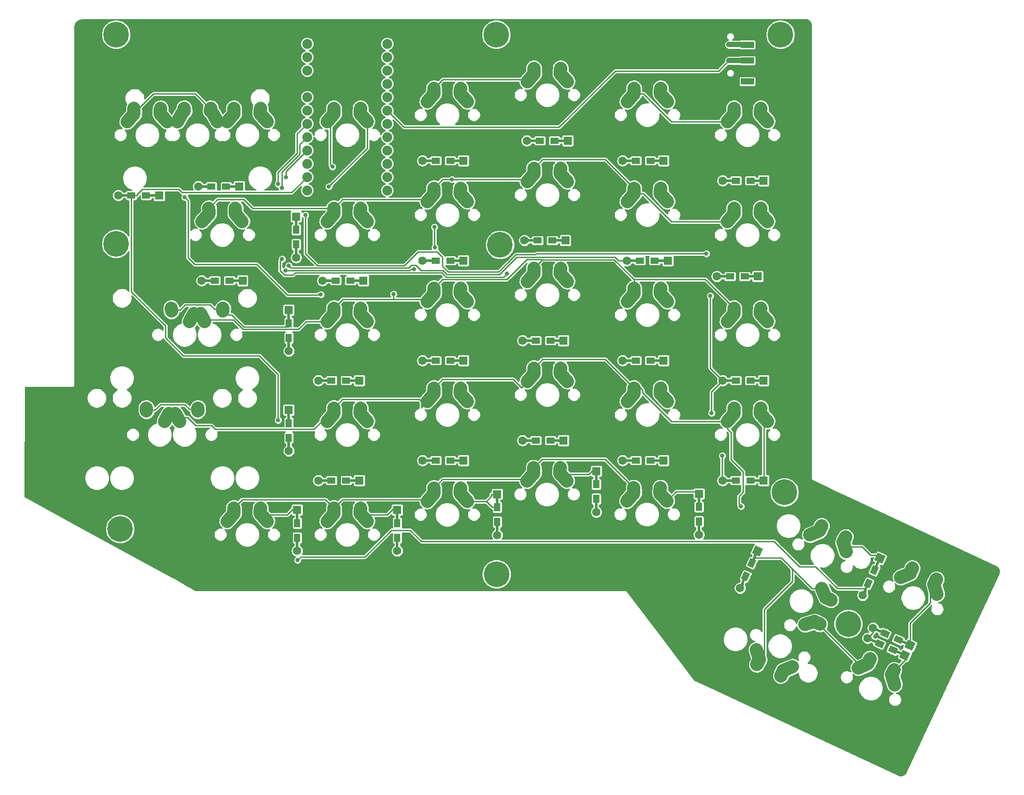
<source format=gbr>
G04 #@! TF.GenerationSoftware,KiCad,Pcbnew,(5.1.5)-3*
G04 #@! TF.CreationDate,2020-06-21T18:11:25+05:30*
G04 #@! TF.ProjectId,ergocape,6572676f-6361-4706-952e-6b696361645f,rev?*
G04 #@! TF.SameCoordinates,Original*
G04 #@! TF.FileFunction,Copper,L1,Top*
G04 #@! TF.FilePolarity,Positive*
%FSLAX46Y46*%
G04 Gerber Fmt 4.6, Leading zero omitted, Abs format (unit mm)*
G04 Created by KiCad (PCBNEW (5.1.5)-3) date 2020-06-21 18:11:25*
%MOMM*%
%LPD*%
G04 APERTURE LIST*
%ADD10C,1.879600*%
%ADD11C,2.500000*%
%ADD12C,2.500000*%
%ADD13C,2.000000*%
%ADD14R,2.500000X1.200000*%
%ADD15C,4.900000*%
%ADD16R,2.900000X0.500000*%
%ADD17R,1.600000X1.600000*%
%ADD18C,1.600000*%
%ADD19R,1.600000X1.200000*%
%ADD20R,0.500000X2.900000*%
%ADD21R,1.200000X1.600000*%
%ADD22C,0.100000*%
%ADD23C,0.800000*%
%ADD24C,1.016000*%
%ADD25C,0.250000*%
%ADD26C,0.254000*%
G04 APERTURE END LIST*
D10*
X76504800Y-22326600D03*
X76504800Y-24866600D03*
X76504800Y-27406600D03*
X76504800Y-29946600D03*
X76504800Y-32486600D03*
X76504800Y-35026600D03*
X76504800Y-37566600D03*
X76504800Y-40106600D03*
X76504800Y-42646600D03*
X76504800Y-45186600D03*
X76504800Y-47726600D03*
X76504800Y-50266600D03*
X91744800Y-50266600D03*
X91744800Y-47726600D03*
X91744800Y-45186600D03*
X91744800Y-42646600D03*
X91744800Y-40106600D03*
X91744800Y-37566600D03*
X91744800Y-35026600D03*
X91744800Y-32486600D03*
X91744800Y-29946600D03*
X91744800Y-27406600D03*
X91744800Y-24866600D03*
X91744800Y-22326600D03*
D11*
X176289402Y-128361091D03*
X175746839Y-128152225D03*
D12*
X176289319Y-128361305D02*
X175746921Y-128152011D01*
D13*
X171303754Y-133042695D03*
D11*
X173180593Y-132472455D03*
D12*
X174524099Y-126136632D02*
X175293691Y-127940914D01*
X171303752Y-133042689D02*
X173180596Y-132472461D01*
D13*
X174524105Y-126136630D03*
D11*
X175293685Y-127940916D03*
D13*
X174142501Y-132965135D03*
X173633747Y-132683764D03*
D12*
X174142612Y-132964934D02*
X173633636Y-132683964D01*
D14*
X160352000Y-25511500D03*
X160352000Y-22511500D03*
X160352000Y-29511500D03*
X153852000Y-30611500D03*
D12*
X57824999Y-54237500D02*
X57785001Y-53657500D01*
D13*
X62865000Y-53657500D03*
X62825000Y-54237500D03*
D12*
X62825001Y-54237500D02*
X62864999Y-53657500D01*
D13*
X56515000Y-56197500D03*
X57825000Y-54737500D03*
D12*
X62825005Y-54737496D02*
X64134995Y-56197504D01*
X57824995Y-54737496D02*
X56515005Y-56197504D01*
D13*
X64135000Y-56197500D03*
X62825000Y-54737500D03*
X57785000Y-53657500D03*
X57825000Y-54237500D03*
D12*
X53125724Y-35186828D02*
X53086276Y-34608172D01*
X59435816Y-37147807D02*
X58626184Y-35687193D01*
X51816184Y-37147807D02*
X52625816Y-35687193D01*
X58126276Y-35186828D02*
X58165724Y-34608172D01*
D15*
X40132000Y-60452000D03*
X112522000Y-20574000D03*
X166624000Y-20574000D03*
X112586000Y-123444000D03*
X40894000Y-114808000D03*
X113220000Y-60642500D03*
X179553908Y-132907212D03*
X40132000Y-20574000D03*
X167386000Y-107823000D03*
D12*
X45918524Y-92336828D02*
X45879076Y-91758172D01*
X52228616Y-94297807D02*
X51418984Y-92837193D01*
D16*
X124738000Y-40798800D03*
X119738000Y-40798800D03*
D17*
X126138000Y-40798800D03*
D18*
X118338000Y-40798800D03*
D19*
X120838000Y-40798800D03*
X123638000Y-40798800D03*
D12*
X87947495Y-37147504D02*
X86637505Y-35687496D01*
X81597501Y-34607500D02*
X81637499Y-35187500D01*
X80327505Y-37147504D02*
X81637495Y-35687496D01*
D13*
X81597500Y-34607500D03*
X81637500Y-35187500D03*
X87947500Y-37147500D03*
X86637500Y-35687500D03*
X80327500Y-37147500D03*
X81637500Y-35687500D03*
X86677500Y-34607500D03*
X86637500Y-35187500D03*
D12*
X86677499Y-34607500D02*
X86637501Y-35187500D01*
X188378385Y-144508368D02*
X187808157Y-142631524D01*
X183696788Y-139522719D02*
X183487920Y-140065281D01*
X181472328Y-141288021D02*
X183276610Y-140518429D01*
D13*
X183696787Y-139522718D03*
X183487921Y-140065281D03*
X188378391Y-144508366D03*
X187808151Y-142631527D03*
X181472326Y-141288015D03*
X183276612Y-140518435D03*
X188300831Y-141669619D03*
X188019460Y-142178373D03*
D12*
X188300830Y-141669619D02*
X188019460Y-142178373D01*
D20*
X74422000Y-56682000D03*
X74422000Y-61682000D03*
D17*
X74422000Y-55282000D03*
D18*
X74422000Y-63082000D03*
D21*
X74422000Y-60582000D03*
X74422000Y-57782000D03*
D16*
X104894000Y-44608800D03*
X99894000Y-44608800D03*
D17*
X106294000Y-44608800D03*
D18*
X98494000Y-44608800D03*
D19*
X100994000Y-44608800D03*
X103794000Y-44608800D03*
D16*
X142994000Y-44608800D03*
X137994000Y-44608800D03*
D17*
X144394000Y-44608800D03*
D18*
X136594000Y-44608800D03*
D19*
X139094000Y-44608800D03*
X141894000Y-44608800D03*
D16*
X162044000Y-48418800D03*
X157044000Y-48418800D03*
D17*
X163444000Y-48418800D03*
D18*
X155644000Y-48418800D03*
D19*
X158144000Y-48418800D03*
X160944000Y-48418800D03*
D20*
X93662500Y-112594000D03*
X93662500Y-117594000D03*
D17*
X93662500Y-111194000D03*
D18*
X93662500Y-118994000D03*
D21*
X93662500Y-116494000D03*
X93662500Y-113694000D03*
D20*
X151130000Y-109514000D03*
X151130000Y-114514000D03*
D17*
X151130000Y-108114000D03*
D18*
X151130000Y-115914000D03*
D21*
X151130000Y-113414000D03*
X151130000Y-110614000D03*
D20*
X131572000Y-105196000D03*
X131572000Y-110196000D03*
D17*
X131572000Y-103796000D03*
D18*
X131572000Y-111596000D03*
D21*
X131572000Y-109096000D03*
X131572000Y-106296000D03*
D20*
X73025000Y-74493800D03*
X73025000Y-79493800D03*
D17*
X73025000Y-73093800D03*
D18*
X73025000Y-80893800D03*
D21*
X73025000Y-78393800D03*
X73025000Y-75593800D03*
D20*
X74612500Y-112594000D03*
X74612500Y-117594000D03*
D17*
X74612500Y-111194000D03*
D18*
X74612500Y-118994000D03*
D21*
X74612500Y-116494000D03*
X74612500Y-113694000D03*
D16*
X123944000Y-78898800D03*
X118944000Y-78898800D03*
D17*
X125344000Y-78898800D03*
D18*
X117544000Y-78898800D03*
D19*
X120044000Y-78898800D03*
X122844000Y-78898800D03*
D16*
X62190000Y-49530000D03*
X57190000Y-49530000D03*
D17*
X63590000Y-49530000D03*
D18*
X55790000Y-49530000D03*
D19*
X58290000Y-49530000D03*
X61090000Y-49530000D03*
D20*
X73025000Y-93543800D03*
X73025000Y-98543800D03*
D17*
X73025000Y-92143800D03*
D18*
X73025000Y-99943800D03*
D21*
X73025000Y-97443800D03*
X73025000Y-94643800D03*
D16*
X62825000Y-67468800D03*
X57825000Y-67468800D03*
D17*
X64225000Y-67468800D03*
D18*
X56425000Y-67468800D03*
D19*
X58925000Y-67468800D03*
X61725000Y-67468800D03*
G04 #@! TA.AperFunction,Conductor*
D22*
G36*
X188654876Y-135990538D02*
G01*
X188866185Y-135537385D01*
X191494478Y-136762978D01*
X191283169Y-137216131D01*
X188654876Y-135990538D01*
G37*
G04 #@! TD.AperFunction*
G04 #@! TA.AperFunction,Conductor*
G36*
X184123338Y-133877446D02*
G01*
X184334647Y-133424293D01*
X186962940Y-134649886D01*
X186751631Y-135103039D01*
X184123338Y-133877446D01*
G37*
G04 #@! TD.AperFunction*
G04 #@! TA.AperFunction,ComponentPad*
G36*
X190280367Y-137355375D02*
G01*
X190956556Y-135905282D01*
X192406649Y-136581471D01*
X191730460Y-138031564D01*
X190280367Y-137355375D01*
G37*
G04 #@! TD.AperFunction*
D18*
X184274308Y-133672001D03*
G04 #@! TA.AperFunction,SMDPad,CuDef*
D22*
G36*
X185561460Y-134934236D02*
G01*
X186068602Y-133846667D01*
X187518694Y-134522856D01*
X187011552Y-135610425D01*
X185561460Y-134934236D01*
G37*
G04 #@! TD.AperFunction*
G04 #@! TA.AperFunction,SMDPad,CuDef*
G36*
X188099122Y-136117568D02*
G01*
X188606264Y-135029999D01*
X190056356Y-135706188D01*
X189549214Y-136793757D01*
X188099122Y-136117568D01*
G37*
G04 #@! TD.AperFunction*
G04 #@! TA.AperFunction,Conductor*
G36*
X187633876Y-137937538D02*
G01*
X187845185Y-137484385D01*
X190473478Y-138709978D01*
X190262169Y-139163131D01*
X187633876Y-137937538D01*
G37*
G04 #@! TD.AperFunction*
G04 #@! TA.AperFunction,Conductor*
G36*
X183102338Y-135824446D02*
G01*
X183313647Y-135371293D01*
X185941940Y-136596886D01*
X185730631Y-137050039D01*
X183102338Y-135824446D01*
G37*
G04 #@! TD.AperFunction*
G04 #@! TA.AperFunction,ComponentPad*
G36*
X189259367Y-139302375D02*
G01*
X189935556Y-137852282D01*
X191385649Y-138528471D01*
X190709460Y-139978564D01*
X189259367Y-139302375D01*
G37*
G04 #@! TD.AperFunction*
D18*
X183253308Y-135619001D03*
G04 #@! TA.AperFunction,SMDPad,CuDef*
D22*
G36*
X184540460Y-136881236D02*
G01*
X185047602Y-135793667D01*
X186497694Y-136469856D01*
X185990552Y-137557425D01*
X184540460Y-136881236D01*
G37*
G04 #@! TD.AperFunction*
G04 #@! TA.AperFunction,SMDPad,CuDef*
G36*
X187078122Y-138064568D02*
G01*
X187585264Y-136976999D01*
X189035356Y-137653188D01*
X188528214Y-138740757D01*
X187078122Y-138064568D01*
G37*
G04 #@! TD.AperFunction*
G04 #@! TA.AperFunction,Conductor*
G36*
X161276234Y-121730244D02*
G01*
X160823081Y-121518935D01*
X162048674Y-118890642D01*
X162501827Y-119101951D01*
X161276234Y-121730244D01*
G37*
G04 #@! TD.AperFunction*
G04 #@! TA.AperFunction,Conductor*
G36*
X159163142Y-126261782D02*
G01*
X158709989Y-126050473D01*
X159935582Y-123422180D01*
X160388735Y-123633489D01*
X159163142Y-126261782D01*
G37*
G04 #@! TD.AperFunction*
G04 #@! TA.AperFunction,ComponentPad*
G36*
X162641071Y-120104753D02*
G01*
X161190978Y-119428564D01*
X161867167Y-117978471D01*
X163317260Y-118654660D01*
X162641071Y-120104753D01*
G37*
G04 #@! TD.AperFunction*
D18*
X158957697Y-126110812D03*
G04 #@! TA.AperFunction,SMDPad,CuDef*
D22*
G36*
X160219932Y-124823660D02*
G01*
X159132363Y-124316518D01*
X159808552Y-122866426D01*
X160896121Y-123373568D01*
X160219932Y-124823660D01*
G37*
G04 #@! TD.AperFunction*
G04 #@! TA.AperFunction,SMDPad,CuDef*
G36*
X161403264Y-122285998D02*
G01*
X160315695Y-121778856D01*
X160991884Y-120328764D01*
X162079453Y-120835906D01*
X161403264Y-122285998D01*
G37*
G04 #@! TD.AperFunction*
D20*
X112712000Y-109578000D03*
X112712000Y-114578000D03*
D17*
X112712000Y-108178000D03*
D18*
X112712000Y-115978000D03*
D21*
X112712000Y-113478000D03*
X112712000Y-110678000D03*
D16*
X85050000Y-86518800D03*
X80050000Y-86518800D03*
D17*
X86450000Y-86518800D03*
D18*
X78650000Y-86518800D03*
D19*
X81150000Y-86518800D03*
X83950000Y-86518800D03*
D16*
X162044000Y-105569000D03*
X157044000Y-105569000D03*
D17*
X163444000Y-105569000D03*
D18*
X155644000Y-105569000D03*
D19*
X158144000Y-105569000D03*
X160944000Y-105569000D03*
D16*
X123944000Y-97948800D03*
X118944000Y-97948800D03*
D17*
X125344000Y-97948800D03*
D18*
X117544000Y-97948800D03*
D19*
X120044000Y-97948800D03*
X122844000Y-97948800D03*
D16*
X124293000Y-59817000D03*
X119293000Y-59817000D03*
D17*
X125693000Y-59817000D03*
D18*
X117893000Y-59817000D03*
D19*
X120393000Y-59817000D03*
X123193000Y-59817000D03*
D16*
X142994000Y-82708800D03*
X137994000Y-82708800D03*
D17*
X144394000Y-82708800D03*
D18*
X136594000Y-82708800D03*
D19*
X139094000Y-82708800D03*
X141894000Y-82708800D03*
D16*
X162044000Y-86518800D03*
X157044000Y-86518800D03*
D17*
X163444000Y-86518800D03*
D18*
X155644000Y-86518800D03*
D19*
X158144000Y-86518800D03*
X160944000Y-86518800D03*
D16*
X85843800Y-67468800D03*
X80843800Y-67468800D03*
D17*
X87243800Y-67468800D03*
D18*
X79443800Y-67468800D03*
D19*
X81943800Y-67468800D03*
X84743800Y-67468800D03*
D16*
X143788000Y-63658800D03*
X138788000Y-63658800D03*
D17*
X145188000Y-63658800D03*
D18*
X137388000Y-63658800D03*
D19*
X139888000Y-63658800D03*
X142688000Y-63658800D03*
D16*
X104894000Y-82708800D03*
X99894000Y-82708800D03*
D17*
X106294000Y-82708800D03*
D18*
X98494000Y-82708800D03*
D19*
X100994000Y-82708800D03*
X103794000Y-82708800D03*
D16*
X160932000Y-66675000D03*
X155932000Y-66675000D03*
D17*
X162332000Y-66675000D03*
D18*
X154532000Y-66675000D03*
D19*
X157032000Y-66675000D03*
X159832000Y-66675000D03*
D16*
X142994000Y-101759000D03*
X137994000Y-101759000D03*
D17*
X144394000Y-101759000D03*
D18*
X136594000Y-101759000D03*
D19*
X139094000Y-101759000D03*
X141894000Y-101759000D03*
D16*
X104894000Y-63658800D03*
X99894000Y-63658800D03*
D17*
X106294000Y-63658800D03*
D18*
X98494000Y-63658800D03*
D19*
X100994000Y-63658800D03*
X103794000Y-63658800D03*
D16*
X104894000Y-101759000D03*
X99894000Y-101759000D03*
D17*
X106294000Y-101759000D03*
D18*
X98494000Y-101759000D03*
D19*
X100994000Y-101759000D03*
X103794000Y-101759000D03*
D16*
X85050000Y-105569000D03*
X80050000Y-105569000D03*
D17*
X86450000Y-105569000D03*
D18*
X78650000Y-105569000D03*
D19*
X81150000Y-105569000D03*
X83950000Y-105569000D03*
D12*
X106997995Y-33337504D02*
X105688005Y-31877496D01*
X100648001Y-30797500D02*
X100687999Y-31377500D01*
X99378005Y-33337504D02*
X100687995Y-31877496D01*
D13*
X100648000Y-30797500D03*
X100688000Y-31377500D03*
X106998000Y-33337500D03*
X105688000Y-31877500D03*
X99378000Y-33337500D03*
X100688000Y-31877500D03*
X105728000Y-30797500D03*
X105688000Y-31377500D03*
D12*
X105727999Y-30797500D02*
X105688001Y-31377500D01*
X126047995Y-29527504D02*
X124738005Y-28067496D01*
X119698001Y-26987500D02*
X119737999Y-27567500D01*
X118428005Y-29527504D02*
X119737995Y-28067496D01*
D13*
X119698000Y-26987500D03*
X119738000Y-27567500D03*
X126048000Y-29527500D03*
X124738000Y-28067500D03*
X118428000Y-29527500D03*
X119738000Y-28067500D03*
X124778000Y-26987500D03*
X124738000Y-27567500D03*
D12*
X124777999Y-26987500D02*
X124738001Y-27567500D01*
X145097995Y-33337504D02*
X143788005Y-31877496D01*
X138748001Y-30797500D02*
X138787999Y-31377500D01*
X137478005Y-33337504D02*
X138787995Y-31877496D01*
D13*
X138748000Y-30797500D03*
X138788000Y-31377500D03*
X145098000Y-33337500D03*
X143788000Y-31877500D03*
X137478000Y-33337500D03*
X138788000Y-31877500D03*
X143828000Y-30797500D03*
X143788000Y-31377500D03*
D12*
X143827999Y-30797500D02*
X143788001Y-31377500D01*
X164147995Y-37147504D02*
X162838005Y-35687496D01*
X157798001Y-34607500D02*
X157837999Y-35187500D01*
X156528005Y-37147504D02*
X157837995Y-35687496D01*
D13*
X157798000Y-34607500D03*
X157838000Y-35187500D03*
X164148000Y-37147500D03*
X162838000Y-35687500D03*
X156528000Y-37147500D03*
X157838000Y-35687500D03*
X162878000Y-34607500D03*
X162838000Y-35187500D03*
D12*
X162877999Y-34607500D02*
X162838001Y-35187500D01*
X87947495Y-75247504D02*
X86637505Y-73787496D01*
X81597501Y-72707500D02*
X81637499Y-73287500D01*
X80327505Y-75247504D02*
X81637495Y-73787496D01*
D13*
X81597500Y-72707500D03*
X81637500Y-73287500D03*
X87947500Y-75247500D03*
X86637500Y-73787500D03*
X80327500Y-75247500D03*
X81637500Y-73787500D03*
X86677500Y-72707500D03*
X86637500Y-73287500D03*
D12*
X86677499Y-72707500D02*
X86637501Y-73287500D01*
X87947495Y-113348004D02*
X86637505Y-111887996D01*
X81597501Y-110808000D02*
X81637499Y-111388000D01*
X80327505Y-113348004D02*
X81637495Y-111887996D01*
D13*
X81597500Y-110808000D03*
X81637500Y-111388000D03*
X87947500Y-113348000D03*
X86637500Y-111888000D03*
X80327500Y-113348000D03*
X81637500Y-111888000D03*
X86677500Y-110808000D03*
X86637500Y-111388000D03*
D12*
X86677499Y-110808000D02*
X86637501Y-111388000D01*
X164147995Y-94297504D02*
X162838005Y-92837496D01*
X157798001Y-91757500D02*
X157837999Y-92337500D01*
X156528005Y-94297504D02*
X157837995Y-92837496D01*
D13*
X157798000Y-91757500D03*
X157838000Y-92337500D03*
X164148000Y-94297500D03*
X162838000Y-92837500D03*
X156528000Y-94297500D03*
X157838000Y-92837500D03*
X162878000Y-91757500D03*
X162838000Y-92337500D03*
D12*
X162877999Y-91757500D02*
X162838001Y-92337500D01*
X125983995Y-105664004D02*
X124674005Y-104203996D01*
X119634001Y-103124000D02*
X119673999Y-103704000D01*
X118364005Y-105664004D02*
X119673995Y-104203996D01*
D13*
X119634000Y-103124000D03*
X119674000Y-103704000D03*
X125984000Y-105664000D03*
X124674000Y-104204000D03*
X118364000Y-105664000D03*
X119674000Y-104204000D03*
X124714000Y-103124000D03*
X124674000Y-103704000D03*
D12*
X124713999Y-103124000D02*
X124674001Y-103704000D01*
X145033995Y-109474004D02*
X143724005Y-108013996D01*
X138684001Y-106934000D02*
X138723999Y-107514000D01*
X137414005Y-109474004D02*
X138723995Y-108013996D01*
D13*
X138684000Y-106934000D03*
X138724000Y-107514000D03*
X145034000Y-109474000D03*
X143724000Y-108014000D03*
X137414000Y-109474000D03*
X138724000Y-108014000D03*
X143764000Y-106934000D03*
X143724000Y-107514000D03*
D12*
X143763999Y-106934000D02*
X143724001Y-107514000D01*
X126047995Y-86677504D02*
X124738005Y-85217496D01*
X119698001Y-84137500D02*
X119737999Y-84717500D01*
X118428005Y-86677504D02*
X119737995Y-85217496D01*
D13*
X119698000Y-84137500D03*
X119738000Y-84717500D03*
X126048000Y-86677500D03*
X124738000Y-85217500D03*
X118428000Y-86677500D03*
X119738000Y-85217500D03*
X124778000Y-84137500D03*
X124738000Y-84717500D03*
D12*
X124777999Y-84137500D02*
X124738001Y-84717500D01*
X60483524Y-72708172D02*
X60444076Y-73286828D01*
X54944890Y-73787900D02*
X54132710Y-75247100D01*
X68897495Y-113348004D02*
X67587505Y-111887996D01*
X62547501Y-110808000D02*
X62587499Y-111388000D01*
X61277505Y-113348004D02*
X62587495Y-111887996D01*
D13*
X62547500Y-110808000D03*
X62587500Y-111388000D03*
X68897500Y-113348000D03*
X67587500Y-111888000D03*
X61277500Y-113348000D03*
X62587500Y-111888000D03*
X67627500Y-110808000D03*
X67587500Y-111388000D03*
D12*
X67627499Y-110808000D02*
X67587501Y-111388000D01*
X126047995Y-67627504D02*
X124738005Y-66167496D01*
X119698001Y-65087500D02*
X119737999Y-65667500D01*
X118428005Y-67627504D02*
X119737995Y-66167496D01*
D13*
X119698000Y-65087500D03*
X119738000Y-65667500D03*
X126048000Y-67627500D03*
X124738000Y-66167500D03*
X118428000Y-67627500D03*
X119738000Y-66167500D03*
X124778000Y-65087500D03*
X124738000Y-65667500D03*
D12*
X124777999Y-65087500D02*
X124738001Y-65667500D01*
X126047995Y-48577504D02*
X124738005Y-47117496D01*
X119698001Y-46037500D02*
X119737999Y-46617500D01*
X118428005Y-48577504D02*
X119737995Y-47117496D01*
D13*
X119698000Y-46037500D03*
X119738000Y-46617500D03*
X126048000Y-48577500D03*
X124738000Y-47117500D03*
X118428000Y-48577500D03*
X119738000Y-47117500D03*
X124778000Y-46037500D03*
X124738000Y-46617500D03*
D12*
X124777999Y-46037500D02*
X124738001Y-46617500D01*
X50680924Y-73286828D02*
X50641476Y-72708172D01*
X56992290Y-75247100D02*
X56180110Y-73787900D01*
X68897495Y-37147504D02*
X67587505Y-35687496D01*
X62547501Y-34607500D02*
X62587499Y-35187500D01*
X61277505Y-37147504D02*
X62587495Y-35687496D01*
D13*
X62547500Y-34607500D03*
X62587500Y-35187500D03*
X68897500Y-37147500D03*
X67587500Y-35687500D03*
X61277500Y-37147500D03*
X62587500Y-35687500D03*
X67627500Y-34607500D03*
X67587500Y-35187500D03*
D12*
X67627499Y-34607500D02*
X67587501Y-35187500D01*
X145097995Y-71437504D02*
X143788005Y-69977496D01*
X138748001Y-68897500D02*
X138787999Y-69477500D01*
X137478005Y-71437504D02*
X138787995Y-69977496D01*
D13*
X138748000Y-68897500D03*
X138788000Y-69477500D03*
X145098000Y-71437500D03*
X143788000Y-69977500D03*
X137478000Y-71437500D03*
X138788000Y-69977500D03*
X143828000Y-68897500D03*
X143788000Y-69477500D03*
D12*
X143827999Y-68897500D02*
X143788001Y-69477500D01*
X164147995Y-75247504D02*
X162838005Y-73787496D01*
X157798001Y-72707500D02*
X157837999Y-73287500D01*
X156528005Y-75247504D02*
X157837995Y-73787496D01*
D13*
X157798000Y-72707500D03*
X157838000Y-73287500D03*
X164148000Y-75247500D03*
X162838000Y-73787500D03*
X156528000Y-75247500D03*
X157838000Y-73787500D03*
X162878000Y-72707500D03*
X162838000Y-73287500D03*
D12*
X162877999Y-72707500D02*
X162838001Y-73287500D01*
X87947495Y-56197504D02*
X86637505Y-54737496D01*
X81597501Y-53657500D02*
X81637499Y-54237500D01*
X80327505Y-56197504D02*
X81637495Y-54737496D01*
D13*
X81597500Y-53657500D03*
X81637500Y-54237500D03*
X87947500Y-56197500D03*
X86637500Y-54737500D03*
X80327500Y-56197500D03*
X81637500Y-54737500D03*
X86677500Y-53657500D03*
X86637500Y-54237500D03*
D12*
X86677499Y-53657500D02*
X86637501Y-54237500D01*
X145097995Y-52387504D02*
X143788005Y-50927496D01*
X138748001Y-49847500D02*
X138787999Y-50427500D01*
X137478005Y-52387504D02*
X138787995Y-50927496D01*
D13*
X138748000Y-49847500D03*
X138788000Y-50427500D03*
X145098000Y-52387500D03*
X143788000Y-50927500D03*
X137478000Y-52387500D03*
X138788000Y-50927500D03*
X143828000Y-49847500D03*
X143788000Y-50427500D03*
D12*
X143827999Y-49847500D02*
X143788001Y-50427500D01*
X106997995Y-71437504D02*
X105688005Y-69977496D01*
X100648001Y-68897500D02*
X100687999Y-69477500D01*
X99378005Y-71437504D02*
X100687995Y-69977496D01*
D13*
X100648000Y-68897500D03*
X100688000Y-69477500D03*
X106998000Y-71437500D03*
X105688000Y-69977500D03*
X99378000Y-71437500D03*
X100688000Y-69977500D03*
X105728000Y-68897500D03*
X105688000Y-69477500D03*
D12*
X105727999Y-68897500D02*
X105688001Y-69477500D01*
X55720924Y-91758172D02*
X55681476Y-92336828D01*
X50182290Y-92837900D02*
X49370110Y-94297100D01*
X164147995Y-56197504D02*
X162838005Y-54737496D01*
X157798001Y-53657500D02*
X157837999Y-54237500D01*
X156528005Y-56197504D02*
X157837995Y-54737496D01*
D13*
X157798000Y-53657500D03*
X157838000Y-54237500D03*
X164148000Y-56197500D03*
X162838000Y-54737500D03*
X156528000Y-56197500D03*
X157838000Y-54737500D03*
X162878000Y-53657500D03*
X162838000Y-54237500D03*
D12*
X162877999Y-53657500D02*
X162838001Y-54237500D01*
X196428385Y-127243368D02*
X195858157Y-125366524D01*
X191746788Y-122257719D02*
X191537920Y-122800281D01*
X189522328Y-124023021D02*
X191326610Y-123253429D01*
D13*
X191746787Y-122257718D03*
X191537921Y-122800281D03*
X196428391Y-127243366D03*
X195858151Y-125366527D03*
X189522326Y-124023015D03*
X191326612Y-123253435D03*
X196350831Y-124404619D03*
X196069460Y-124913373D03*
D12*
X196350830Y-124404619D02*
X196069460Y-124913373D01*
X145097995Y-90487504D02*
X143788005Y-89027496D01*
X138748001Y-87947500D02*
X138787999Y-88527500D01*
X137478005Y-90487504D02*
X138787995Y-89027496D01*
D13*
X138748000Y-87947500D03*
X138788000Y-88527500D03*
X145098000Y-90487500D03*
X143788000Y-89027500D03*
X137478000Y-90487500D03*
X138788000Y-89027500D03*
X143828000Y-87947500D03*
X143788000Y-88527500D03*
D12*
X143827999Y-87947500D02*
X143788001Y-88527500D01*
X106997995Y-52387504D02*
X105688005Y-50927496D01*
X100648001Y-49847500D02*
X100687999Y-50427500D01*
X99378005Y-52387504D02*
X100687995Y-50927496D01*
D13*
X100648000Y-49847500D03*
X100688000Y-50427500D03*
X106998000Y-52387500D03*
X105688000Y-50927500D03*
X99378000Y-52387500D03*
X100688000Y-50927500D03*
X105728000Y-49847500D03*
X105688000Y-50427500D03*
D12*
X105727999Y-49847500D02*
X105688001Y-50427500D01*
X106997995Y-109538004D02*
X105688005Y-108077996D01*
X100648001Y-106998000D02*
X100687999Y-107578000D01*
X99378005Y-109538004D02*
X100687995Y-108077996D01*
D13*
X100648000Y-106998000D03*
X100688000Y-107578000D03*
X106998000Y-109538000D03*
X105688000Y-108078000D03*
X99378000Y-109538000D03*
X100688000Y-108078000D03*
X105728000Y-106998000D03*
X105688000Y-107578000D03*
D12*
X105727999Y-106998000D02*
X105688001Y-107578000D01*
X106997995Y-90487504D02*
X105688005Y-89027496D01*
X100648001Y-87947500D02*
X100687999Y-88527500D01*
X99378005Y-90487504D02*
X100687995Y-89027496D01*
D13*
X100648000Y-87947500D03*
X100688000Y-88527500D03*
X106998000Y-90487500D03*
X105688000Y-89027500D03*
X99378000Y-90487500D03*
X100688000Y-89027500D03*
X105728000Y-87947500D03*
X105688000Y-88527500D03*
D12*
X105727999Y-87947500D02*
X105688001Y-88527500D01*
X87947495Y-94297504D02*
X86637505Y-92837496D01*
X81597501Y-91757500D02*
X81637499Y-92337500D01*
X80327505Y-94297504D02*
X81637495Y-92837496D01*
D13*
X81597500Y-91757500D03*
X81637500Y-92337500D03*
X87947500Y-94297500D03*
X86637500Y-92837500D03*
X80327500Y-94297500D03*
X81637500Y-92837500D03*
X86677500Y-91757500D03*
X86637500Y-92337500D03*
D12*
X86677499Y-91757500D02*
X86637501Y-92337500D01*
G04 #@! TA.AperFunction,Conductor*
D22*
G36*
X184610234Y-123090244D02*
G01*
X184157081Y-122878935D01*
X185382674Y-120250642D01*
X185835827Y-120461951D01*
X184610234Y-123090244D01*
G37*
G04 #@! TD.AperFunction*
G04 #@! TA.AperFunction,Conductor*
G36*
X182497142Y-127621782D02*
G01*
X182043989Y-127410473D01*
X183269582Y-124782180D01*
X183722735Y-124993489D01*
X182497142Y-127621782D01*
G37*
G04 #@! TD.AperFunction*
G04 #@! TA.AperFunction,ComponentPad*
G36*
X185975071Y-121464753D02*
G01*
X184524978Y-120788564D01*
X185201167Y-119338471D01*
X186651260Y-120014660D01*
X185975071Y-121464753D01*
G37*
G04 #@! TD.AperFunction*
D18*
X182291697Y-127470812D03*
G04 #@! TA.AperFunction,SMDPad,CuDef*
D22*
G36*
X183553932Y-126183660D02*
G01*
X182466363Y-125676518D01*
X183142552Y-124226426D01*
X184230121Y-124733568D01*
X183553932Y-126183660D01*
G37*
G04 #@! TD.AperFunction*
G04 #@! TA.AperFunction,SMDPad,CuDef*
G36*
X184737264Y-123645998D02*
G01*
X183649695Y-123138856D01*
X184325884Y-121688764D01*
X185413453Y-122195906D01*
X184737264Y-123645998D01*
G37*
G04 #@! TD.AperFunction*
D12*
X179151386Y-119180368D02*
X178581158Y-117303524D01*
X174469789Y-114194719D02*
X174260921Y-114737281D01*
X172245329Y-115960021D02*
X174049611Y-115190429D01*
D13*
X174469788Y-114194718D03*
X174260922Y-114737281D03*
X179151392Y-119180366D03*
X178581152Y-117303527D03*
X172245327Y-115960015D03*
X174049613Y-115190435D03*
X179073832Y-116341619D03*
X178792461Y-116850373D03*
D12*
X179073831Y-116341619D02*
X178792461Y-116850373D01*
X162047431Y-137829056D02*
X162617659Y-139705900D01*
X166729028Y-142814705D02*
X166937896Y-142272143D01*
X168953488Y-141049403D02*
X167149206Y-141818995D01*
D13*
X166729029Y-142814706D03*
X166937895Y-142272143D03*
X162047425Y-137829058D03*
X162617665Y-139705897D03*
X168953490Y-141049409D03*
X167149204Y-141818989D03*
X162124985Y-140667805D03*
X162406356Y-140159051D03*
D12*
X162124986Y-140667805D02*
X162406356Y-140159051D01*
D16*
X46950000Y-51231800D03*
X41950000Y-51231800D03*
D17*
X48350000Y-51231800D03*
D18*
X40550000Y-51231800D03*
D19*
X43050000Y-51231800D03*
X45850000Y-51231800D03*
D12*
X49860195Y-37160204D02*
X48550205Y-35700196D01*
X43510201Y-34620200D02*
X43550199Y-35200200D01*
X42240205Y-37160204D02*
X43550195Y-35700196D01*
D13*
X43510200Y-34620200D03*
X43550200Y-35200200D03*
X49860200Y-37160200D03*
X48550200Y-35700200D03*
X42240200Y-37160200D03*
X43550200Y-35700200D03*
X48590200Y-34620200D03*
X48550200Y-35200200D03*
D12*
X48590199Y-34620200D02*
X48550201Y-35200200D01*
D23*
X156845000Y-22479000D03*
X157099000Y-30607000D03*
X80645000Y-49530000D03*
X70993000Y-49072800D03*
X72390000Y-65532000D03*
X96879400Y-65257010D03*
X100774500Y-57277000D03*
X100838000Y-61150500D03*
X71721200Y-49821126D03*
X71755000Y-63373000D03*
X114554000Y-66167000D03*
X72449400Y-47752000D03*
X73025000Y-64643000D03*
X76200000Y-54991000D03*
X152527000Y-62357000D03*
X153543000Y-92710000D03*
X155575000Y-100838000D03*
X153289000Y-70358000D03*
X74676000Y-120777000D03*
X70993000Y-94107000D03*
X79121000Y-70104000D03*
X53213000Y-51562000D03*
X81327499Y-45767499D03*
X92983600Y-70032000D03*
X159131000Y-110490000D03*
X104093200Y-48179800D03*
X156845000Y-25527000D03*
D24*
X160319500Y-22479000D02*
X160352000Y-22511500D01*
X156845000Y-22479000D02*
X160319500Y-22479000D01*
X153852000Y-30611500D02*
X157094500Y-30611500D01*
X157094500Y-30611500D02*
X157099000Y-30607000D01*
D25*
X74422000Y-55282000D02*
X74422000Y-56682000D01*
X74422000Y-57782000D02*
X74422000Y-56682000D01*
X87292500Y-36417500D02*
X86637500Y-35762500D01*
X86637500Y-35762500D02*
X86637500Y-35687500D01*
X86657500Y-34897500D02*
X86637500Y-34917500D01*
X86637500Y-34917500D02*
X86637500Y-35187500D01*
X87947500Y-38561713D02*
X87947500Y-37147500D01*
X87947500Y-42227500D02*
X87947500Y-38561713D01*
X80645000Y-49530000D02*
X87947500Y-42227500D01*
X74422000Y-61682000D02*
X74422000Y-63082000D01*
X74422000Y-60582000D02*
X74422000Y-61682000D01*
X93662500Y-118994000D02*
X93662500Y-117594000D01*
X93662500Y-116494000D02*
X93662500Y-117594000D01*
X78650000Y-86518800D02*
X80050000Y-86518800D01*
X81150000Y-86518800D02*
X80050000Y-86518800D01*
X79443800Y-67468800D02*
X80843800Y-67468800D01*
X81943800Y-67468800D02*
X80843800Y-67468800D01*
X78650000Y-105569000D02*
X80050000Y-105569000D01*
X81150000Y-105569000D02*
X80050000Y-105569000D01*
X106294000Y-44608800D02*
X104894000Y-44608800D01*
X103794000Y-44608800D02*
X104894000Y-44608800D01*
X106343000Y-32607500D02*
X105688000Y-31952500D01*
X105688000Y-31952500D02*
X105688000Y-31877500D01*
X105708000Y-31087500D02*
X105688000Y-31107500D01*
X105688000Y-31107500D02*
X105688000Y-31377500D01*
X98494000Y-44608800D02*
X99894000Y-44608800D01*
X100994000Y-44608800D02*
X99894000Y-44608800D01*
X112712000Y-115978000D02*
X112712000Y-114578000D01*
X112712000Y-113478000D02*
X112712000Y-114578000D01*
X98494000Y-82708800D02*
X99894000Y-82708800D01*
X100994000Y-82708800D02*
X99894000Y-82708800D01*
X98494000Y-63658800D02*
X99894000Y-63658800D01*
X100994000Y-63658800D02*
X99894000Y-63658800D01*
X98494000Y-101759000D02*
X99894000Y-101759000D01*
X100994000Y-101759000D02*
X99894000Y-101759000D01*
X70967600Y-49047400D02*
X70993000Y-49072800D01*
X72390000Y-65532000D02*
X74543065Y-65532000D01*
X74543065Y-65532000D02*
X96038725Y-65532000D01*
X96313715Y-65257010D02*
X96038725Y-65532000D01*
X96879400Y-65257010D02*
X96313715Y-65257010D01*
X100774500Y-57277000D02*
X100774500Y-61087000D01*
X100774500Y-61087000D02*
X100838000Y-61150500D01*
X76504800Y-37566600D02*
X74616906Y-39454494D01*
X74612500Y-42998312D02*
X74612500Y-43231632D01*
X74616906Y-39454494D02*
X74616906Y-42993906D01*
X74616906Y-42993906D02*
X74612500Y-42998312D01*
X70993000Y-46851132D02*
X70993000Y-49072800D01*
X74612500Y-43231632D02*
X70993000Y-46851132D01*
X120838000Y-40798800D02*
X119738000Y-40798800D01*
X131572000Y-111596000D02*
X131572000Y-110196000D01*
X131572000Y-109096000D02*
X131572000Y-110196000D01*
X117544000Y-78898800D02*
X118944000Y-78898800D01*
X120044000Y-78898800D02*
X118944000Y-78898800D01*
X117544000Y-97948800D02*
X118944000Y-97948800D01*
X120044000Y-97948800D02*
X118944000Y-97948800D01*
X117893000Y-59817000D02*
X119293000Y-59817000D01*
X120393000Y-59817000D02*
X119293000Y-59817000D01*
X71355001Y-65574739D02*
X72201262Y-66421000D01*
X71755000Y-63373000D02*
X71355001Y-63772999D01*
X71355001Y-63772999D02*
X71355001Y-65574739D01*
X73787000Y-66421000D02*
X74222790Y-65985210D01*
X72201262Y-66421000D02*
X73787000Y-66421000D01*
X74222790Y-65985210D02*
X77343000Y-65985210D01*
X77343000Y-65985210D02*
X102180210Y-65985210D01*
X102180210Y-65985210D02*
X102971590Y-66776590D01*
X102971590Y-66776590D02*
X113944410Y-66776590D01*
X113944410Y-66776590D02*
X114554000Y-66167000D01*
X76504800Y-40106600D02*
X75086391Y-41525009D01*
X75086391Y-41525009D02*
X75086391Y-43398675D01*
X71721200Y-46763866D02*
X71721200Y-49821126D01*
X75086391Y-43398675D02*
X71721200Y-46763866D01*
X126138000Y-40798800D02*
X124738000Y-40798800D01*
X123638000Y-40798800D02*
X124738000Y-40798800D01*
X125393000Y-28797500D02*
X124738000Y-28142500D01*
X124738000Y-28142500D02*
X124738000Y-28067500D01*
X124758000Y-27277500D02*
X124738000Y-27297500D01*
X124738000Y-27297500D02*
X124738000Y-27567500D01*
X141894000Y-44608800D02*
X142994000Y-44608800D01*
X144394000Y-44608800D02*
X142994000Y-44608800D01*
X144443000Y-32607500D02*
X143788000Y-31952500D01*
X143788000Y-31952500D02*
X143788000Y-31877500D01*
X143808000Y-31087500D02*
X143788000Y-31107500D01*
X143788000Y-31107500D02*
X143788000Y-31377500D01*
X139094000Y-44608800D02*
X137994000Y-44608800D01*
X151130000Y-115914000D02*
X151130000Y-114514000D01*
X151130000Y-113414000D02*
X151130000Y-114514000D01*
X136594000Y-82708800D02*
X137994000Y-82708800D01*
X139094000Y-82708800D02*
X137994000Y-82708800D01*
X137388000Y-63658800D02*
X138788000Y-63658800D01*
X139888000Y-63658800D02*
X138788000Y-63658800D01*
X136594000Y-101759000D02*
X137994000Y-101759000D01*
X139094000Y-101759000D02*
X137994000Y-101759000D01*
X75565001Y-43586399D02*
X75539601Y-43586399D01*
X76504800Y-42646600D02*
X75565001Y-43586399D01*
X75539601Y-43586399D02*
X72449400Y-46676600D01*
X72449400Y-46676600D02*
X72449400Y-47752000D01*
X135817534Y-63658800D02*
X137388000Y-63658800D01*
X135150734Y-62992000D02*
X135817534Y-63658800D01*
X116459000Y-62992000D02*
X135150734Y-62992000D01*
X95830210Y-65078790D02*
X96380191Y-64528809D01*
X96380191Y-64528809D02*
X97228937Y-64528809D01*
X74730790Y-65078790D02*
X95830210Y-65078790D01*
X73025000Y-64643000D02*
X73424999Y-65042999D01*
X73424999Y-65042999D02*
X74694999Y-65042999D01*
X97228937Y-64528809D02*
X98232128Y-65532000D01*
X98232128Y-65532000D02*
X102367935Y-65532000D01*
X113157000Y-66294000D02*
X116459000Y-62992000D01*
X102367935Y-65532000D02*
X103129935Y-66294000D01*
X74694999Y-65042999D02*
X74730790Y-65078790D01*
X103129935Y-66294000D02*
X113157000Y-66294000D01*
X155644000Y-48418800D02*
X155189000Y-47963800D01*
X157044000Y-48418800D02*
X155644000Y-48418800D01*
X158144000Y-48418800D02*
X157044000Y-48418800D01*
X158957708Y-126110812D02*
X159549409Y-125519112D01*
X159549409Y-125519112D02*
X159549408Y-124842012D01*
X160014208Y-123845011D02*
X159549408Y-124309812D01*
X159549408Y-124309812D02*
X159549408Y-124842012D01*
X155644000Y-105569000D02*
X157044000Y-105569000D01*
X158144000Y-105569000D02*
X157044000Y-105569000D01*
X155644000Y-86518800D02*
X157044000Y-86518800D01*
X158144000Y-86518800D02*
X157044000Y-86518800D01*
X154532000Y-66675000D02*
X155932000Y-66675000D01*
X157032000Y-66675000D02*
X155932000Y-66675000D01*
X76200000Y-54991000D02*
X76200000Y-55556685D01*
X76200000Y-62357000D02*
X78468580Y-64625580D01*
X76200000Y-55556685D02*
X76200000Y-62357000D01*
X78468580Y-64625580D02*
X95013420Y-64625580D01*
X95013420Y-64625580D02*
X97663000Y-61976000D01*
X114929066Y-63881000D02*
X116271275Y-62538790D01*
X116271275Y-62538790D02*
X120015000Y-62538790D01*
X120015000Y-62538790D02*
X120196790Y-62357000D01*
X120196790Y-62357000D02*
X152527000Y-62357000D01*
X101301962Y-61976000D02*
X102298500Y-62972538D01*
X99377500Y-61976000D02*
X101301962Y-61976000D01*
X97663000Y-61976000D02*
X99377500Y-61976000D01*
X102298500Y-64770000D02*
X103369290Y-65840790D01*
X102298500Y-62972538D02*
X102298500Y-64770000D01*
X103369290Y-65840790D02*
X112969276Y-65840790D01*
X112969276Y-65840790D02*
X115027283Y-63782783D01*
X154844001Y-87318799D02*
X154844001Y-87344999D01*
X155644000Y-86518800D02*
X154844001Y-87318799D01*
X154844001Y-87344999D02*
X153543000Y-88646000D01*
X153543000Y-88646000D02*
X153543000Y-92710000D01*
X155575000Y-105500000D02*
X155644000Y-105569000D01*
X155575000Y-100838000D02*
X155575000Y-105500000D01*
X153289000Y-84163800D02*
X155644000Y-86518800D01*
X153289000Y-70358000D02*
X153289000Y-84163800D01*
X160944000Y-48418800D02*
X162044000Y-48418800D01*
X163444000Y-48418800D02*
X162044000Y-48418800D01*
X163493000Y-36417500D02*
X162838000Y-35762500D01*
X162838000Y-35762500D02*
X162838000Y-35687500D01*
X162858000Y-34897500D02*
X162838000Y-34917500D01*
X162838000Y-34917500D02*
X162838000Y-35187500D01*
X93662500Y-113694000D02*
X93662500Y-112594000D01*
X93662500Y-111194000D02*
X93662500Y-110815500D01*
X93662500Y-112594000D02*
X93662500Y-111194000D01*
X87002500Y-112253000D02*
X87161300Y-112094200D01*
X87161300Y-112094200D02*
X91805300Y-112094200D01*
X91805300Y-112094200D02*
X93084000Y-110815500D01*
X93084000Y-110815500D02*
X93662500Y-110815500D01*
X87292500Y-112618000D02*
X87002500Y-112328000D01*
X87002500Y-112328000D02*
X87002500Y-112253000D01*
X87002500Y-112253000D02*
X86637500Y-111888000D01*
X86657500Y-111098000D02*
X86637500Y-111118000D01*
X86637500Y-111118000D02*
X86637500Y-111388000D01*
X151130000Y-110614000D02*
X151130000Y-109514000D01*
X151130000Y-108114000D02*
X151130000Y-107735500D01*
X151130000Y-109514000D02*
X151130000Y-108114000D01*
X145034000Y-109474000D02*
X146772500Y-107735500D01*
X146772500Y-107735500D02*
X151130000Y-107735500D01*
X144379000Y-108744000D02*
X143724000Y-108089000D01*
X143724000Y-108089000D02*
X143724000Y-108014000D01*
X143744000Y-107224000D02*
X143724000Y-107244000D01*
X143724000Y-107244000D02*
X143724000Y-107514000D01*
X131572000Y-106296000D02*
X131572000Y-105196000D01*
X131572000Y-103796000D02*
X131572000Y-103417500D01*
X131572000Y-105196000D02*
X131572000Y-103796000D01*
X125039000Y-104569000D02*
X125197800Y-104410200D01*
X125197800Y-104410200D02*
X130145400Y-104410200D01*
X130145400Y-104410200D02*
X131138100Y-103417500D01*
X131138100Y-103417500D02*
X131572000Y-103417500D01*
X125329000Y-104934000D02*
X125039000Y-104644000D01*
X125039000Y-104644000D02*
X125039000Y-104569000D01*
X125039000Y-104569000D02*
X124674000Y-104204000D01*
X124694000Y-103414000D02*
X124674000Y-103434000D01*
X124674000Y-103434000D02*
X124674000Y-103704000D01*
X73025000Y-73109300D02*
X73025000Y-74493800D01*
X73025000Y-73093800D02*
X73025000Y-73109300D01*
X60463800Y-72997500D02*
X58824700Y-72885800D01*
X50661200Y-72997500D02*
X52300300Y-73109200D01*
X52300300Y-73109200D02*
X53300700Y-72108800D01*
X53300700Y-72108800D02*
X58047800Y-72108800D01*
X58047800Y-72108800D02*
X58824700Y-72885700D01*
X58824700Y-72885700D02*
X58824700Y-72885800D01*
X73025000Y-74493800D02*
X73025000Y-75593800D01*
X73025000Y-76193800D02*
X73025000Y-75593800D01*
X72949610Y-76269190D02*
X73025000Y-76193800D01*
X60463800Y-72997500D02*
X61467622Y-74001322D01*
X64440124Y-76269190D02*
X72949610Y-76269190D01*
X64389000Y-76200000D02*
X64389000Y-76218066D01*
X62190322Y-74001322D02*
X64389000Y-76200000D01*
X61467622Y-74001322D02*
X62190322Y-74001322D01*
X64389000Y-76218066D02*
X64440124Y-76269190D01*
X74612500Y-113694000D02*
X74612500Y-112594000D01*
X74612500Y-111194000D02*
X74612500Y-110815500D01*
X74612500Y-112594000D02*
X74612500Y-111194000D01*
X67952500Y-112253000D02*
X68111300Y-112094200D01*
X68111300Y-112094200D02*
X72755300Y-112094200D01*
X72755300Y-112094200D02*
X74034000Y-110815500D01*
X74034000Y-110815500D02*
X74612500Y-110815500D01*
X68242500Y-112618000D02*
X67952500Y-112328000D01*
X67952500Y-112328000D02*
X67952500Y-112253000D01*
X67952500Y-112253000D02*
X67587500Y-111888000D01*
X67607500Y-111098000D02*
X67587500Y-111118000D01*
X67587500Y-111118000D02*
X67587500Y-111388000D01*
X122844000Y-78898800D02*
X123944000Y-78898800D01*
X125344000Y-78898800D02*
X123944000Y-78898800D01*
X125393000Y-66897500D02*
X124738000Y-66242500D01*
X124738000Y-66242500D02*
X124738000Y-66167500D01*
X124758000Y-65377500D02*
X124738000Y-65397500D01*
X124738000Y-65397500D02*
X124738000Y-65667500D01*
X63590000Y-49530000D02*
X62190000Y-49530000D01*
X61090000Y-49530000D02*
X62190000Y-49530000D01*
X68242500Y-36417500D02*
X67587500Y-35762500D01*
X67587500Y-35762500D02*
X67587500Y-35687500D01*
X67607500Y-34897500D02*
X67587500Y-34917500D01*
X67587500Y-34917500D02*
X67587500Y-35187500D01*
X55701200Y-92047500D02*
X54062100Y-91935800D01*
X45898800Y-92047500D02*
X47537900Y-92159200D01*
X47537900Y-92159200D02*
X48570400Y-91126700D01*
X48570400Y-91126700D02*
X53253100Y-91126700D01*
X53253100Y-91126700D02*
X54062100Y-91935700D01*
X54062100Y-91935700D02*
X54062100Y-91935800D01*
X73025000Y-92143800D02*
X73025000Y-93543800D01*
X73025000Y-94643800D02*
X73025000Y-93543800D01*
X62845000Y-53947500D02*
X62825000Y-53967500D01*
X62825000Y-53967500D02*
X62825000Y-54237500D01*
X63480000Y-55467500D02*
X62825000Y-54812500D01*
X62825000Y-54812500D02*
X62825000Y-54737500D01*
X64225000Y-67468800D02*
X62825000Y-67468800D01*
X61725000Y-67468800D02*
X62825000Y-67468800D01*
X191572508Y-136416412D02*
X190895408Y-136416412D01*
X196143307Y-126304912D02*
X195858108Y-126019712D01*
X195858108Y-126019712D02*
X195858108Y-125366512D01*
X196210107Y-124659012D02*
X196069508Y-124799612D01*
X196069508Y-124799612D02*
X196069509Y-124913412D01*
X195141280Y-127306937D02*
X195141280Y-128962720D01*
X196143271Y-126304946D02*
X195141280Y-127306937D01*
X191343508Y-132760492D02*
X191343508Y-136968423D01*
X195141280Y-128962720D02*
X191343508Y-132760492D01*
X186769108Y-134176512D02*
X186236908Y-134176512D01*
X183253308Y-135619012D02*
X183930408Y-135619012D01*
X185519108Y-136675512D02*
X184986908Y-136675511D01*
X184986908Y-136675511D02*
X184522107Y-136210712D01*
X182291708Y-127470812D02*
X182883408Y-126879112D01*
X182883408Y-126879112D02*
X182883408Y-126202011D01*
X40550000Y-51231800D02*
X41950000Y-51231800D01*
X43050000Y-51231800D02*
X41950000Y-51231800D01*
X43531900Y-51231800D02*
X43050000Y-51231800D01*
X43531900Y-51231800D02*
X44178500Y-51231800D01*
X76504800Y-47726600D02*
X73561100Y-50670300D01*
X73561100Y-50670300D02*
X52690500Y-50670300D01*
X52690500Y-50670300D02*
X52101400Y-50081200D01*
X52101400Y-50081200D02*
X45117100Y-50081200D01*
X45117100Y-50081200D02*
X44178500Y-51019800D01*
X44178500Y-51019800D02*
X44178500Y-51231800D01*
X184274308Y-134598001D02*
X183253308Y-135619001D01*
X184274308Y-133672001D02*
X184274308Y-134598001D01*
X182883362Y-126201981D02*
X177509981Y-126201981D01*
X177509981Y-126201981D02*
X173355000Y-122047000D01*
X173355000Y-122047000D02*
X170307000Y-122047000D01*
X170307000Y-122047000D02*
X165481000Y-117221000D01*
X165481000Y-117221000D02*
X98298000Y-117221000D01*
X98298000Y-117221000D02*
X96139000Y-115062000D01*
X96139000Y-115062000D02*
X92583000Y-115062000D01*
X75330799Y-120122201D02*
X74676000Y-120777000D01*
X92583000Y-115062000D02*
X87522799Y-120122201D01*
X87522799Y-120122201D02*
X75330799Y-120122201D01*
X70993000Y-94107000D02*
X70993000Y-85344000D01*
X70993000Y-85344000D02*
X67437000Y-81788000D01*
X52959000Y-81788000D02*
X49530000Y-78359000D01*
X67437000Y-81788000D02*
X52959000Y-81788000D01*
X49530000Y-78359000D02*
X49530000Y-76073000D01*
X43050000Y-69593000D02*
X43050000Y-51231800D01*
X49530000Y-76073000D02*
X43050000Y-69593000D01*
X188056708Y-137858912D02*
X188588908Y-137858912D01*
X188588908Y-137858912D02*
X189053708Y-138323712D01*
X189053708Y-138323712D02*
X190856508Y-139164312D01*
X190370708Y-139599711D02*
X190421108Y-139599712D01*
X190421108Y-139599712D02*
X190856508Y-139164312D01*
X188093308Y-143569911D02*
X187808108Y-143284712D01*
X187808108Y-143284712D02*
X187808108Y-142631512D01*
X188160108Y-141924012D02*
X188019508Y-142064612D01*
X188019508Y-142064612D02*
X188019508Y-142178411D01*
X190322508Y-139875325D02*
X190322508Y-138915423D01*
X188019460Y-142178373D02*
X190322508Y-139875325D01*
X190322508Y-138915423D02*
X190395577Y-138915423D01*
X162254108Y-119041612D02*
X161662408Y-119633312D01*
X161662408Y-119633312D02*
X161662408Y-120310412D01*
X162332509Y-138767512D02*
X162617708Y-139052712D01*
X162617708Y-139052712D02*
X162617708Y-139705912D01*
X162265709Y-140413412D02*
X162406308Y-140272811D01*
X162406308Y-140272811D02*
X162406308Y-140159012D01*
X176018108Y-128256611D02*
X176184908Y-128256612D01*
X176184908Y-128256612D02*
X176289408Y-128361112D01*
X175746808Y-128152212D02*
X175851208Y-128256611D01*
X175851208Y-128256611D02*
X176018108Y-128256611D01*
X175293708Y-127940912D02*
X175535508Y-127940912D01*
X175535508Y-127940912D02*
X175746808Y-128152212D01*
X172647793Y-126136630D02*
X173109892Y-126136630D01*
X173109892Y-126136630D02*
X174524105Y-126136630D01*
X161662454Y-120310443D02*
X166821606Y-120310443D01*
X163617664Y-138705898D02*
X163617664Y-130133336D01*
X162617665Y-139705897D02*
X163617664Y-138705898D01*
X168910000Y-124841000D02*
X168910000Y-122428000D01*
X163617664Y-130133336D02*
X168910000Y-124841000D01*
X166821606Y-120310443D02*
X168910000Y-122428000D01*
X168910000Y-122428000D02*
X172647793Y-126136630D01*
X112712000Y-108178000D02*
X111583500Y-108178000D01*
X112712000Y-109578000D02*
X112712000Y-108178000D01*
X111583500Y-108178000D02*
X111583500Y-108598000D01*
X111583500Y-108598000D02*
X110643500Y-109538000D01*
X110643500Y-109538000D02*
X111783500Y-110678000D01*
X106998000Y-109538000D02*
X110643500Y-109538000D01*
X112712000Y-110678000D02*
X111783500Y-110678000D01*
X106343000Y-108808000D02*
X105688000Y-108153000D01*
X105688000Y-108153000D02*
X105688000Y-108078000D01*
X105708000Y-107288000D02*
X105688000Y-107308000D01*
X105688000Y-107308000D02*
X105688000Y-107578000D01*
X86450000Y-86518800D02*
X85050000Y-86518800D01*
X83950000Y-86518800D02*
X85050000Y-86518800D01*
X87292500Y-74517500D02*
X86637500Y-73862500D01*
X86637500Y-73862500D02*
X86637500Y-73787500D01*
X86657500Y-72997500D02*
X86637500Y-73017500D01*
X86637500Y-73017500D02*
X86637500Y-73287500D01*
X163444000Y-105569000D02*
X162044000Y-105569000D01*
X160944000Y-105569000D02*
X162044000Y-105569000D01*
X163493000Y-93567500D02*
X162838000Y-92912500D01*
X162838000Y-92912500D02*
X162838000Y-92837500D01*
X162858000Y-92047500D02*
X162838000Y-92067500D01*
X162838000Y-92067500D02*
X162838000Y-92337500D01*
X163493000Y-105520000D02*
X163444000Y-105569000D01*
X163493000Y-93567500D02*
X163493000Y-105520000D01*
X122844000Y-97948800D02*
X123944000Y-97948800D01*
X125344000Y-97948800D02*
X123944000Y-97948800D01*
X125393000Y-85947500D02*
X124738000Y-85292500D01*
X124738000Y-85292500D02*
X124738000Y-85217500D01*
X124758000Y-84427500D02*
X124738000Y-84447500D01*
X124738000Y-84447500D02*
X124738000Y-84717500D01*
X123193000Y-59817000D02*
X124293000Y-59817000D01*
X125693000Y-59817000D02*
X124293000Y-59817000D01*
X125393000Y-47847500D02*
X124738000Y-47192500D01*
X124738000Y-47192500D02*
X124738000Y-47117500D01*
X124758000Y-46327500D02*
X124738000Y-46347500D01*
X124738000Y-46347500D02*
X124738000Y-46617500D01*
X141894000Y-82708800D02*
X142994000Y-82708800D01*
X144394000Y-82708800D02*
X142994000Y-82708800D01*
X144443000Y-70707500D02*
X143788000Y-70052500D01*
X143788000Y-70052500D02*
X143788000Y-69977500D01*
X143808000Y-69187500D02*
X143788000Y-69207500D01*
X143788000Y-69207500D02*
X143788000Y-69477500D01*
X160944000Y-86518800D02*
X162044000Y-86518800D01*
X163444000Y-86518800D02*
X162044000Y-86518800D01*
X163493000Y-74517500D02*
X162838000Y-73862500D01*
X162838000Y-73862500D02*
X162838000Y-73787500D01*
X162858000Y-72997500D02*
X162838000Y-73017500D01*
X162838000Y-73017500D02*
X162838000Y-73287500D01*
X84743800Y-67468800D02*
X85843800Y-67468800D01*
X87243800Y-67468800D02*
X85843800Y-67468800D01*
X87292500Y-55467500D02*
X86637500Y-54812500D01*
X86637500Y-54812500D02*
X86637500Y-54737500D01*
X86657500Y-53947500D02*
X86637500Y-53967500D01*
X86637500Y-53967500D02*
X86637500Y-54237500D01*
X145188000Y-63658800D02*
X143788000Y-63658800D01*
X142688000Y-63658800D02*
X143788000Y-63658800D01*
X144443000Y-51657500D02*
X143788000Y-51002500D01*
X143788000Y-51002500D02*
X143788000Y-50927500D01*
X143808000Y-50137500D02*
X143788000Y-50157500D01*
X143788000Y-50157500D02*
X143788000Y-50427500D01*
X103794000Y-82708800D02*
X104894000Y-82708800D01*
X106294000Y-82708800D02*
X104894000Y-82708800D01*
X106343000Y-70707500D02*
X105688000Y-70052500D01*
X105688000Y-70052500D02*
X105688000Y-69977500D01*
X105708000Y-69187500D02*
X105688000Y-69207500D01*
X105688000Y-69207500D02*
X105688000Y-69477500D01*
X162332000Y-66675000D02*
X160932000Y-66675000D01*
X159832000Y-66675000D02*
X160932000Y-66675000D01*
X163493000Y-55467500D02*
X162838000Y-54812500D01*
X162838000Y-54812500D02*
X162838000Y-54737500D01*
X162858000Y-53947500D02*
X162838000Y-53967500D01*
X162838000Y-53967500D02*
X162838000Y-54237500D01*
X141894000Y-101759000D02*
X142994000Y-101759000D01*
X144394000Y-101759000D02*
X142994000Y-101759000D01*
X144443000Y-89757500D02*
X143788000Y-89102500D01*
X143788000Y-89102500D02*
X143788000Y-89027500D01*
X143808000Y-88237500D02*
X143788000Y-88257500D01*
X143788000Y-88257500D02*
X143788000Y-88527500D01*
X106294000Y-63658800D02*
X104894000Y-63658800D01*
X103794000Y-63658800D02*
X104894000Y-63658800D01*
X106343000Y-51657500D02*
X105688000Y-51002500D01*
X105688000Y-51002500D02*
X105688000Y-50927500D01*
X105708000Y-50137500D02*
X105688000Y-50157500D01*
X105688000Y-50157500D02*
X105688000Y-50427500D01*
X103794000Y-101759000D02*
X104894000Y-101759000D01*
X106294000Y-101759000D02*
X104894000Y-101759000D01*
X106343000Y-89757500D02*
X105688000Y-89102500D01*
X105688000Y-89102500D02*
X105688000Y-89027500D01*
X105708000Y-88237500D02*
X105688000Y-88257500D01*
X105688000Y-88257500D02*
X105688000Y-88527500D01*
X86450000Y-105569000D02*
X85050000Y-105569000D01*
X83950000Y-105569000D02*
X85050000Y-105569000D01*
X87292500Y-93567500D02*
X86637500Y-92912500D01*
X86637500Y-92912500D02*
X86637500Y-92837500D01*
X86657500Y-92047500D02*
X86637500Y-92067500D01*
X86637500Y-92067500D02*
X86637500Y-92337500D01*
X80982500Y-36417500D02*
X81637500Y-35762500D01*
X81637500Y-35762500D02*
X81637500Y-35687500D01*
X81637500Y-35187500D02*
X81617500Y-35167500D01*
X81617500Y-35167500D02*
X81617500Y-34897500D01*
X100033000Y-32607500D02*
X100688000Y-31952500D01*
X100688000Y-31952500D02*
X100688000Y-31877500D01*
X100668000Y-30797500D02*
X100668000Y-31087500D01*
X118428000Y-29527500D02*
X118037600Y-29137100D01*
X118037600Y-29137100D02*
X102328400Y-29137100D01*
X102328400Y-29137100D02*
X100668000Y-30797500D01*
X100668000Y-30797500D02*
X100648000Y-30797500D01*
X119083000Y-28797500D02*
X119738000Y-28142500D01*
X119738000Y-28142500D02*
X119738000Y-28067500D01*
X119738000Y-27567500D02*
X119718000Y-27547500D01*
X119718000Y-27547500D02*
X119718000Y-27277500D01*
X138133000Y-32607500D02*
X138788000Y-31952500D01*
X138788000Y-31952500D02*
X138788000Y-31877500D01*
X138788000Y-31377500D02*
X138768000Y-31357500D01*
X138768000Y-31357500D02*
X138768000Y-31087500D01*
X156528000Y-37147500D02*
X145842700Y-37147500D01*
X145842700Y-37147500D02*
X140572700Y-31877500D01*
X140572700Y-31877500D02*
X138788000Y-31877500D01*
X157183000Y-36417500D02*
X157838000Y-35762500D01*
X157838000Y-35762500D02*
X157838000Y-35687500D01*
X157838000Y-35187500D02*
X157818000Y-35167500D01*
X157818000Y-35167500D02*
X157818000Y-34897500D01*
X61277500Y-37147500D02*
X59761000Y-37147500D01*
X59761000Y-37147500D02*
X59031000Y-36417500D01*
X61932500Y-36417500D02*
X62587500Y-35762500D01*
X62587500Y-35762500D02*
X62587500Y-35687500D01*
X62587500Y-35187500D02*
X62567500Y-35167500D01*
X62567500Y-35167500D02*
X62567500Y-34897500D01*
X43530200Y-34910200D02*
X43530200Y-35149800D01*
X43530200Y-35149800D02*
X43550200Y-35169800D01*
X43550200Y-35200200D02*
X43550200Y-35169800D01*
X42895200Y-36430200D02*
X43550200Y-35775200D01*
X43550200Y-35775200D02*
X43550200Y-35700200D01*
X43550200Y-35169800D02*
X43891000Y-35169800D01*
X78555315Y-70104000D02*
X78428315Y-70231000D01*
X79121000Y-70104000D02*
X78555315Y-70104000D01*
X78428315Y-70231000D02*
X72771000Y-70231000D01*
X72771000Y-70231000D02*
X66929000Y-64389000D01*
X66929000Y-64389000D02*
X55118000Y-64389000D01*
X55118000Y-64389000D02*
X53848000Y-63119000D01*
X53848000Y-63119000D02*
X53848000Y-52832000D01*
X53848000Y-52832000D02*
X53848000Y-52197000D01*
X53848000Y-52197000D02*
X53213000Y-51562000D01*
X56515000Y-33147000D02*
X58146000Y-34897500D01*
X55245000Y-31877000D02*
X56515000Y-33147000D01*
X43530200Y-34910200D02*
X43931400Y-34910200D01*
X47244000Y-31877000D02*
X55245000Y-31877000D01*
X43931400Y-34910200D02*
X44286899Y-34554701D01*
X44286899Y-34554701D02*
X44566299Y-34554701D01*
X44566299Y-34554701D02*
X47244000Y-31877000D01*
X80982500Y-38206987D02*
X80975200Y-38214287D01*
X80982500Y-36417500D02*
X80982500Y-38206987D01*
X80975200Y-38214287D02*
X80975200Y-45415200D01*
X80975200Y-45415200D02*
X81327499Y-45767499D01*
X92983600Y-71039800D02*
X83285200Y-71039800D01*
X83285200Y-71039800D02*
X81617500Y-72707500D01*
X99378000Y-71437500D02*
X98980300Y-71039800D01*
X98980300Y-71039800D02*
X92983600Y-71039800D01*
X92983600Y-71039800D02*
X92983600Y-70032000D01*
X80982500Y-74517500D02*
X81637500Y-73862500D01*
X81637500Y-73862500D02*
X81637500Y-73787500D01*
X81617500Y-72707500D02*
X81617500Y-72997500D01*
X81617500Y-72707500D02*
X81597500Y-72707500D01*
X118428000Y-67627500D02*
X118030300Y-67229800D01*
X102315700Y-67229800D02*
X100648000Y-68897500D01*
X119083000Y-66897500D02*
X119738000Y-66242500D01*
X119738000Y-66242500D02*
X119738000Y-66167500D01*
X119718000Y-65087500D02*
X119718000Y-65377500D01*
X138768000Y-67250200D02*
X134991900Y-63474100D01*
X134991900Y-63474100D02*
X121331400Y-63474100D01*
X121331400Y-63474100D02*
X119718000Y-65087500D01*
X119718000Y-65087500D02*
X119698000Y-65087500D01*
X157798000Y-72707500D02*
X152340700Y-67250200D01*
X152340700Y-67250200D02*
X138768000Y-67250200D01*
X138768000Y-67250200D02*
X138768000Y-68897500D01*
X138133000Y-70707500D02*
X138788000Y-70052500D01*
X138788000Y-70052500D02*
X138788000Y-69977500D01*
X138768000Y-68897500D02*
X138768000Y-69187500D01*
X138768000Y-68897500D02*
X138748000Y-68897500D01*
X157183000Y-74517500D02*
X157838000Y-73862500D01*
X157838000Y-73862500D02*
X157838000Y-73787500D01*
X157838000Y-73287500D02*
X157818000Y-73267500D01*
X157818000Y-73267500D02*
X157818000Y-72997500D01*
X100033000Y-70707500D02*
X100688000Y-70052500D01*
X100688000Y-70052500D02*
X100688000Y-69977500D01*
X100688000Y-69477500D02*
X100668000Y-69457500D01*
X100668000Y-69457500D02*
X100668000Y-69187500D01*
X173147508Y-115575212D02*
X173664808Y-115575212D01*
X173664808Y-115575212D02*
X174049607Y-115190412D01*
X172245308Y-115960012D02*
X172762708Y-115960012D01*
X172762708Y-115960012D02*
X173147508Y-115575212D01*
X174260908Y-114737312D02*
X174365308Y-114632912D01*
X174365308Y-114632912D02*
X174365308Y-114466012D01*
X56586200Y-74517500D02*
X56986700Y-74918000D01*
X56986700Y-74918000D02*
X62448000Y-74918000D01*
X62448000Y-74918000D02*
X64252400Y-76722400D01*
X64252400Y-76722400D02*
X74891000Y-76722400D01*
X74891000Y-76722400D02*
X76365900Y-75247500D01*
X76365900Y-75247500D02*
X80327500Y-75247500D01*
X54538800Y-74517500D02*
X56586200Y-74517500D01*
X121195600Y-63474100D02*
X121166710Y-63445210D01*
X121331400Y-63474100D02*
X121195600Y-63474100D01*
X121166710Y-63445210D02*
X118355290Y-63445210D01*
X114554000Y-67246500D02*
X113855500Y-67246500D01*
X118355290Y-63445210D02*
X114554000Y-67246500D01*
X113855500Y-67246500D02*
X102315700Y-67229800D01*
X182374508Y-140903212D02*
X182891808Y-140903212D01*
X182891808Y-140903212D02*
X183276608Y-140518412D01*
X181472308Y-141288012D02*
X181989708Y-141288012D01*
X181989708Y-141288012D02*
X182374508Y-140903212D01*
X183487908Y-140065312D02*
X183592308Y-139960911D01*
X183592308Y-139960911D02*
X183592307Y-139794012D01*
X81617500Y-111098000D02*
X81637500Y-111118000D01*
X81637500Y-111118000D02*
X81637500Y-111388000D01*
X80982500Y-112618000D02*
X81637500Y-111963000D01*
X81637500Y-111963000D02*
X81637500Y-111888000D01*
X62547500Y-110808000D02*
X64158800Y-109196700D01*
X64158800Y-109196700D02*
X79986200Y-109196700D01*
X79986200Y-109196700D02*
X81597500Y-110808000D01*
X118364000Y-105664000D02*
X118077700Y-105377700D01*
X118077700Y-105377700D02*
X102268300Y-105377700D01*
X102268300Y-105377700D02*
X100648000Y-106998000D01*
X119019000Y-104934000D02*
X119674000Y-104279000D01*
X119674000Y-104279000D02*
X119674000Y-104204000D01*
X119654000Y-103124000D02*
X119654000Y-103414000D01*
X138684000Y-106934000D02*
X133246800Y-101496800D01*
X133246800Y-101496800D02*
X121281200Y-101496800D01*
X121281200Y-101496800D02*
X119654000Y-103124000D01*
X119654000Y-103124000D02*
X119634000Y-103124000D01*
X138069000Y-108744000D02*
X138724000Y-108089000D01*
X138724000Y-108089000D02*
X138724000Y-108014000D01*
X138724000Y-107514000D02*
X138704000Y-107494000D01*
X138704000Y-107494000D02*
X138704000Y-107224000D01*
X61932500Y-112618000D02*
X62587500Y-111963000D01*
X62587500Y-111963000D02*
X62587500Y-111888000D01*
X62587500Y-111388000D02*
X62567500Y-111368000D01*
X62567500Y-111368000D02*
X62567500Y-111098000D01*
X99378000Y-109538000D02*
X99035200Y-109195200D01*
X99035200Y-109195200D02*
X83210300Y-109195200D01*
X83210300Y-109195200D02*
X81597500Y-110808000D01*
X100033000Y-108808000D02*
X100688000Y-108153000D01*
X100688000Y-108153000D02*
X100688000Y-108078000D01*
X100688000Y-107578000D02*
X100668000Y-107558000D01*
X100668000Y-107558000D02*
X100668000Y-107288000D01*
X173888108Y-132824412D02*
X174001808Y-132824411D01*
X174001808Y-132824411D02*
X174142508Y-132965112D01*
X168953508Y-141049412D02*
X168436108Y-141049411D01*
X168436108Y-141049411D02*
X168051308Y-141434212D01*
X167149208Y-141819012D02*
X167534008Y-141434213D01*
X167534008Y-141434213D02*
X168051308Y-141434212D01*
X172242208Y-132757612D02*
X171588808Y-132757612D01*
X171588808Y-132757612D02*
X171303708Y-133042712D01*
X173180608Y-132472412D02*
X172895408Y-132757612D01*
X172895408Y-132757612D02*
X172242208Y-132757612D01*
X173633708Y-132683812D02*
X173392008Y-132683812D01*
X173392008Y-132683812D02*
X173180608Y-132472412D01*
X173888108Y-132824412D02*
X173774308Y-132824412D01*
X173774308Y-132824412D02*
X173633708Y-132683812D01*
X181853208Y-140903225D02*
X182374469Y-140903225D01*
X173633747Y-132683764D02*
X181853208Y-140903225D01*
X80327500Y-94297500D02*
X79303800Y-94297500D01*
X79303800Y-94297500D02*
X77828900Y-95772400D01*
X77828900Y-95772400D02*
X58990100Y-95772400D01*
X58990100Y-95772400D02*
X58312300Y-95094600D01*
X58312300Y-95094600D02*
X55308100Y-95094600D01*
X55308100Y-95094600D02*
X53781000Y-93567500D01*
X53781000Y-93567500D02*
X51823800Y-93567500D01*
X157183000Y-93567500D02*
X157838000Y-92912500D01*
X157838000Y-92912500D02*
X157838000Y-92837500D01*
X157838000Y-92337500D02*
X157818000Y-92317500D01*
X157818000Y-92317500D02*
X157818000Y-92047500D01*
X119698000Y-84137500D02*
X121325800Y-82509700D01*
X121325800Y-82509700D02*
X133310200Y-82509700D01*
X133310200Y-82509700D02*
X138748000Y-87947500D01*
X119738000Y-84717500D02*
X119718000Y-84697500D01*
X119718000Y-84697500D02*
X119718000Y-84427500D01*
X118428000Y-86677500D02*
X117350200Y-87878800D01*
X119083000Y-85947500D02*
X118428000Y-86677500D01*
X190424508Y-123638212D02*
X190941808Y-123638211D01*
X190941808Y-123638211D02*
X191326608Y-123253412D01*
X189522308Y-124023012D02*
X190039708Y-124023012D01*
X190039708Y-124023012D02*
X190424508Y-123638212D01*
X191537909Y-122800312D02*
X191642308Y-122695912D01*
X191642308Y-122695912D02*
X191642308Y-122529012D01*
X138133000Y-89757500D02*
X139865800Y-87826200D01*
X139865800Y-87826200D02*
X140399600Y-88360000D01*
X140399600Y-88360000D02*
X140399600Y-88854000D01*
X140399600Y-88854000D02*
X145843100Y-94297500D01*
X145843100Y-94297500D02*
X156528000Y-94297500D01*
X138133000Y-89757500D02*
X138788000Y-89102500D01*
X138788000Y-89102500D02*
X138788000Y-89027500D01*
X138788000Y-88527500D02*
X138768000Y-88507500D01*
X138768000Y-88507500D02*
X138768000Y-88237500D01*
X100648000Y-87947500D02*
X102298700Y-86296800D01*
X102298700Y-86296800D02*
X115768200Y-86296800D01*
X115768200Y-86296800D02*
X117350200Y-87878800D01*
X100688000Y-88527500D02*
X100668000Y-88507500D01*
X100668000Y-88507500D02*
X100668000Y-88237500D01*
X98300200Y-90487500D02*
X99378000Y-90487500D01*
X81597500Y-91757500D02*
X83252600Y-90102400D01*
X83252600Y-90102400D02*
X97915100Y-90102400D01*
X97915100Y-90102400D02*
X98300200Y-90487500D01*
X98300200Y-90487500D02*
X98300200Y-91688800D01*
X100033000Y-89757500D02*
X98300200Y-91688800D01*
X80982500Y-93567500D02*
X81637500Y-92912500D01*
X81637500Y-92912500D02*
X81637500Y-92837500D01*
X81637500Y-92337500D02*
X81617500Y-92317500D01*
X81617500Y-92317500D02*
X81617500Y-92047500D01*
X49776200Y-93567500D02*
X51823800Y-93567500D01*
X158731001Y-110090001D02*
X158731001Y-108603999D01*
X159131000Y-110490000D02*
X158731001Y-110090001D01*
X158731001Y-108603999D02*
X159512000Y-107823000D01*
X159512000Y-107823000D02*
X159512000Y-103886000D01*
X159512000Y-103886000D02*
X157226000Y-101600000D01*
X157226000Y-96409713D02*
X157226000Y-101600000D01*
X156528000Y-95711713D02*
X157226000Y-96409713D01*
X156528000Y-94297500D02*
X156528000Y-95711713D01*
X57805000Y-53657500D02*
X57805000Y-53947500D01*
X57805000Y-53657500D02*
X57785000Y-53657500D01*
X57170000Y-55467500D02*
X57825000Y-54812500D01*
X57825000Y-54812500D02*
X57825000Y-54737500D01*
X81597500Y-53657500D02*
X83222300Y-52032700D01*
X83222300Y-52032700D02*
X99023200Y-52032700D01*
X99023200Y-52032700D02*
X99378000Y-52387500D01*
X118428000Y-48577500D02*
X118030300Y-48179800D01*
X102315700Y-48179800D02*
X100648000Y-49847500D01*
X119083000Y-47847500D02*
X119738000Y-47192500D01*
X119738000Y-47192500D02*
X119738000Y-47117500D01*
X119718000Y-46037500D02*
X119718000Y-46327500D01*
X138748000Y-49847500D02*
X133290700Y-44390200D01*
X133290700Y-44390200D02*
X121365300Y-44390200D01*
X121365300Y-44390200D02*
X119718000Y-46037500D01*
X119718000Y-46037500D02*
X119698000Y-46037500D01*
X80982500Y-55467500D02*
X81637500Y-54812500D01*
X81637500Y-54812500D02*
X81637500Y-54737500D01*
X81637500Y-54237500D02*
X81617500Y-54217500D01*
X81617500Y-54217500D02*
X81617500Y-53947500D01*
X138133000Y-51657500D02*
X138788000Y-51002500D01*
X138788000Y-51002500D02*
X138788000Y-50927500D01*
X138788000Y-50427500D02*
X138768000Y-50407500D01*
X138768000Y-50407500D02*
X138768000Y-50137500D01*
X156528000Y-56197500D02*
X145842700Y-56197500D01*
X145842700Y-56197500D02*
X140572700Y-50927500D01*
X140572700Y-50927500D02*
X138788000Y-50927500D01*
X157183000Y-55467500D02*
X157838000Y-54812500D01*
X157838000Y-54812500D02*
X157838000Y-54737500D01*
X157838000Y-54237500D02*
X157818000Y-54217500D01*
X157818000Y-54217500D02*
X157818000Y-53947500D01*
X100033000Y-51657500D02*
X100688000Y-51002500D01*
X100688000Y-51002500D02*
X100688000Y-50927500D01*
X100688000Y-50427500D02*
X100668000Y-50407500D01*
X100668000Y-50407500D02*
X100668000Y-50137500D01*
X118030300Y-48179800D02*
X104093200Y-48179800D01*
X103458200Y-48179800D02*
X102315700Y-48179800D01*
X104093200Y-48179800D02*
X103458200Y-48179800D01*
X64451500Y-52005500D02*
X66103500Y-53657500D01*
X57805000Y-53657500D02*
X59457000Y-52005500D01*
X66103500Y-53657500D02*
X81597500Y-53657500D01*
X59457000Y-52005500D02*
X64451500Y-52005500D01*
X135182000Y-27511500D02*
X124493500Y-38200000D01*
X124493500Y-38200000D02*
X94918200Y-38200000D01*
X94918200Y-38200000D02*
X91744800Y-35026600D01*
D24*
X160336500Y-25527000D02*
X160352000Y-25511500D01*
X156845000Y-25527000D02*
X160336500Y-25527000D01*
D25*
X154860500Y-27511500D02*
X156845000Y-25527000D01*
X153463500Y-27511500D02*
X154860500Y-27511500D01*
X153463500Y-27511500D02*
X135182000Y-27511500D01*
X73025000Y-80893800D02*
X73025000Y-79493800D01*
X73025000Y-78393800D02*
X73025000Y-79493800D01*
X74612500Y-118994000D02*
X74612500Y-117594000D01*
X74612500Y-116494000D02*
X74612500Y-117594000D01*
X55790000Y-49530000D02*
X57190000Y-49530000D01*
X58290000Y-49530000D02*
X57190000Y-49530000D01*
X73025000Y-99943800D02*
X73025000Y-98543800D01*
X73025000Y-97443800D02*
X73025000Y-98543800D01*
X56425000Y-67468800D02*
X57825000Y-67468800D01*
X58925000Y-67468800D02*
X57825000Y-67468800D01*
X184996408Y-121670412D02*
X185837008Y-119867612D01*
X185837008Y-119867612D02*
X185783409Y-119814012D01*
X185783409Y-119814012D02*
X183773108Y-119814012D01*
X183773108Y-119814012D02*
X182201008Y-118241911D01*
X182201008Y-118241911D02*
X178866308Y-118241912D01*
X184531608Y-122667411D02*
X184996408Y-122202612D01*
X184996408Y-122202612D02*
X184996408Y-121670412D01*
X178866308Y-118241912D02*
X178581108Y-117956712D01*
X178581108Y-117956712D02*
X178581108Y-117303512D01*
X178933108Y-116596012D02*
X178792508Y-116736612D01*
X178792508Y-116736612D02*
X178792508Y-116850412D01*
X48350000Y-51231800D02*
X46950000Y-51231800D01*
X45850000Y-51231800D02*
X46950000Y-51231800D01*
X49860200Y-37160200D02*
X51478300Y-37160200D01*
X51478300Y-37160200D02*
X52221000Y-36417500D01*
X49205200Y-36430200D02*
X48550200Y-35775200D01*
X48550200Y-35775200D02*
X48550200Y-35700200D01*
X48570200Y-34910200D02*
X48550200Y-34930200D01*
X48550200Y-34930200D02*
X48550200Y-35200200D01*
D26*
G36*
X39347601Y-17728000D02*
G01*
X171379695Y-17728000D01*
X171613952Y-17750969D01*
X171817830Y-17812523D01*
X172005868Y-17912505D01*
X172170906Y-18047107D01*
X172306659Y-18211205D01*
X172407950Y-18398540D01*
X172470925Y-18601980D01*
X172495400Y-18834842D01*
X172495401Y-103212348D01*
X172492650Y-105145984D01*
X172491099Y-105156003D01*
X172492587Y-105190804D01*
X172492569Y-105203150D01*
X172493543Y-105213190D01*
X172494935Y-105245745D01*
X172497873Y-105257801D01*
X172499072Y-105270152D01*
X172508484Y-105301337D01*
X172516204Y-105333014D01*
X172521442Y-105344274D01*
X172525025Y-105356145D01*
X172540341Y-105384898D01*
X172554092Y-105414456D01*
X172561421Y-105424471D01*
X172567255Y-105435423D01*
X172587893Y-105460644D01*
X172607139Y-105486943D01*
X172616279Y-105495334D01*
X172624139Y-105504939D01*
X172649305Y-105525652D01*
X172673309Y-105547688D01*
X172683912Y-105554135D01*
X172693493Y-105562021D01*
X172722209Y-105577423D01*
X172730827Y-105582663D01*
X172741951Y-105588011D01*
X172772651Y-105604477D01*
X172782350Y-105607434D01*
X178580328Y-108394998D01*
X178582653Y-108396374D01*
X178600517Y-108404704D01*
X178618267Y-108413238D01*
X178620803Y-108414164D01*
X207647850Y-121949698D01*
X207841914Y-122064466D01*
X207993286Y-122199809D01*
X208115487Y-122361974D01*
X208203863Y-122544790D01*
X208255046Y-122741283D01*
X208267088Y-122943977D01*
X208239530Y-123145155D01*
X208166535Y-123357146D01*
X190527501Y-161184181D01*
X190412728Y-161378252D01*
X190277386Y-161529624D01*
X190115221Y-161651825D01*
X189932405Y-161740201D01*
X189735911Y-161791384D01*
X189533218Y-161803426D01*
X189332040Y-161775868D01*
X189120049Y-161702873D01*
X153228359Y-144966305D01*
X181477008Y-144966305D01*
X181477008Y-145434119D01*
X181568274Y-145892945D01*
X181747299Y-146325149D01*
X182007203Y-146714122D01*
X182337998Y-147044917D01*
X182726971Y-147304821D01*
X183159175Y-147483846D01*
X183618001Y-147575112D01*
X184085815Y-147575112D01*
X184544641Y-147483846D01*
X184976845Y-147304821D01*
X185365818Y-147044917D01*
X185696613Y-146714122D01*
X185956517Y-146325149D01*
X186135542Y-145892945D01*
X186226808Y-145434119D01*
X186226808Y-144966305D01*
X186135542Y-144507479D01*
X185956517Y-144075275D01*
X185696613Y-143686302D01*
X185365818Y-143355507D01*
X184976845Y-143095603D01*
X184544641Y-142916578D01*
X184085815Y-142825312D01*
X183618001Y-142825312D01*
X183159175Y-142916578D01*
X182726971Y-143095603D01*
X182337998Y-143355507D01*
X182007203Y-143686302D01*
X181747299Y-144075275D01*
X181568274Y-144507479D01*
X181477008Y-144966305D01*
X153228359Y-144966305D01*
X150261975Y-143583058D01*
X149712191Y-142856032D01*
X165090659Y-142856032D01*
X165130202Y-143174868D01*
X165231188Y-143479864D01*
X165389734Y-143759297D01*
X165599750Y-144002431D01*
X165853162Y-144199920D01*
X166140234Y-144344176D01*
X166449933Y-144429656D01*
X166770355Y-144453074D01*
X167089191Y-144413531D01*
X167394187Y-144312545D01*
X167673620Y-144153999D01*
X167916754Y-143943983D01*
X168114243Y-143690571D01*
X168222352Y-143475433D01*
X168379418Y-143067434D01*
X169667084Y-142518198D01*
X169878227Y-142402481D01*
X169992251Y-142306888D01*
X169992251Y-142475329D01*
X170065460Y-142843371D01*
X170209062Y-143190059D01*
X170417541Y-143502069D01*
X170682885Y-143767413D01*
X170994895Y-143975892D01*
X171341583Y-144119494D01*
X171709625Y-144192703D01*
X172084877Y-144192703D01*
X172452919Y-144119494D01*
X172799607Y-143975892D01*
X173111617Y-143767413D01*
X173376961Y-143502069D01*
X173585440Y-143190059D01*
X173729042Y-142843371D01*
X173802251Y-142475329D01*
X173802251Y-142100077D01*
X173729042Y-141732035D01*
X173585440Y-141385347D01*
X173376961Y-141073337D01*
X173111617Y-140807993D01*
X172799607Y-140599514D01*
X172452919Y-140455912D01*
X172084877Y-140382703D01*
X171839535Y-140382703D01*
X171994542Y-140279131D01*
X172172970Y-140100703D01*
X172313159Y-139890894D01*
X172409724Y-139657767D01*
X172458952Y-139410280D01*
X172458952Y-139157946D01*
X172409724Y-138910459D01*
X172313159Y-138677332D01*
X172172970Y-138467523D01*
X171994542Y-138289095D01*
X171784733Y-138148906D01*
X171551606Y-138052341D01*
X171304119Y-138003113D01*
X171051785Y-138003113D01*
X170804298Y-138052341D01*
X170571171Y-138148906D01*
X170361362Y-138289095D01*
X170182934Y-138467523D01*
X170042745Y-138677332D01*
X169946180Y-138910459D01*
X169896952Y-139157946D01*
X169896952Y-139410280D01*
X169946180Y-139657767D01*
X170006396Y-139803140D01*
X169849687Y-139677255D01*
X169564774Y-139528781D01*
X169256369Y-139438743D01*
X168936325Y-139410602D01*
X168616941Y-139445440D01*
X168387280Y-139517741D01*
X166435610Y-140350200D01*
X166224467Y-140465917D01*
X165978264Y-140672324D01*
X165777058Y-140922797D01*
X165628584Y-141207710D01*
X165586023Y-141353494D01*
X165552681Y-141396277D01*
X165444572Y-141611415D01*
X165178137Y-142303515D01*
X165114077Y-142535610D01*
X165090659Y-142856032D01*
X149712191Y-142856032D01*
X144235010Y-135613094D01*
X155710220Y-135613094D01*
X155710220Y-136080908D01*
X155801486Y-136539734D01*
X155980511Y-136971938D01*
X156240415Y-137360911D01*
X156571210Y-137691706D01*
X156960183Y-137951610D01*
X157392387Y-138130635D01*
X157851213Y-138221901D01*
X158319027Y-138221901D01*
X158777853Y-138130635D01*
X159210057Y-137951610D01*
X159599030Y-137691706D01*
X159929825Y-137360911D01*
X160189729Y-136971938D01*
X160368754Y-136539734D01*
X160460020Y-136080908D01*
X160460020Y-135613094D01*
X160368754Y-135154268D01*
X160189729Y-134722064D01*
X159929825Y-134333091D01*
X159599030Y-134002296D01*
X159210057Y-133742392D01*
X158777853Y-133563367D01*
X158319027Y-133472101D01*
X157851213Y-133472101D01*
X157392387Y-133563367D01*
X156960183Y-133742392D01*
X156571210Y-134002296D01*
X156240415Y-134333091D01*
X155980511Y-134722064D01*
X155801486Y-135154268D01*
X155710220Y-135613094D01*
X144235010Y-135613094D01*
X137535292Y-126753493D01*
X137530984Y-126745434D01*
X137508236Y-126717716D01*
X137500202Y-126707091D01*
X137494050Y-126700429D01*
X137474001Y-126675999D01*
X137463629Y-126667487D01*
X137454532Y-126657636D01*
X137428990Y-126639060D01*
X137404566Y-126619016D01*
X137392732Y-126612691D01*
X137381888Y-126604804D01*
X137353218Y-126591570D01*
X137325348Y-126576673D01*
X137312508Y-126572778D01*
X137300333Y-126567158D01*
X137269630Y-126559771D01*
X137239392Y-126550598D01*
X137226040Y-126549283D01*
X137213002Y-126546146D01*
X137181443Y-126544891D01*
X137172399Y-126544000D01*
X137159050Y-126544000D01*
X137123250Y-126542576D01*
X137114231Y-126544000D01*
X55244305Y-126544000D01*
X54099406Y-125857062D01*
X54097113Y-125855403D01*
X54080134Y-125845499D01*
X54063403Y-125835460D01*
X54060864Y-125834257D01*
X51043452Y-124074101D01*
X51038020Y-124070405D01*
X51024087Y-124062805D01*
X51010417Y-124054831D01*
X51004461Y-124052100D01*
X49378425Y-123165171D01*
X109755000Y-123165171D01*
X109755000Y-123722829D01*
X109863794Y-124269772D01*
X110077200Y-124784981D01*
X110387019Y-125248657D01*
X110781343Y-125642981D01*
X111245019Y-125952800D01*
X111760228Y-126166206D01*
X112307171Y-126275000D01*
X112864829Y-126275000D01*
X113411772Y-126166206D01*
X113826322Y-125994494D01*
X157776697Y-125994494D01*
X157776697Y-126227130D01*
X157822083Y-126455297D01*
X157911109Y-126670225D01*
X158040355Y-126863655D01*
X158204854Y-127028154D01*
X158398284Y-127157400D01*
X158613212Y-127246426D01*
X158841379Y-127291812D01*
X159074015Y-127291812D01*
X159302182Y-127246426D01*
X159517110Y-127157400D01*
X159710540Y-127028154D01*
X159875039Y-126863655D01*
X160004285Y-126670225D01*
X160093311Y-126455297D01*
X160138697Y-126227130D01*
X160138697Y-125994494D01*
X160093311Y-125766327D01*
X160041286Y-125640727D01*
X160048087Y-125618306D01*
X160057857Y-125519113D01*
X160055409Y-125494258D01*
X160055408Y-125254195D01*
X160089268Y-125181582D01*
X160128936Y-125195532D01*
X160203233Y-125206139D01*
X160278171Y-125202047D01*
X160350872Y-125183415D01*
X160418541Y-125150957D01*
X160478577Y-125105921D01*
X160528674Y-125050039D01*
X160566906Y-124985456D01*
X161243095Y-123535364D01*
X161267992Y-123464564D01*
X161278600Y-123390267D01*
X161274508Y-123315329D01*
X161255876Y-123242628D01*
X161223418Y-123174959D01*
X161178383Y-123114923D01*
X161122500Y-123064826D01*
X161057918Y-123026594D01*
X159970349Y-122519452D01*
X159899548Y-122494554D01*
X159825251Y-122483947D01*
X159750313Y-122488039D01*
X159677612Y-122506671D01*
X159609943Y-122539129D01*
X159549907Y-122584165D01*
X159499810Y-122640047D01*
X159461578Y-122704630D01*
X158785389Y-124154722D01*
X158760492Y-124225522D01*
X158749884Y-124299819D01*
X158753976Y-124374757D01*
X158772608Y-124447458D01*
X158805066Y-124515127D01*
X158850101Y-124575163D01*
X158905984Y-124625260D01*
X158942167Y-124646680D01*
X158806947Y-124936661D01*
X158613212Y-124975198D01*
X158398284Y-125064224D01*
X158204854Y-125193470D01*
X158040355Y-125357969D01*
X157911109Y-125551399D01*
X157822083Y-125766327D01*
X157776697Y-125994494D01*
X113826322Y-125994494D01*
X113926981Y-125952800D01*
X114390657Y-125642981D01*
X114784981Y-125248657D01*
X115094800Y-124784981D01*
X115308206Y-124269772D01*
X115417000Y-123722829D01*
X115417000Y-123165171D01*
X115308206Y-122618228D01*
X115094800Y-122103019D01*
X114784981Y-121639343D01*
X114390657Y-121245019D01*
X113926981Y-120935200D01*
X113411772Y-120721794D01*
X112864829Y-120613000D01*
X112307171Y-120613000D01*
X111760228Y-120721794D01*
X111245019Y-120935200D01*
X110781343Y-121245019D01*
X110387019Y-121639343D01*
X110077200Y-122103019D01*
X109863794Y-122618228D01*
X109755000Y-123165171D01*
X49378425Y-123165171D01*
X33545758Y-114529171D01*
X38063000Y-114529171D01*
X38063000Y-115086829D01*
X38171794Y-115633772D01*
X38385200Y-116148981D01*
X38695019Y-116612657D01*
X39089343Y-117006981D01*
X39553019Y-117316800D01*
X40068228Y-117530206D01*
X40615171Y-117639000D01*
X41172829Y-117639000D01*
X41719772Y-117530206D01*
X42234981Y-117316800D01*
X42698657Y-117006981D01*
X43092981Y-116612657D01*
X43402800Y-116148981D01*
X43563161Y-115761833D01*
X58726500Y-115761833D01*
X58726500Y-116014167D01*
X58775728Y-116261654D01*
X58872293Y-116494781D01*
X59012482Y-116704590D01*
X59190910Y-116883018D01*
X59400719Y-117023207D01*
X59633846Y-117119772D01*
X59881333Y-117169000D01*
X60133667Y-117169000D01*
X60381154Y-117119772D01*
X60614281Y-117023207D01*
X60824090Y-116883018D01*
X61002518Y-116704590D01*
X61142707Y-116494781D01*
X61239272Y-116261654D01*
X61288500Y-116014167D01*
X61288500Y-115761833D01*
X61267070Y-115654093D01*
X62712600Y-115654093D01*
X62712600Y-116121907D01*
X62803866Y-116580733D01*
X62982891Y-117012937D01*
X63242795Y-117401910D01*
X63573590Y-117732705D01*
X63962563Y-117992609D01*
X64394767Y-118171634D01*
X64853593Y-118262900D01*
X65321407Y-118262900D01*
X65780233Y-118171634D01*
X66212437Y-117992609D01*
X66601410Y-117732705D01*
X66932205Y-117401910D01*
X67192109Y-117012937D01*
X67371134Y-116580733D01*
X67462400Y-116121907D01*
X67462400Y-115654093D01*
X67371134Y-115195267D01*
X67192109Y-114763063D01*
X66932205Y-114374090D01*
X66601410Y-114043295D01*
X66212437Y-113783391D01*
X65780233Y-113604366D01*
X65321407Y-113513100D01*
X64853593Y-113513100D01*
X64394767Y-113604366D01*
X63962563Y-113783391D01*
X63573590Y-114043295D01*
X63242795Y-114374090D01*
X62982891Y-114763063D01*
X62803866Y-115195267D01*
X62712600Y-115654093D01*
X61267070Y-115654093D01*
X61239272Y-115514346D01*
X61142707Y-115281219D01*
X61002518Y-115071410D01*
X60854772Y-114923664D01*
X61045168Y-114970342D01*
X61366134Y-114984496D01*
X61683695Y-114935761D01*
X61985646Y-114826008D01*
X62260384Y-114659458D01*
X62437971Y-114496871D01*
X63854972Y-112917598D01*
X63997429Y-112723490D01*
X64133334Y-112432372D01*
X64209833Y-112120334D01*
X64223987Y-111799367D01*
X64200950Y-111649254D01*
X64213087Y-111596387D01*
X64220146Y-111355718D01*
X64169124Y-110615862D01*
X64129095Y-110378439D01*
X64014902Y-110078140D01*
X64006447Y-110064645D01*
X64368392Y-109702700D01*
X66427989Y-109702700D01*
X66330683Y-109805887D01*
X66160098Y-110078139D01*
X66045905Y-110378439D01*
X66005876Y-110615861D01*
X65954854Y-111355718D01*
X65961913Y-111596387D01*
X65974050Y-111649254D01*
X65951013Y-111799367D01*
X65965167Y-112120333D01*
X66041667Y-112432372D01*
X66177572Y-112723489D01*
X66320028Y-112917598D01*
X67737028Y-114496871D01*
X67914616Y-114659458D01*
X68189353Y-114826009D01*
X68491304Y-114935761D01*
X68808865Y-114984497D01*
X69129832Y-114970342D01*
X69320227Y-114923665D01*
X69172482Y-115071410D01*
X69032293Y-115281219D01*
X68935728Y-115514346D01*
X68886500Y-115761833D01*
X68886500Y-116014167D01*
X68935728Y-116261654D01*
X69032293Y-116494781D01*
X69172482Y-116704590D01*
X69350910Y-116883018D01*
X69560719Y-117023207D01*
X69793846Y-117119772D01*
X70041333Y-117169000D01*
X70293667Y-117169000D01*
X70541154Y-117119772D01*
X70774281Y-117023207D01*
X70984090Y-116883018D01*
X71162518Y-116704590D01*
X71302707Y-116494781D01*
X71399272Y-116261654D01*
X71448500Y-116014167D01*
X71448500Y-115761833D01*
X71399272Y-115514346D01*
X71302707Y-115281219D01*
X71162518Y-115071410D01*
X70984090Y-114892982D01*
X70774281Y-114752793D01*
X70541154Y-114656228D01*
X70293667Y-114607000D01*
X70041333Y-114607000D01*
X69900476Y-114635018D01*
X69991999Y-114567849D01*
X70208949Y-114330883D01*
X70375500Y-114056146D01*
X70485252Y-113754194D01*
X70533987Y-113436633D01*
X70519833Y-113115666D01*
X70443334Y-112803628D01*
X70348366Y-112600200D01*
X72730454Y-112600200D01*
X72755300Y-112602647D01*
X72780146Y-112600200D01*
X72780154Y-112600200D01*
X72854493Y-112592878D01*
X72949875Y-112563945D01*
X73037779Y-112516959D01*
X73114827Y-112453727D01*
X73130676Y-112434415D01*
X73450835Y-112114256D01*
X73458799Y-112140508D01*
X73494178Y-112206696D01*
X73541789Y-112264711D01*
X73599804Y-112312322D01*
X73665992Y-112347701D01*
X73737811Y-112369487D01*
X73812500Y-112376843D01*
X73979657Y-112376843D01*
X73979657Y-112514392D01*
X73937811Y-112518513D01*
X73865992Y-112540299D01*
X73799804Y-112575678D01*
X73741789Y-112623289D01*
X73694178Y-112681304D01*
X73658799Y-112747492D01*
X73637013Y-112819311D01*
X73629657Y-112894000D01*
X73629657Y-114494000D01*
X73637013Y-114568689D01*
X73658799Y-114640508D01*
X73694178Y-114706696D01*
X73741789Y-114764711D01*
X73799804Y-114812322D01*
X73865992Y-114847701D01*
X73937811Y-114869487D01*
X74012500Y-114876843D01*
X75212500Y-114876843D01*
X75287189Y-114869487D01*
X75359008Y-114847701D01*
X75425196Y-114812322D01*
X75483211Y-114764711D01*
X75530822Y-114706696D01*
X75566201Y-114640508D01*
X75587987Y-114568689D01*
X75595343Y-114494000D01*
X75595343Y-112894000D01*
X75587987Y-112819311D01*
X75566201Y-112747492D01*
X75530822Y-112681304D01*
X75483211Y-112623289D01*
X75425196Y-112575678D01*
X75359008Y-112540299D01*
X75287189Y-112518513D01*
X75245343Y-112514392D01*
X75245343Y-112376843D01*
X75412500Y-112376843D01*
X75487189Y-112369487D01*
X75559008Y-112347701D01*
X75625196Y-112312322D01*
X75683211Y-112264711D01*
X75730822Y-112206696D01*
X75766201Y-112140508D01*
X75787987Y-112068689D01*
X75795343Y-111994000D01*
X75795343Y-110394000D01*
X75787987Y-110319311D01*
X75766201Y-110247492D01*
X75730822Y-110181304D01*
X75683211Y-110123289D01*
X75625196Y-110075678D01*
X75559008Y-110040299D01*
X75487189Y-110018513D01*
X75412500Y-110011157D01*
X73812500Y-110011157D01*
X73737811Y-110018513D01*
X73665992Y-110040299D01*
X73599804Y-110075678D01*
X73541789Y-110123289D01*
X73494178Y-110181304D01*
X73458799Y-110247492D01*
X73437013Y-110319311D01*
X73429657Y-110394000D01*
X73429657Y-110704251D01*
X72545709Y-111588200D01*
X69509799Y-111588200D01*
X69230068Y-111276435D01*
X69260146Y-110840282D01*
X69253087Y-110599613D01*
X69181198Y-110286481D01*
X69049600Y-109993390D01*
X68863352Y-109731604D01*
X68832701Y-109702700D01*
X79776609Y-109702700D01*
X80141903Y-110067994D01*
X80043802Y-110286481D01*
X79971913Y-110599613D01*
X79964854Y-110840282D01*
X79994932Y-111276434D01*
X79060028Y-112318402D01*
X78917572Y-112512511D01*
X78781667Y-112803628D01*
X78705167Y-113115667D01*
X78691013Y-113436633D01*
X78739748Y-113754194D01*
X78849501Y-114056145D01*
X79016051Y-114330883D01*
X79233001Y-114567849D01*
X79324525Y-114635018D01*
X79183667Y-114607000D01*
X78931333Y-114607000D01*
X78683846Y-114656228D01*
X78450719Y-114752793D01*
X78240910Y-114892982D01*
X78062482Y-115071410D01*
X77922293Y-115281219D01*
X77825728Y-115514346D01*
X77776500Y-115761833D01*
X77776500Y-116014167D01*
X77825728Y-116261654D01*
X77922293Y-116494781D01*
X78062482Y-116704590D01*
X78240910Y-116883018D01*
X78450719Y-117023207D01*
X78683846Y-117119772D01*
X78931333Y-117169000D01*
X79183667Y-117169000D01*
X79431154Y-117119772D01*
X79664281Y-117023207D01*
X79874090Y-116883018D01*
X80052518Y-116704590D01*
X80192707Y-116494781D01*
X80289272Y-116261654D01*
X80338500Y-116014167D01*
X80338500Y-115761833D01*
X80317070Y-115654093D01*
X81762600Y-115654093D01*
X81762600Y-116121907D01*
X81853866Y-116580733D01*
X82032891Y-117012937D01*
X82292795Y-117401910D01*
X82623590Y-117732705D01*
X83012563Y-117992609D01*
X83444767Y-118171634D01*
X83903593Y-118262900D01*
X84371407Y-118262900D01*
X84830233Y-118171634D01*
X85262437Y-117992609D01*
X85651410Y-117732705D01*
X85982205Y-117401910D01*
X86242109Y-117012937D01*
X86421134Y-116580733D01*
X86512400Y-116121907D01*
X86512400Y-115654093D01*
X86421134Y-115195267D01*
X86242109Y-114763063D01*
X85982205Y-114374090D01*
X85651410Y-114043295D01*
X85262437Y-113783391D01*
X84830233Y-113604366D01*
X84371407Y-113513100D01*
X83903593Y-113513100D01*
X83444767Y-113604366D01*
X83012563Y-113783391D01*
X82623590Y-114043295D01*
X82292795Y-114374090D01*
X82032891Y-114763063D01*
X81853866Y-115195267D01*
X81762600Y-115654093D01*
X80317070Y-115654093D01*
X80289272Y-115514346D01*
X80192707Y-115281219D01*
X80052518Y-115071410D01*
X79904772Y-114923664D01*
X80095168Y-114970342D01*
X80416134Y-114984496D01*
X80733695Y-114935761D01*
X81035646Y-114826008D01*
X81310384Y-114659458D01*
X81487971Y-114496871D01*
X82904972Y-112917598D01*
X83047429Y-112723490D01*
X83183334Y-112432372D01*
X83259833Y-112120334D01*
X83273987Y-111799367D01*
X83250950Y-111649254D01*
X83263087Y-111596387D01*
X83270146Y-111355718D01*
X83219124Y-110615862D01*
X83179095Y-110378439D01*
X83064902Y-110078140D01*
X83056447Y-110064645D01*
X83419892Y-109701200D01*
X85479404Y-109701200D01*
X85380683Y-109805887D01*
X85210098Y-110078139D01*
X85095905Y-110378439D01*
X85055876Y-110615861D01*
X85004854Y-111355718D01*
X85011913Y-111596387D01*
X85024050Y-111649254D01*
X85001013Y-111799367D01*
X85015167Y-112120333D01*
X85091667Y-112432372D01*
X85227572Y-112723489D01*
X85370028Y-112917598D01*
X86787028Y-114496871D01*
X86964616Y-114659458D01*
X87239353Y-114826009D01*
X87541304Y-114935761D01*
X87858865Y-114984497D01*
X88179832Y-114970342D01*
X88370227Y-114923665D01*
X88222482Y-115071410D01*
X88082293Y-115281219D01*
X87985728Y-115514346D01*
X87936500Y-115761833D01*
X87936500Y-116014167D01*
X87985728Y-116261654D01*
X88082293Y-116494781D01*
X88222482Y-116704590D01*
X88400910Y-116883018D01*
X88610719Y-117023207D01*
X88843846Y-117119772D01*
X89091333Y-117169000D01*
X89343667Y-117169000D01*
X89591154Y-117119772D01*
X89824281Y-117023207D01*
X90034090Y-116883018D01*
X90212518Y-116704590D01*
X90352707Y-116494781D01*
X90449272Y-116261654D01*
X90498500Y-116014167D01*
X90498500Y-115761833D01*
X90449272Y-115514346D01*
X90352707Y-115281219D01*
X90212518Y-115071410D01*
X90034090Y-114892982D01*
X89824281Y-114752793D01*
X89591154Y-114656228D01*
X89343667Y-114607000D01*
X89091333Y-114607000D01*
X88950476Y-114635018D01*
X89041999Y-114567849D01*
X89258949Y-114330883D01*
X89425500Y-114056146D01*
X89535252Y-113754194D01*
X89583987Y-113436633D01*
X89569833Y-113115666D01*
X89493334Y-112803628D01*
X89398366Y-112600200D01*
X91780454Y-112600200D01*
X91805300Y-112602647D01*
X91830146Y-112600200D01*
X91830154Y-112600200D01*
X91904493Y-112592878D01*
X91999875Y-112563945D01*
X92087779Y-112516959D01*
X92164827Y-112453727D01*
X92180676Y-112434415D01*
X92500835Y-112114256D01*
X92508799Y-112140508D01*
X92544178Y-112206696D01*
X92591789Y-112264711D01*
X92649804Y-112312322D01*
X92715992Y-112347701D01*
X92787811Y-112369487D01*
X92862500Y-112376843D01*
X93029657Y-112376843D01*
X93029657Y-112514392D01*
X92987811Y-112518513D01*
X92915992Y-112540299D01*
X92849804Y-112575678D01*
X92791789Y-112623289D01*
X92744178Y-112681304D01*
X92708799Y-112747492D01*
X92687013Y-112819311D01*
X92679657Y-112894000D01*
X92679657Y-114494000D01*
X92685763Y-114556000D01*
X92607854Y-114556000D01*
X92583000Y-114553552D01*
X92558146Y-114556000D01*
X92483807Y-114563322D01*
X92388425Y-114592255D01*
X92300521Y-114639241D01*
X92223473Y-114702473D01*
X92207628Y-114721780D01*
X87313208Y-119616201D01*
X75617134Y-119616201D01*
X75659088Y-119553413D01*
X75748114Y-119338485D01*
X75793500Y-119110318D01*
X75793500Y-118877682D01*
X75748114Y-118649515D01*
X75659088Y-118434587D01*
X75529842Y-118241157D01*
X75365343Y-118076658D01*
X75245343Y-117996476D01*
X75245343Y-117673608D01*
X75287189Y-117669487D01*
X75359008Y-117647701D01*
X75425196Y-117612322D01*
X75483211Y-117564711D01*
X75530822Y-117506696D01*
X75566201Y-117440508D01*
X75587987Y-117368689D01*
X75595343Y-117294000D01*
X75595343Y-115694000D01*
X75587987Y-115619311D01*
X75566201Y-115547492D01*
X75530822Y-115481304D01*
X75483211Y-115423289D01*
X75425196Y-115375678D01*
X75359008Y-115340299D01*
X75287189Y-115318513D01*
X75212500Y-115311157D01*
X74012500Y-115311157D01*
X73937811Y-115318513D01*
X73865992Y-115340299D01*
X73799804Y-115375678D01*
X73741789Y-115423289D01*
X73694178Y-115481304D01*
X73658799Y-115547492D01*
X73637013Y-115619311D01*
X73629657Y-115694000D01*
X73629657Y-117294000D01*
X73637013Y-117368689D01*
X73658799Y-117440508D01*
X73694178Y-117506696D01*
X73741789Y-117564711D01*
X73799804Y-117612322D01*
X73865992Y-117647701D01*
X73937811Y-117669487D01*
X73979657Y-117673608D01*
X73979657Y-117996476D01*
X73859657Y-118076658D01*
X73695158Y-118241157D01*
X73565912Y-118434587D01*
X73476886Y-118649515D01*
X73431500Y-118877682D01*
X73431500Y-119110318D01*
X73476886Y-119338485D01*
X73565912Y-119553413D01*
X73695158Y-119746843D01*
X73859657Y-119911342D01*
X74053087Y-120040588D01*
X74250177Y-120122225D01*
X74178141Y-120170358D01*
X74069358Y-120279141D01*
X73983887Y-120407058D01*
X73925013Y-120549191D01*
X73895000Y-120700078D01*
X73895000Y-120853922D01*
X73925013Y-121004809D01*
X73983887Y-121146942D01*
X74069358Y-121274859D01*
X74178141Y-121383642D01*
X74306058Y-121469113D01*
X74448191Y-121527987D01*
X74599078Y-121558000D01*
X74752922Y-121558000D01*
X74903809Y-121527987D01*
X75045942Y-121469113D01*
X75173859Y-121383642D01*
X75282642Y-121274859D01*
X75368113Y-121146942D01*
X75426987Y-121004809D01*
X75457000Y-120853922D01*
X75457000Y-120711592D01*
X75540391Y-120628201D01*
X87497953Y-120628201D01*
X87522799Y-120630648D01*
X87547645Y-120628201D01*
X87547653Y-120628201D01*
X87621992Y-120620879D01*
X87717374Y-120591946D01*
X87805278Y-120544960D01*
X87882326Y-120481728D01*
X87898175Y-120462416D01*
X92681084Y-115679508D01*
X92679657Y-115694000D01*
X92679657Y-117294000D01*
X92687013Y-117368689D01*
X92708799Y-117440508D01*
X92744178Y-117506696D01*
X92791789Y-117564711D01*
X92849804Y-117612322D01*
X92915992Y-117647701D01*
X92987811Y-117669487D01*
X93029657Y-117673608D01*
X93029657Y-117996476D01*
X92909657Y-118076658D01*
X92745158Y-118241157D01*
X92615912Y-118434587D01*
X92526886Y-118649515D01*
X92481500Y-118877682D01*
X92481500Y-119110318D01*
X92526886Y-119338485D01*
X92615912Y-119553413D01*
X92745158Y-119746843D01*
X92909657Y-119911342D01*
X93103087Y-120040588D01*
X93318015Y-120129614D01*
X93546182Y-120175000D01*
X93778818Y-120175000D01*
X94006985Y-120129614D01*
X94221913Y-120040588D01*
X94415343Y-119911342D01*
X94579842Y-119746843D01*
X94709088Y-119553413D01*
X94798114Y-119338485D01*
X94843500Y-119110318D01*
X94843500Y-118877682D01*
X94798114Y-118649515D01*
X94709088Y-118434587D01*
X94579842Y-118241157D01*
X94415343Y-118076658D01*
X94295343Y-117996476D01*
X94295343Y-117673608D01*
X94337189Y-117669487D01*
X94409008Y-117647701D01*
X94475196Y-117612322D01*
X94533211Y-117564711D01*
X94580822Y-117506696D01*
X94616201Y-117440508D01*
X94637987Y-117368689D01*
X94645343Y-117294000D01*
X94645343Y-115694000D01*
X94637987Y-115619311D01*
X94622422Y-115568000D01*
X95929409Y-115568000D01*
X97922628Y-117561220D01*
X97938473Y-117580527D01*
X98015521Y-117643759D01*
X98103425Y-117690745D01*
X98198807Y-117719678D01*
X98273146Y-117727000D01*
X98273153Y-117727000D01*
X98297999Y-117729447D01*
X98322845Y-117727000D01*
X161580919Y-117727000D01*
X161558425Y-117752092D01*
X161520193Y-117816675D01*
X160844004Y-119266768D01*
X160819106Y-119337568D01*
X160808499Y-119411865D01*
X160812591Y-119486803D01*
X160831223Y-119559504D01*
X160863681Y-119627173D01*
X160908717Y-119687209D01*
X160964599Y-119737306D01*
X161029182Y-119775538D01*
X161156408Y-119834865D01*
X161156408Y-119898228D01*
X161122548Y-119970842D01*
X161082880Y-119956892D01*
X161008583Y-119946285D01*
X160933645Y-119950377D01*
X160860944Y-119969009D01*
X160793275Y-120001467D01*
X160733239Y-120046503D01*
X160683142Y-120102385D01*
X160644910Y-120166968D01*
X159968721Y-121617060D01*
X159943824Y-121687860D01*
X159933216Y-121762157D01*
X159937308Y-121837095D01*
X159955940Y-121909796D01*
X159988398Y-121977465D01*
X160033433Y-122037501D01*
X160089316Y-122087598D01*
X160153898Y-122125830D01*
X161241467Y-122632972D01*
X161312268Y-122657870D01*
X161386565Y-122668477D01*
X161461503Y-122664385D01*
X161534204Y-122645753D01*
X161601873Y-122613295D01*
X161661909Y-122568259D01*
X161712006Y-122512377D01*
X161750238Y-122447794D01*
X162426427Y-120997702D01*
X162451324Y-120926902D01*
X162461932Y-120852605D01*
X162459957Y-120816443D01*
X166609957Y-120816443D01*
X168404001Y-122635541D01*
X168404000Y-124631408D01*
X163277445Y-129757964D01*
X163258138Y-129773809D01*
X163194906Y-129850857D01*
X163190197Y-129859667D01*
X163147919Y-129938762D01*
X163118986Y-130034144D01*
X163109217Y-130133336D01*
X163111665Y-130158192D01*
X163111665Y-134399448D01*
X163105071Y-134383530D01*
X162964882Y-134173721D01*
X162786454Y-133995293D01*
X162576645Y-133855104D01*
X162343518Y-133758539D01*
X162096031Y-133709311D01*
X161843697Y-133709311D01*
X161596210Y-133758539D01*
X161363083Y-133855104D01*
X161153274Y-133995293D01*
X160974846Y-134173721D01*
X160834657Y-134383530D01*
X160738092Y-134616657D01*
X160688864Y-134864144D01*
X160688864Y-135116478D01*
X160738092Y-135363965D01*
X160834657Y-135597092D01*
X160974846Y-135806901D01*
X161153274Y-135985329D01*
X161363083Y-136125518D01*
X161596210Y-136222083D01*
X161681162Y-136238981D01*
X161571003Y-136260943D01*
X161274233Y-136384021D01*
X161007178Y-136562630D01*
X160780099Y-136789907D01*
X160601722Y-137057119D01*
X160478903Y-137353995D01*
X160416362Y-137669129D01*
X160416502Y-137990406D01*
X160463578Y-138226532D01*
X160870535Y-139565985D01*
X160658950Y-139948558D01*
X160563636Y-140169662D01*
X160496454Y-140483838D01*
X160491855Y-140805083D01*
X160550017Y-141121053D01*
X160668704Y-141419606D01*
X160843356Y-141689267D01*
X161067259Y-141919673D01*
X161331810Y-142101972D01*
X161626843Y-142229155D01*
X161941019Y-142296337D01*
X162262264Y-142300936D01*
X162578234Y-142242774D01*
X162876787Y-142124087D01*
X163146448Y-141949435D01*
X163376854Y-141725532D01*
X163513472Y-141527272D01*
X163872392Y-140878298D01*
X163967706Y-140657195D01*
X163979050Y-140604147D01*
X164063368Y-140477837D01*
X164186186Y-140180960D01*
X164248728Y-139865827D01*
X164248587Y-139544549D01*
X164201512Y-139308422D01*
X164081134Y-138912212D01*
X164087409Y-138900473D01*
X164097087Y-138868569D01*
X164116342Y-138805092D01*
X164120043Y-138767512D01*
X164123664Y-138730752D01*
X164123664Y-138730745D01*
X164126111Y-138705899D01*
X164123664Y-138681053D01*
X164123664Y-136903305D01*
X164199008Y-136903305D01*
X164199008Y-137371119D01*
X164290274Y-137829945D01*
X164469299Y-138262149D01*
X164729203Y-138651122D01*
X165059998Y-138981917D01*
X165448971Y-139241821D01*
X165881175Y-139420846D01*
X166340001Y-139512112D01*
X166807815Y-139512112D01*
X167266641Y-139420846D01*
X167698845Y-139241821D01*
X168087818Y-138981917D01*
X168418613Y-138651122D01*
X168678517Y-138262149D01*
X168857542Y-137829945D01*
X168948808Y-137371119D01*
X168948808Y-136903305D01*
X168857542Y-136444479D01*
X168678517Y-136012275D01*
X168418613Y-135623302D01*
X168087818Y-135292507D01*
X167698845Y-135032603D01*
X167266641Y-134853578D01*
X166807815Y-134762312D01*
X166340001Y-134762312D01*
X165881175Y-134853578D01*
X165448971Y-135032603D01*
X165059998Y-135292507D01*
X164729203Y-135623302D01*
X164469299Y-136012275D01*
X164290274Y-136444479D01*
X164199008Y-136903305D01*
X164123664Y-136903305D01*
X164123664Y-132994089D01*
X167184007Y-132994089D01*
X167184007Y-133246423D01*
X167233235Y-133493910D01*
X167329800Y-133727037D01*
X167469989Y-133936846D01*
X167648417Y-134115274D01*
X167858226Y-134255463D01*
X168091353Y-134352028D01*
X168338840Y-134401256D01*
X168591174Y-134401256D01*
X168838661Y-134352028D01*
X169071788Y-134255463D01*
X169281597Y-134115274D01*
X169460025Y-133936846D01*
X169600214Y-133727037D01*
X169696779Y-133493910D01*
X169713677Y-133408958D01*
X169735639Y-133519117D01*
X169858717Y-133815887D01*
X170037326Y-134082942D01*
X170264603Y-134310021D01*
X170531815Y-134488398D01*
X170828691Y-134611217D01*
X171143825Y-134673758D01*
X171465102Y-134673618D01*
X171701228Y-134626542D01*
X173040611Y-134219607D01*
X173424519Y-134431535D01*
X173645697Y-134526676D01*
X173959925Y-134593611D01*
X174281175Y-134597956D01*
X174597099Y-134539546D01*
X174723552Y-134489160D01*
X180341832Y-140107441D01*
X180301386Y-140141350D01*
X180100180Y-140391823D01*
X179951706Y-140676736D01*
X179861668Y-140985140D01*
X179833527Y-141305183D01*
X179868365Y-141624567D01*
X179964841Y-141931019D01*
X180017342Y-142026814D01*
X179854645Y-141918104D01*
X179621518Y-141821539D01*
X179374031Y-141772311D01*
X179121697Y-141772311D01*
X178874210Y-141821539D01*
X178641083Y-141918104D01*
X178431274Y-142058293D01*
X178252846Y-142236721D01*
X178112657Y-142446530D01*
X178016092Y-142679657D01*
X177966864Y-142927144D01*
X177966864Y-143179478D01*
X178016092Y-143426965D01*
X178112657Y-143660092D01*
X178252846Y-143869901D01*
X178431274Y-144048329D01*
X178641083Y-144188518D01*
X178874210Y-144285083D01*
X179121697Y-144334311D01*
X179374031Y-144334311D01*
X179621518Y-144285083D01*
X179854645Y-144188518D01*
X180064454Y-144048329D01*
X180242882Y-143869901D01*
X180383071Y-143660092D01*
X180479636Y-143426965D01*
X180528864Y-143179478D01*
X180528864Y-142927144D01*
X180479636Y-142679657D01*
X180419420Y-142534283D01*
X180576130Y-142660169D01*
X180861043Y-142808643D01*
X181169447Y-142898681D01*
X181489490Y-142926822D01*
X181808874Y-142891984D01*
X182038535Y-142819682D01*
X182854609Y-142471597D01*
X186177088Y-142471597D01*
X186177228Y-142792874D01*
X186224304Y-143029000D01*
X186841113Y-145059160D01*
X186933350Y-145281565D01*
X187111959Y-145548620D01*
X187339236Y-145775700D01*
X187606448Y-145954077D01*
X187903323Y-146076895D01*
X188089663Y-146113876D01*
X188082298Y-146115341D01*
X187849171Y-146211906D01*
X187639362Y-146352095D01*
X187460934Y-146530523D01*
X187320745Y-146740332D01*
X187224180Y-146973459D01*
X187174952Y-147220946D01*
X187174952Y-147473280D01*
X187224180Y-147720767D01*
X187320745Y-147953894D01*
X187460934Y-148163703D01*
X187639362Y-148342131D01*
X187849171Y-148482320D01*
X188082298Y-148578885D01*
X188329785Y-148628113D01*
X188582119Y-148628113D01*
X188829606Y-148578885D01*
X189062733Y-148482320D01*
X189272542Y-148342131D01*
X189450970Y-148163703D01*
X189591159Y-147953894D01*
X189687724Y-147720767D01*
X189736952Y-147473280D01*
X189736952Y-147220946D01*
X189687724Y-146973459D01*
X189591159Y-146740332D01*
X189450970Y-146530523D01*
X189272542Y-146352095D01*
X189062733Y-146211906D01*
X188829606Y-146115341D01*
X188744653Y-146098443D01*
X188854813Y-146076481D01*
X189151582Y-145953403D01*
X189418638Y-145774794D01*
X189645717Y-145547516D01*
X189824094Y-145280305D01*
X189946912Y-144983428D01*
X190009454Y-144668295D01*
X190009313Y-144347017D01*
X189962238Y-144110890D01*
X189555282Y-142771438D01*
X189766866Y-142388866D01*
X189862180Y-142167763D01*
X189929362Y-141853588D01*
X189933961Y-141532341D01*
X189875799Y-141216371D01*
X189824953Y-141088471D01*
X190577422Y-140336003D01*
X190618464Y-140350436D01*
X190692761Y-140361043D01*
X190767699Y-140356951D01*
X190840400Y-140338319D01*
X190908069Y-140305861D01*
X190968105Y-140260825D01*
X191018202Y-140204943D01*
X191056434Y-140140360D01*
X191732623Y-138690267D01*
X191757521Y-138619467D01*
X191768128Y-138545170D01*
X191764036Y-138470232D01*
X191749141Y-138412111D01*
X191788699Y-138409951D01*
X191861400Y-138391319D01*
X191929069Y-138358861D01*
X191989105Y-138313825D01*
X192039202Y-138257943D01*
X192077434Y-138193360D01*
X192753623Y-136743267D01*
X192778521Y-136672467D01*
X192789128Y-136598170D01*
X192785036Y-136523232D01*
X192766404Y-136450531D01*
X192733946Y-136382862D01*
X192688910Y-136322826D01*
X192633028Y-136272729D01*
X192568445Y-136234497D01*
X191849508Y-135899251D01*
X191849508Y-132970083D01*
X195424076Y-129395516D01*
X195370745Y-129475332D01*
X195274180Y-129708459D01*
X195224952Y-129955946D01*
X195224952Y-130208280D01*
X195274180Y-130455767D01*
X195370745Y-130688894D01*
X195510934Y-130898703D01*
X195689362Y-131077131D01*
X195899171Y-131217320D01*
X196132298Y-131313885D01*
X196379785Y-131363113D01*
X196632119Y-131363113D01*
X196879606Y-131313885D01*
X197112733Y-131217320D01*
X197322542Y-131077131D01*
X197500970Y-130898703D01*
X197641159Y-130688894D01*
X197737724Y-130455767D01*
X197786952Y-130208280D01*
X197786952Y-129955946D01*
X197737724Y-129708459D01*
X197641159Y-129475332D01*
X197500970Y-129265523D01*
X197322542Y-129087095D01*
X197112733Y-128946906D01*
X196879606Y-128850341D01*
X196794653Y-128833443D01*
X196904813Y-128811481D01*
X197201582Y-128688403D01*
X197468638Y-128509794D01*
X197695717Y-128282516D01*
X197874094Y-128015305D01*
X197996912Y-127718428D01*
X198059454Y-127403295D01*
X198059313Y-127082017D01*
X198012238Y-126845890D01*
X197605282Y-125506438D01*
X197816866Y-125123866D01*
X197912180Y-124902763D01*
X197979362Y-124588588D01*
X197983961Y-124267341D01*
X197925799Y-123951371D01*
X197807112Y-123652819D01*
X197632460Y-123383157D01*
X197408557Y-123152751D01*
X197144006Y-122970453D01*
X196848972Y-122843269D01*
X196534797Y-122776087D01*
X196213551Y-122771489D01*
X195897581Y-122829650D01*
X195599029Y-122948337D01*
X195329368Y-123122989D01*
X195098962Y-123346892D01*
X194962343Y-123545153D01*
X194603424Y-124194126D01*
X194508110Y-124415230D01*
X194496767Y-124468276D01*
X194412448Y-124594587D01*
X194289629Y-124891463D01*
X194227088Y-125206597D01*
X194227228Y-125527874D01*
X194274304Y-125764000D01*
X194679462Y-127097533D01*
X194671535Y-127112363D01*
X194642602Y-127207745D01*
X194635280Y-127282084D01*
X194635280Y-127282091D01*
X194632833Y-127306937D01*
X194635280Y-127331784D01*
X194635281Y-128753127D01*
X191003293Y-132385116D01*
X190983981Y-132400965D01*
X190920749Y-132478013D01*
X190873763Y-132565918D01*
X190844830Y-132661300D01*
X190837508Y-132735639D01*
X190837508Y-132735646D01*
X190835061Y-132760492D01*
X190837508Y-132785338D01*
X190837509Y-135542479D01*
X190825616Y-135545527D01*
X190757947Y-135577985D01*
X190697911Y-135623021D01*
X190647814Y-135678903D01*
X190609582Y-135743486D01*
X190538938Y-135894982D01*
X190414278Y-135836852D01*
X190428228Y-135797184D01*
X190438835Y-135722887D01*
X190434743Y-135647949D01*
X190416111Y-135575248D01*
X190383653Y-135507579D01*
X190338617Y-135447543D01*
X190282735Y-135397446D01*
X190218152Y-135359214D01*
X188768060Y-134683025D01*
X188697260Y-134658128D01*
X188622963Y-134647520D01*
X188548025Y-134651612D01*
X188475324Y-134670244D01*
X188407655Y-134702702D01*
X188347619Y-134747737D01*
X188297522Y-134803620D01*
X188259290Y-134868202D01*
X187752148Y-135955771D01*
X187727250Y-136026572D01*
X187716643Y-136100869D01*
X187720735Y-136175807D01*
X187739367Y-136248508D01*
X187771825Y-136316177D01*
X187816861Y-136376213D01*
X187872743Y-136426310D01*
X187937326Y-136464542D01*
X189387418Y-137140731D01*
X189458218Y-137165628D01*
X189532515Y-137176236D01*
X189607453Y-137172144D01*
X189680154Y-137153512D01*
X189747823Y-137121054D01*
X189807859Y-137076019D01*
X189857956Y-137020136D01*
X189879376Y-136983953D01*
X190004037Y-137042083D01*
X189933393Y-137193579D01*
X189908495Y-137264379D01*
X189897888Y-137338676D01*
X189901980Y-137413614D01*
X189916875Y-137471735D01*
X189877317Y-137473895D01*
X189804616Y-137492527D01*
X189736947Y-137524985D01*
X189676911Y-137570021D01*
X189626814Y-137625903D01*
X189588582Y-137690486D01*
X189517938Y-137841982D01*
X189393278Y-137783852D01*
X189407228Y-137744184D01*
X189417835Y-137669887D01*
X189413743Y-137594949D01*
X189395111Y-137522248D01*
X189362653Y-137454579D01*
X189317617Y-137394543D01*
X189261735Y-137344446D01*
X189197152Y-137306214D01*
X187747060Y-136630025D01*
X187676260Y-136605128D01*
X187601963Y-136594520D01*
X187527025Y-136598612D01*
X187454324Y-136617244D01*
X187386655Y-136649702D01*
X187326619Y-136694737D01*
X187276522Y-136750620D01*
X187238290Y-136815202D01*
X186731148Y-137902771D01*
X186706250Y-137973572D01*
X186695643Y-138047869D01*
X186699735Y-138122807D01*
X186718367Y-138195508D01*
X186750825Y-138263177D01*
X186795861Y-138323213D01*
X186851743Y-138373310D01*
X186916326Y-138411542D01*
X188366418Y-139087731D01*
X188437218Y-139112628D01*
X188511515Y-139123236D01*
X188586453Y-139119144D01*
X188659154Y-139100512D01*
X188726823Y-139068054D01*
X188786859Y-139023019D01*
X188836956Y-138967136D01*
X188858376Y-138930953D01*
X188983037Y-138989083D01*
X188912393Y-139140579D01*
X188887495Y-139211379D01*
X188876888Y-139285676D01*
X188880980Y-139360614D01*
X188899612Y-139433315D01*
X188932070Y-139500984D01*
X188977106Y-139561020D01*
X189032988Y-139611117D01*
X189097571Y-139649349D01*
X189599049Y-139883192D01*
X189184459Y-140297783D01*
X189094006Y-140235453D01*
X188798972Y-140108269D01*
X188484797Y-140041087D01*
X188163551Y-140036489D01*
X187847581Y-140094650D01*
X187549029Y-140213337D01*
X187279368Y-140387989D01*
X187048962Y-140611892D01*
X186912343Y-140810153D01*
X186553424Y-141459126D01*
X186458110Y-141680230D01*
X186446767Y-141733276D01*
X186362448Y-141859587D01*
X186239629Y-142156463D01*
X186177088Y-142471597D01*
X182854609Y-142471597D01*
X183990206Y-141987224D01*
X184201349Y-141871507D01*
X184447552Y-141665100D01*
X184648758Y-141414627D01*
X184797232Y-141129715D01*
X184839794Y-140983929D01*
X184873135Y-140941147D01*
X184981244Y-140726009D01*
X185247679Y-140033911D01*
X185311739Y-139801816D01*
X185335157Y-139481392D01*
X185295614Y-139162556D01*
X185194628Y-138857560D01*
X185036082Y-138578127D01*
X184826066Y-138334994D01*
X184572654Y-138137505D01*
X184285582Y-137993248D01*
X183975883Y-137907768D01*
X183655460Y-137884350D01*
X183336624Y-137923893D01*
X183031629Y-138024879D01*
X182752196Y-138183426D01*
X182509062Y-138393441D01*
X182311573Y-138646853D01*
X182203464Y-138861991D01*
X182046399Y-139269989D01*
X181267705Y-139602130D01*
X175514293Y-133848719D01*
X175577402Y-133756981D01*
X175704354Y-133461848D01*
X175771288Y-133147620D01*
X175775634Y-132826370D01*
X175739029Y-132628383D01*
X176722908Y-132628383D01*
X176722908Y-133186041D01*
X176831702Y-133732984D01*
X177045108Y-134248193D01*
X177354927Y-134711869D01*
X177749251Y-135106193D01*
X178212927Y-135416012D01*
X178728136Y-135629418D01*
X179275079Y-135738212D01*
X179832737Y-135738212D01*
X180379680Y-135629418D01*
X180685646Y-135502683D01*
X182072308Y-135502683D01*
X182072308Y-135735319D01*
X182117694Y-135963486D01*
X182206720Y-136178414D01*
X182335966Y-136371844D01*
X182500465Y-136536343D01*
X182693895Y-136665589D01*
X182908823Y-136754615D01*
X183136990Y-136800001D01*
X183369626Y-136800001D01*
X183597793Y-136754615D01*
X183812721Y-136665589D01*
X183889818Y-136614075D01*
X184182538Y-136750572D01*
X184168588Y-136790240D01*
X184157981Y-136864537D01*
X184162073Y-136939475D01*
X184180705Y-137012176D01*
X184213163Y-137079845D01*
X184258199Y-137139881D01*
X184314081Y-137189978D01*
X184378664Y-137228210D01*
X185828756Y-137904399D01*
X185899556Y-137929296D01*
X185973853Y-137939904D01*
X186048791Y-137935812D01*
X186121492Y-137917180D01*
X186189161Y-137884722D01*
X186249197Y-137839687D01*
X186299294Y-137783804D01*
X186337526Y-137719222D01*
X186844668Y-136631653D01*
X186869566Y-136560852D01*
X186880173Y-136486555D01*
X186876081Y-136411617D01*
X186857449Y-136338916D01*
X186824991Y-136271247D01*
X186779955Y-136211211D01*
X186724073Y-136161114D01*
X186659490Y-136122882D01*
X185209398Y-135446693D01*
X185138598Y-135421796D01*
X185064301Y-135411188D01*
X184989363Y-135415280D01*
X184916662Y-135433912D01*
X184848993Y-135466370D01*
X184788957Y-135511405D01*
X184738860Y-135567288D01*
X184717440Y-135603471D01*
X184427459Y-135468251D01*
X184388922Y-135274516D01*
X184366798Y-135221103D01*
X184614528Y-134973373D01*
X184633835Y-134957528D01*
X184697067Y-134880480D01*
X184744053Y-134792576D01*
X184756836Y-134750436D01*
X184833721Y-134718589D01*
X184910818Y-134667075D01*
X185203538Y-134803572D01*
X185189588Y-134843240D01*
X185178981Y-134917537D01*
X185183073Y-134992475D01*
X185201705Y-135065176D01*
X185234163Y-135132845D01*
X185279199Y-135192881D01*
X185335081Y-135242978D01*
X185399664Y-135281210D01*
X186849756Y-135957399D01*
X186920556Y-135982296D01*
X186994853Y-135992904D01*
X187069791Y-135988812D01*
X187142492Y-135970180D01*
X187210161Y-135937722D01*
X187270197Y-135892687D01*
X187320294Y-135836804D01*
X187358526Y-135772222D01*
X187865668Y-134684653D01*
X187890566Y-134613852D01*
X187901173Y-134539555D01*
X187897081Y-134464617D01*
X187878449Y-134391916D01*
X187845991Y-134324247D01*
X187800955Y-134264211D01*
X187745073Y-134214114D01*
X187680490Y-134175882D01*
X187230314Y-133965961D01*
X187191867Y-133894033D01*
X187128635Y-133816985D01*
X187051587Y-133753753D01*
X186963683Y-133706767D01*
X186868301Y-133677834D01*
X186793962Y-133670512D01*
X186596721Y-133670512D01*
X186230398Y-133499693D01*
X186159598Y-133474796D01*
X186085301Y-133464188D01*
X186010363Y-133468280D01*
X185937662Y-133486912D01*
X185869993Y-133519370D01*
X185809957Y-133564405D01*
X185759860Y-133620288D01*
X185738440Y-133656471D01*
X185448459Y-133521251D01*
X185409922Y-133327516D01*
X185320896Y-133112588D01*
X185191650Y-132919158D01*
X185027151Y-132754659D01*
X184833721Y-132625413D01*
X184618793Y-132536387D01*
X184390626Y-132491001D01*
X184157990Y-132491001D01*
X183929823Y-132536387D01*
X183714895Y-132625413D01*
X183521465Y-132754659D01*
X183356966Y-132919158D01*
X183227720Y-133112588D01*
X183138694Y-133327516D01*
X183093308Y-133555683D01*
X183093308Y-133788319D01*
X183138694Y-134016486D01*
X183227720Y-134231414D01*
X183356966Y-134424844D01*
X183370246Y-134438124D01*
X183369626Y-134438001D01*
X183136990Y-134438001D01*
X182908823Y-134483387D01*
X182693895Y-134572413D01*
X182500465Y-134701659D01*
X182335966Y-134866158D01*
X182206720Y-135059588D01*
X182117694Y-135274516D01*
X182072308Y-135502683D01*
X180685646Y-135502683D01*
X180894889Y-135416012D01*
X181358565Y-135106193D01*
X181752889Y-134711869D01*
X182062708Y-134248193D01*
X182276114Y-133732984D01*
X182384908Y-133186041D01*
X182384908Y-132628383D01*
X182276114Y-132081440D01*
X182062708Y-131566231D01*
X181752889Y-131102555D01*
X181358565Y-130708231D01*
X180894889Y-130398412D01*
X180379680Y-130185006D01*
X179832737Y-130076212D01*
X179275079Y-130076212D01*
X178728136Y-130185006D01*
X178212927Y-130398412D01*
X177749251Y-130708231D01*
X177354927Y-131102555D01*
X177045108Y-131566231D01*
X176831702Y-132081440D01*
X176722908Y-132628383D01*
X175739029Y-132628383D01*
X175717224Y-132510446D01*
X175598302Y-132211987D01*
X175423438Y-131942464D01*
X175199354Y-131712234D01*
X175000986Y-131575772D01*
X174351729Y-131217362D01*
X174130550Y-131122222D01*
X174079170Y-131111277D01*
X173953161Y-131027081D01*
X173952805Y-131026933D01*
X173952533Y-131026752D01*
X173818337Y-130971235D01*
X173656338Y-130904133D01*
X173655951Y-130904056D01*
X173655656Y-130903934D01*
X173514656Y-130875951D01*
X173341233Y-130841455D01*
X173340840Y-130841455D01*
X173340523Y-130841392D01*
X173196973Y-130841455D01*
X173019953Y-130841455D01*
X173019562Y-130841533D01*
X173019245Y-130841533D01*
X172880113Y-130869271D01*
X172704848Y-130904133D01*
X172630066Y-130935109D01*
X170752960Y-131505417D01*
X170530554Y-131597654D01*
X170263499Y-131776263D01*
X170036420Y-132003540D01*
X169858043Y-132270752D01*
X169735224Y-132567628D01*
X169698244Y-132753966D01*
X169696779Y-132746602D01*
X169600214Y-132513475D01*
X169460025Y-132303666D01*
X169281597Y-132125238D01*
X169071788Y-131985049D01*
X168838661Y-131888484D01*
X168591174Y-131839256D01*
X168338840Y-131839256D01*
X168091353Y-131888484D01*
X167858226Y-131985049D01*
X167648417Y-132125238D01*
X167469989Y-132303666D01*
X167329800Y-132513475D01*
X167233235Y-132746602D01*
X167184007Y-132994089D01*
X164123664Y-132994089D01*
X164123664Y-130342927D01*
X166184286Y-128282305D01*
X168237008Y-128282305D01*
X168237008Y-128750119D01*
X168328274Y-129208945D01*
X168507299Y-129641149D01*
X168767203Y-130030122D01*
X169097998Y-130360917D01*
X169486971Y-130620821D01*
X169919175Y-130799846D01*
X170378001Y-130891112D01*
X170845815Y-130891112D01*
X171304641Y-130799846D01*
X171736845Y-130620821D01*
X172125818Y-130360917D01*
X172456613Y-130030122D01*
X172716517Y-129641149D01*
X172895542Y-129208945D01*
X172986808Y-128750119D01*
X172986808Y-128282305D01*
X172895542Y-127823479D01*
X172716517Y-127391275D01*
X172456613Y-127002302D01*
X172125818Y-126671507D01*
X171736845Y-126411603D01*
X171304641Y-126232578D01*
X170845815Y-126141312D01*
X170378001Y-126141312D01*
X169919175Y-126232578D01*
X169486971Y-126411603D01*
X169097998Y-126671507D01*
X168767203Y-127002302D01*
X168507299Y-127391275D01*
X168328274Y-127823479D01*
X168237008Y-128282305D01*
X166184286Y-128282305D01*
X169250220Y-125216372D01*
X169269527Y-125200527D01*
X169332759Y-125123479D01*
X169379745Y-125035575D01*
X169408678Y-124940193D01*
X169416000Y-124865854D01*
X169416000Y-124865847D01*
X169418447Y-124841001D01*
X169416000Y-124816155D01*
X169416000Y-123642858D01*
X172273052Y-126477619D01*
X172288266Y-126496157D01*
X172308339Y-126512631D01*
X172309044Y-126513330D01*
X172327488Y-126528346D01*
X172365314Y-126559389D01*
X172366200Y-126559863D01*
X172366972Y-126560491D01*
X172409992Y-126583270D01*
X172453218Y-126606375D01*
X172454177Y-126606666D01*
X172455059Y-126607133D01*
X172501849Y-126621127D01*
X172548600Y-126635308D01*
X172549594Y-126635406D01*
X172550554Y-126635693D01*
X172599215Y-126640293D01*
X172622939Y-126642630D01*
X172623932Y-126642630D01*
X172649784Y-126645074D01*
X172673640Y-126642630D01*
X172973483Y-126642630D01*
X172992438Y-126702839D01*
X173789839Y-128572321D01*
X173848311Y-128713484D01*
X173897847Y-128787620D01*
X173940613Y-128865653D01*
X173986791Y-128920734D01*
X174026804Y-128980618D01*
X174089853Y-129043667D01*
X174147020Y-129111856D01*
X174203056Y-129156870D01*
X174253983Y-129207797D01*
X174328115Y-129257330D01*
X174397493Y-129313062D01*
X174461243Y-129346284D01*
X174521117Y-129386290D01*
X174603475Y-129420404D01*
X174682405Y-129461536D01*
X174751422Y-129481685D01*
X174817940Y-129509238D01*
X174840827Y-129513790D01*
X174869967Y-129536537D01*
X174922380Y-129562927D01*
X174974271Y-129597599D01*
X175069985Y-129637245D01*
X175085020Y-129644815D01*
X175132378Y-129663089D01*
X175271094Y-129720547D01*
X175292124Y-129724730D01*
X175692310Y-129879149D01*
X175813657Y-129929413D01*
X175909184Y-129948414D01*
X176008954Y-129976036D01*
X176071145Y-129980630D01*
X176128762Y-129992091D01*
X176226280Y-129992091D01*
X176329359Y-129999706D01*
X176391156Y-129992091D01*
X176450042Y-129992091D01*
X176545918Y-129973020D01*
X176648227Y-129960413D01*
X176707190Y-129940941D01*
X176765147Y-129929413D01*
X176855778Y-129891873D01*
X176953301Y-129859667D01*
X177007134Y-129829179D01*
X177061970Y-129806465D01*
X177143895Y-129751725D01*
X177232859Y-129701340D01*
X177279498Y-129661118D01*
X177329104Y-129627972D01*
X177399140Y-129557936D01*
X177476157Y-129491515D01*
X177513853Y-129443223D01*
X177556283Y-129400793D01*
X177611625Y-129317967D01*
X177673845Y-129238258D01*
X177701238Y-129183852D01*
X177734776Y-129133659D01*
X177773125Y-129041077D01*
X177818327Y-128951300D01*
X177834483Y-128892946D01*
X177857724Y-128836836D01*
X177877393Y-128737954D01*
X177904050Y-128641668D01*
X177908484Y-128581647D01*
X177920402Y-128521731D01*
X177920402Y-128420322D01*
X177927720Y-128321263D01*
X177920402Y-128261877D01*
X177920402Y-128200451D01*
X177900508Y-128100439D01*
X177888427Y-128002397D01*
X177869768Y-127945894D01*
X177857724Y-127885346D01*
X177818505Y-127790664D01*
X177787681Y-127697323D01*
X177758500Y-127645799D01*
X177734776Y-127588523D01*
X177677600Y-127502953D01*
X177629354Y-127417765D01*
X177590838Y-127373105D01*
X177556283Y-127321389D01*
X177483271Y-127248377D01*
X177419529Y-127174466D01*
X177373184Y-127138290D01*
X177329104Y-127094210D01*
X177243059Y-127036717D01*
X177166272Y-126976778D01*
X177113861Y-126950389D01*
X177061970Y-126915717D01*
X176966255Y-126876071D01*
X176951219Y-126868500D01*
X176903858Y-126850225D01*
X176765147Y-126792769D01*
X176744116Y-126788586D01*
X176542102Y-126710635D01*
X175992894Y-125423036D01*
X175965549Y-125373140D01*
X177134609Y-126542201D01*
X177150454Y-126561508D01*
X177227502Y-126624740D01*
X177315406Y-126671726D01*
X177382285Y-126692013D01*
X177410787Y-126700659D01*
X177420675Y-126701633D01*
X177485127Y-126707981D01*
X177485134Y-126707981D01*
X177509980Y-126710428D01*
X177534826Y-126707981D01*
X181384343Y-126707981D01*
X181374355Y-126717969D01*
X181245109Y-126911399D01*
X181156083Y-127126327D01*
X181110697Y-127354494D01*
X181110697Y-127587130D01*
X181156083Y-127815297D01*
X181245109Y-128030225D01*
X181374355Y-128223655D01*
X181538854Y-128388154D01*
X181732284Y-128517400D01*
X181947212Y-128606426D01*
X182175379Y-128651812D01*
X182408015Y-128651812D01*
X182636182Y-128606426D01*
X182851110Y-128517400D01*
X183044540Y-128388154D01*
X183209039Y-128223655D01*
X183338285Y-128030225D01*
X183427311Y-127815297D01*
X183449985Y-127701305D01*
X189527008Y-127701305D01*
X189527008Y-128169119D01*
X189618274Y-128627945D01*
X189797299Y-129060149D01*
X190057203Y-129449122D01*
X190387998Y-129779917D01*
X190776971Y-130039821D01*
X191209175Y-130218846D01*
X191668001Y-130310112D01*
X192135815Y-130310112D01*
X192594641Y-130218846D01*
X193026845Y-130039821D01*
X193415818Y-129779917D01*
X193746613Y-129449122D01*
X194006517Y-129060149D01*
X194185542Y-128627945D01*
X194276808Y-128169119D01*
X194276808Y-127701305D01*
X194185542Y-127242479D01*
X194006517Y-126810275D01*
X193746613Y-126421302D01*
X193415818Y-126090507D01*
X193026845Y-125830603D01*
X192594641Y-125651578D01*
X192135815Y-125560312D01*
X191668001Y-125560312D01*
X191209175Y-125651578D01*
X190776971Y-125830603D01*
X190387998Y-126090507D01*
X190057203Y-126421302D01*
X189797299Y-126810275D01*
X189618274Y-127242479D01*
X189527008Y-127701305D01*
X183449985Y-127701305D01*
X183472697Y-127587130D01*
X183472697Y-127354494D01*
X183427311Y-127126327D01*
X183375285Y-127000725D01*
X183382086Y-126978305D01*
X183389408Y-126903966D01*
X183389408Y-126903959D01*
X183391855Y-126879113D01*
X183389408Y-126854267D01*
X183389408Y-126614195D01*
X183423268Y-126541582D01*
X183462936Y-126555532D01*
X183537233Y-126566139D01*
X183612171Y-126562047D01*
X183684872Y-126543415D01*
X183752541Y-126510957D01*
X183812577Y-126465921D01*
X183862674Y-126410039D01*
X183900906Y-126345456D01*
X184219539Y-125662144D01*
X186016864Y-125662144D01*
X186016864Y-125914478D01*
X186066092Y-126161965D01*
X186162657Y-126395092D01*
X186302846Y-126604901D01*
X186481274Y-126783329D01*
X186691083Y-126923518D01*
X186924210Y-127020083D01*
X187171697Y-127069311D01*
X187424031Y-127069311D01*
X187671518Y-127020083D01*
X187904645Y-126923518D01*
X188114454Y-126783329D01*
X188292882Y-126604901D01*
X188433071Y-126395092D01*
X188529636Y-126161965D01*
X188578864Y-125914478D01*
X188578864Y-125662144D01*
X188529636Y-125414657D01*
X188469420Y-125269283D01*
X188626130Y-125395169D01*
X188911043Y-125543643D01*
X189219447Y-125633681D01*
X189539490Y-125661822D01*
X189858874Y-125626984D01*
X190088535Y-125554682D01*
X192040206Y-124722224D01*
X192251349Y-124606507D01*
X192497552Y-124400100D01*
X192698758Y-124149627D01*
X192847232Y-123864715D01*
X192889794Y-123718929D01*
X192923135Y-123676147D01*
X193031244Y-123461009D01*
X193297679Y-122768911D01*
X193361739Y-122536816D01*
X193385157Y-122216392D01*
X193345614Y-121897556D01*
X193244628Y-121592560D01*
X193086082Y-121313127D01*
X192876066Y-121069994D01*
X192622654Y-120872505D01*
X192335582Y-120728248D01*
X192025883Y-120642768D01*
X191705460Y-120619350D01*
X191386624Y-120658893D01*
X191081629Y-120759879D01*
X190802196Y-120918426D01*
X190559062Y-121128441D01*
X190361573Y-121381853D01*
X190253464Y-121596991D01*
X190096399Y-122004989D01*
X188808732Y-122554226D01*
X188597589Y-122669943D01*
X188351386Y-122876350D01*
X188150180Y-123126823D01*
X188001706Y-123411736D01*
X187911668Y-123720140D01*
X187883527Y-124040183D01*
X187918365Y-124359567D01*
X188014841Y-124666019D01*
X188067342Y-124761814D01*
X187904645Y-124653104D01*
X187671518Y-124556539D01*
X187424031Y-124507311D01*
X187171697Y-124507311D01*
X186924210Y-124556539D01*
X186691083Y-124653104D01*
X186481274Y-124793293D01*
X186302846Y-124971721D01*
X186162657Y-125181530D01*
X186066092Y-125414657D01*
X186016864Y-125662144D01*
X184219539Y-125662144D01*
X184577095Y-124895364D01*
X184601992Y-124824564D01*
X184612600Y-124750267D01*
X184608508Y-124675329D01*
X184589876Y-124602628D01*
X184557418Y-124534959D01*
X184512383Y-124474923D01*
X184456500Y-124424826D01*
X184391918Y-124386594D01*
X183304349Y-123879452D01*
X183233548Y-123854554D01*
X183159251Y-123843947D01*
X183084313Y-123848039D01*
X183011612Y-123866671D01*
X182943943Y-123899129D01*
X182883907Y-123944165D01*
X182833810Y-124000047D01*
X182795578Y-124064630D01*
X182119389Y-125514722D01*
X182094492Y-125585522D01*
X182083884Y-125659819D01*
X182085859Y-125695981D01*
X177719573Y-125695981D01*
X174240833Y-122217242D01*
X174391002Y-122247112D01*
X174858816Y-122247112D01*
X175317642Y-122155846D01*
X175749846Y-121976821D01*
X176138819Y-121716917D01*
X176469614Y-121386122D01*
X176729518Y-120997149D01*
X176908543Y-120564945D01*
X176999809Y-120106119D01*
X176999809Y-119638305D01*
X176908543Y-119179479D01*
X176729518Y-118747275D01*
X176469614Y-118358302D01*
X176138819Y-118027507D01*
X175749846Y-117767603D01*
X175317642Y-117588578D01*
X174858816Y-117497312D01*
X174391002Y-117497312D01*
X173932176Y-117588578D01*
X173499972Y-117767603D01*
X173110999Y-118027507D01*
X172780204Y-118358302D01*
X172520300Y-118747275D01*
X172341275Y-119179479D01*
X172250009Y-119638305D01*
X172250009Y-120106119D01*
X172341275Y-120564945D01*
X172520300Y-120997149D01*
X172780204Y-121386122D01*
X172935082Y-121541000D01*
X170516592Y-121541000D01*
X166574736Y-117599144D01*
X168739865Y-117599144D01*
X168739865Y-117851478D01*
X168789093Y-118098965D01*
X168885658Y-118332092D01*
X169025847Y-118541901D01*
X169204275Y-118720329D01*
X169414084Y-118860518D01*
X169647211Y-118957083D01*
X169894698Y-119006311D01*
X170147032Y-119006311D01*
X170394519Y-118957083D01*
X170627646Y-118860518D01*
X170837455Y-118720329D01*
X171015883Y-118541901D01*
X171156072Y-118332092D01*
X171252637Y-118098965D01*
X171301865Y-117851478D01*
X171301865Y-117599144D01*
X171252637Y-117351657D01*
X171192421Y-117206283D01*
X171349131Y-117332169D01*
X171634044Y-117480643D01*
X171942448Y-117570681D01*
X172262491Y-117598822D01*
X172581875Y-117563984D01*
X172811536Y-117491682D01*
X173627610Y-117143597D01*
X176950089Y-117143597D01*
X176950229Y-117464874D01*
X176997305Y-117701000D01*
X177614114Y-119731160D01*
X177706351Y-119953565D01*
X177884960Y-120220620D01*
X178112237Y-120447700D01*
X178379449Y-120626077D01*
X178676324Y-120748895D01*
X178862664Y-120785876D01*
X178855299Y-120787341D01*
X178622172Y-120883906D01*
X178412363Y-121024095D01*
X178233935Y-121202523D01*
X178093746Y-121412332D01*
X177997181Y-121645459D01*
X177947953Y-121892946D01*
X177947953Y-122145280D01*
X177997181Y-122392767D01*
X178093746Y-122625894D01*
X178233935Y-122835703D01*
X178412363Y-123014131D01*
X178622172Y-123154320D01*
X178855299Y-123250885D01*
X179102786Y-123300113D01*
X179355120Y-123300113D01*
X179602607Y-123250885D01*
X179835734Y-123154320D01*
X180045543Y-123014131D01*
X180223971Y-122835703D01*
X180364160Y-122625894D01*
X180460725Y-122392767D01*
X180509953Y-122145280D01*
X180509953Y-121892946D01*
X180502328Y-121854613D01*
X180507975Y-121863064D01*
X180773319Y-122128408D01*
X181085329Y-122336887D01*
X181432017Y-122480489D01*
X181800059Y-122553698D01*
X182175311Y-122553698D01*
X182543353Y-122480489D01*
X182890041Y-122336887D01*
X183202051Y-122128408D01*
X183467395Y-121863064D01*
X183675874Y-121551054D01*
X183819476Y-121204366D01*
X183892685Y-120836324D01*
X183892685Y-120461072D01*
X183864626Y-120320012D01*
X184321047Y-120320012D01*
X184178004Y-120626768D01*
X184153106Y-120697568D01*
X184142499Y-120771865D01*
X184146591Y-120846803D01*
X184165223Y-120919504D01*
X184197681Y-120987173D01*
X184242717Y-121047209D01*
X184298599Y-121097306D01*
X184363182Y-121135538D01*
X184514678Y-121206182D01*
X184456548Y-121330842D01*
X184416880Y-121316892D01*
X184342583Y-121306285D01*
X184267645Y-121310377D01*
X184194944Y-121329009D01*
X184127275Y-121361467D01*
X184067239Y-121406503D01*
X184017142Y-121462385D01*
X183978910Y-121526968D01*
X183302721Y-122977060D01*
X183277824Y-123047860D01*
X183267216Y-123122157D01*
X183271308Y-123197095D01*
X183289940Y-123269796D01*
X183322398Y-123337465D01*
X183367433Y-123397501D01*
X183423316Y-123447598D01*
X183487898Y-123485830D01*
X184575467Y-123992972D01*
X184646268Y-124017870D01*
X184720565Y-124028477D01*
X184795503Y-124024385D01*
X184868204Y-124005753D01*
X184935873Y-123973295D01*
X184995909Y-123928259D01*
X185046006Y-123872377D01*
X185084238Y-123807794D01*
X185760427Y-122357702D01*
X185785324Y-122286902D01*
X185795932Y-122212605D01*
X185791840Y-122137667D01*
X185773208Y-122064966D01*
X185740750Y-121997297D01*
X185695715Y-121937261D01*
X185639832Y-121887164D01*
X185603649Y-121865744D01*
X185661779Y-121741083D01*
X185813275Y-121811727D01*
X185884075Y-121836625D01*
X185958372Y-121847232D01*
X186033310Y-121843140D01*
X186106011Y-121824508D01*
X186173680Y-121792050D01*
X186233716Y-121747014D01*
X186283813Y-121691132D01*
X186322045Y-121626549D01*
X186998234Y-120176456D01*
X187023132Y-120105656D01*
X187033739Y-120031359D01*
X187029647Y-119956421D01*
X187011015Y-119883720D01*
X186978557Y-119816051D01*
X186933521Y-119756015D01*
X186877639Y-119705918D01*
X186813056Y-119667686D01*
X185362963Y-118991497D01*
X185292163Y-118966599D01*
X185217866Y-118955992D01*
X185142928Y-118960084D01*
X185070227Y-118978716D01*
X185002558Y-119011174D01*
X184942522Y-119056210D01*
X184892425Y-119112092D01*
X184854193Y-119176675D01*
X184792950Y-119308012D01*
X183982700Y-119308012D01*
X182576379Y-117901691D01*
X182560534Y-117882384D01*
X182483486Y-117819152D01*
X182395582Y-117772166D01*
X182300201Y-117743233D01*
X182290313Y-117742259D01*
X182225861Y-117735911D01*
X182225854Y-117735911D01*
X182201008Y-117733464D01*
X182176161Y-117735911D01*
X180417143Y-117735912D01*
X180328283Y-117443438D01*
X180539867Y-117060866D01*
X180635181Y-116839763D01*
X180702363Y-116525588D01*
X180706962Y-116204341D01*
X180648800Y-115888371D01*
X180530113Y-115589819D01*
X180355461Y-115320157D01*
X180131558Y-115089751D01*
X179867007Y-114907453D01*
X179571973Y-114780269D01*
X179257798Y-114713087D01*
X178936552Y-114708489D01*
X178620582Y-114766650D01*
X178322030Y-114885337D01*
X178052369Y-115059989D01*
X177821963Y-115283892D01*
X177685344Y-115482153D01*
X177326425Y-116131126D01*
X177231111Y-116352230D01*
X177219768Y-116405276D01*
X177135449Y-116531587D01*
X177012630Y-116828463D01*
X176950089Y-117143597D01*
X173627610Y-117143597D01*
X174763207Y-116659224D01*
X174974350Y-116543507D01*
X175220553Y-116337100D01*
X175421759Y-116086627D01*
X175570233Y-115801715D01*
X175612795Y-115655929D01*
X175646136Y-115613147D01*
X175754245Y-115398009D01*
X176020680Y-114705911D01*
X176084740Y-114473816D01*
X176108158Y-114153392D01*
X176068615Y-113834556D01*
X175967629Y-113529560D01*
X175809083Y-113250127D01*
X175599067Y-113006994D01*
X175345655Y-112809505D01*
X175058583Y-112665248D01*
X174748884Y-112579768D01*
X174428461Y-112556350D01*
X174109625Y-112595893D01*
X173804630Y-112696879D01*
X173525197Y-112855426D01*
X173282063Y-113065441D01*
X173084574Y-113318853D01*
X172976465Y-113533991D01*
X172819400Y-113941989D01*
X171531733Y-114491226D01*
X171320590Y-114606943D01*
X171074387Y-114813350D01*
X170873181Y-115063823D01*
X170724707Y-115348736D01*
X170634669Y-115657140D01*
X170606528Y-115977183D01*
X170641366Y-116296567D01*
X170737842Y-116603019D01*
X170790343Y-116698814D01*
X170627646Y-116590104D01*
X170394519Y-116493539D01*
X170147032Y-116444311D01*
X169894698Y-116444311D01*
X169647211Y-116493539D01*
X169414084Y-116590104D01*
X169204275Y-116730293D01*
X169025847Y-116908721D01*
X168885658Y-117118530D01*
X168789093Y-117351657D01*
X168739865Y-117599144D01*
X166574736Y-117599144D01*
X165856376Y-116880785D01*
X165840527Y-116861473D01*
X165763479Y-116798241D01*
X165675575Y-116751255D01*
X165580193Y-116722322D01*
X165505854Y-116715000D01*
X165505846Y-116715000D01*
X165481000Y-116712553D01*
X165456154Y-116715000D01*
X151999185Y-116715000D01*
X152047342Y-116666843D01*
X152176588Y-116473413D01*
X152265614Y-116258485D01*
X152311000Y-116030318D01*
X152311000Y-115797682D01*
X152265614Y-115569515D01*
X152176588Y-115354587D01*
X152047342Y-115161157D01*
X151882843Y-114996658D01*
X151762843Y-114916476D01*
X151762843Y-114593608D01*
X151804689Y-114589487D01*
X151876508Y-114567701D01*
X151942696Y-114532322D01*
X152000711Y-114484711D01*
X152048322Y-114426696D01*
X152083701Y-114360508D01*
X152105487Y-114288689D01*
X152112843Y-114214000D01*
X152112843Y-113974089D01*
X165800654Y-113974089D01*
X165800654Y-114441903D01*
X165891920Y-114900729D01*
X166070945Y-115332933D01*
X166330849Y-115721906D01*
X166661644Y-116052701D01*
X167050617Y-116312605D01*
X167482821Y-116491630D01*
X167941647Y-116582896D01*
X168409461Y-116582896D01*
X168868287Y-116491630D01*
X169300491Y-116312605D01*
X169689464Y-116052701D01*
X170020259Y-115721906D01*
X170280163Y-115332933D01*
X170459188Y-114900729D01*
X170550454Y-114441903D01*
X170550454Y-113974089D01*
X170459188Y-113515263D01*
X170280163Y-113083059D01*
X170020259Y-112694086D01*
X169689464Y-112363291D01*
X169300491Y-112103387D01*
X168868287Y-111924362D01*
X168409461Y-111833096D01*
X167941647Y-111833096D01*
X167482821Y-111924362D01*
X167050617Y-112103387D01*
X166661644Y-112363291D01*
X166330849Y-112694086D01*
X166070945Y-113083059D01*
X165891920Y-113515263D01*
X165800654Y-113974089D01*
X152112843Y-113974089D01*
X152112843Y-112614000D01*
X152105487Y-112539311D01*
X152083701Y-112467492D01*
X152048322Y-112401304D01*
X152000711Y-112343289D01*
X151942696Y-112295678D01*
X151876508Y-112260299D01*
X151804689Y-112238513D01*
X151730000Y-112231157D01*
X150530000Y-112231157D01*
X150455311Y-112238513D01*
X150383492Y-112260299D01*
X150317304Y-112295678D01*
X150259289Y-112343289D01*
X150211678Y-112401304D01*
X150176299Y-112467492D01*
X150154513Y-112539311D01*
X150147157Y-112614000D01*
X150147157Y-114214000D01*
X150154513Y-114288689D01*
X150176299Y-114360508D01*
X150211678Y-114426696D01*
X150259289Y-114484711D01*
X150317304Y-114532322D01*
X150383492Y-114567701D01*
X150455311Y-114589487D01*
X150497157Y-114593608D01*
X150497157Y-114916476D01*
X150377157Y-114996658D01*
X150212658Y-115161157D01*
X150083412Y-115354587D01*
X149994386Y-115569515D01*
X149949000Y-115797682D01*
X149949000Y-116030318D01*
X149994386Y-116258485D01*
X150083412Y-116473413D01*
X150212658Y-116666843D01*
X150260815Y-116715000D01*
X113639928Y-116715000D01*
X113758588Y-116537413D01*
X113847614Y-116322485D01*
X113893000Y-116094318D01*
X113893000Y-115861682D01*
X113847614Y-115633515D01*
X113758588Y-115418587D01*
X113629342Y-115225157D01*
X113464843Y-115060658D01*
X113344843Y-114980476D01*
X113344843Y-114657608D01*
X113386689Y-114653487D01*
X113458508Y-114631701D01*
X113524696Y-114596322D01*
X113582711Y-114548711D01*
X113630322Y-114490696D01*
X113665701Y-114424508D01*
X113687487Y-114352689D01*
X113694843Y-114278000D01*
X113694843Y-112678000D01*
X113687487Y-112603311D01*
X113665701Y-112531492D01*
X113630322Y-112465304D01*
X113582711Y-112407289D01*
X113524696Y-112359678D01*
X113458508Y-112324299D01*
X113386689Y-112302513D01*
X113312000Y-112295157D01*
X112112000Y-112295157D01*
X112037311Y-112302513D01*
X111965492Y-112324299D01*
X111899304Y-112359678D01*
X111841289Y-112407289D01*
X111793678Y-112465304D01*
X111758299Y-112531492D01*
X111736513Y-112603311D01*
X111729157Y-112678000D01*
X111729157Y-114278000D01*
X111736513Y-114352689D01*
X111758299Y-114424508D01*
X111793678Y-114490696D01*
X111841289Y-114548711D01*
X111899304Y-114596322D01*
X111965492Y-114631701D01*
X112037311Y-114653487D01*
X112079157Y-114657608D01*
X112079157Y-114980476D01*
X111959157Y-115060658D01*
X111794658Y-115225157D01*
X111665412Y-115418587D01*
X111576386Y-115633515D01*
X111531000Y-115861682D01*
X111531000Y-116094318D01*
X111576386Y-116322485D01*
X111665412Y-116537413D01*
X111784072Y-116715000D01*
X98507592Y-116715000D01*
X96514376Y-114721785D01*
X96498527Y-114702473D01*
X96421479Y-114639241D01*
X96333575Y-114592255D01*
X96238193Y-114563322D01*
X96163854Y-114556000D01*
X96163846Y-114556000D01*
X96139000Y-114553553D01*
X96114154Y-114556000D01*
X94639237Y-114556000D01*
X94645343Y-114494000D01*
X94645343Y-112894000D01*
X94637987Y-112819311D01*
X94616201Y-112747492D01*
X94580822Y-112681304D01*
X94533211Y-112623289D01*
X94475196Y-112575678D01*
X94409008Y-112540299D01*
X94337189Y-112518513D01*
X94295343Y-112514392D01*
X94295343Y-112376843D01*
X94462500Y-112376843D01*
X94537189Y-112369487D01*
X94609008Y-112347701D01*
X94675196Y-112312322D01*
X94733211Y-112264711D01*
X94780822Y-112206696D01*
X94816201Y-112140508D01*
X94837987Y-112068689D01*
X94845343Y-111994000D01*
X94845343Y-110394000D01*
X94837987Y-110319311D01*
X94816201Y-110247492D01*
X94780822Y-110181304D01*
X94733211Y-110123289D01*
X94675196Y-110075678D01*
X94609008Y-110040299D01*
X94537189Y-110018513D01*
X94462500Y-110011157D01*
X92862500Y-110011157D01*
X92787811Y-110018513D01*
X92715992Y-110040299D01*
X92649804Y-110075678D01*
X92591789Y-110123289D01*
X92544178Y-110181304D01*
X92508799Y-110247492D01*
X92487013Y-110319311D01*
X92479657Y-110394000D01*
X92479657Y-110704251D01*
X91595709Y-111588200D01*
X88559799Y-111588200D01*
X88280068Y-111276435D01*
X88310146Y-110840282D01*
X88303087Y-110599613D01*
X88231198Y-110286481D01*
X88099600Y-109993390D01*
X87913352Y-109731604D01*
X87881111Y-109701200D01*
X97752957Y-109701200D01*
X97790248Y-109944194D01*
X97900001Y-110246145D01*
X98066551Y-110520883D01*
X98283501Y-110757849D01*
X98375025Y-110825018D01*
X98234167Y-110797000D01*
X97981833Y-110797000D01*
X97734346Y-110846228D01*
X97501219Y-110942793D01*
X97291410Y-111082982D01*
X97112982Y-111261410D01*
X96972793Y-111471219D01*
X96876228Y-111704346D01*
X96827000Y-111951833D01*
X96827000Y-112204167D01*
X96876228Y-112451654D01*
X96972793Y-112684781D01*
X97112982Y-112894590D01*
X97291410Y-113073018D01*
X97501219Y-113213207D01*
X97734346Y-113309772D01*
X97981833Y-113359000D01*
X98234167Y-113359000D01*
X98481654Y-113309772D01*
X98714781Y-113213207D01*
X98924590Y-113073018D01*
X99103018Y-112894590D01*
X99243207Y-112684781D01*
X99339772Y-112451654D01*
X99389000Y-112204167D01*
X99389000Y-111951833D01*
X99367570Y-111844093D01*
X100813100Y-111844093D01*
X100813100Y-112311907D01*
X100904366Y-112770733D01*
X101083391Y-113202937D01*
X101343295Y-113591910D01*
X101674090Y-113922705D01*
X102063063Y-114182609D01*
X102495267Y-114361634D01*
X102954093Y-114452900D01*
X103421907Y-114452900D01*
X103880733Y-114361634D01*
X104312937Y-114182609D01*
X104701910Y-113922705D01*
X105032705Y-113591910D01*
X105292609Y-113202937D01*
X105471634Y-112770733D01*
X105562900Y-112311907D01*
X105562900Y-111844093D01*
X105471634Y-111385267D01*
X105292609Y-110953063D01*
X105032705Y-110564090D01*
X104701910Y-110233295D01*
X104312937Y-109973391D01*
X103880733Y-109794366D01*
X103421907Y-109703100D01*
X102954093Y-109703100D01*
X102495267Y-109794366D01*
X102063063Y-109973391D01*
X101674090Y-110233295D01*
X101343295Y-110564090D01*
X101083391Y-110953063D01*
X100904366Y-111385267D01*
X100813100Y-111844093D01*
X99367570Y-111844093D01*
X99339772Y-111704346D01*
X99243207Y-111471219D01*
X99103018Y-111261410D01*
X98955272Y-111113664D01*
X99145668Y-111160342D01*
X99466634Y-111174496D01*
X99784195Y-111125761D01*
X100086146Y-111016008D01*
X100360884Y-110849458D01*
X100538471Y-110686871D01*
X101955472Y-109107598D01*
X102097929Y-108913490D01*
X102233834Y-108622372D01*
X102310333Y-108310334D01*
X102324487Y-107989367D01*
X102301450Y-107839254D01*
X102313587Y-107786387D01*
X102320646Y-107545718D01*
X102269624Y-106805862D01*
X102229595Y-106568439D01*
X102115402Y-106268140D01*
X102106947Y-106254645D01*
X102477892Y-105883700D01*
X104536976Y-105883700D01*
X104431183Y-105995887D01*
X104260598Y-106268139D01*
X104146405Y-106568439D01*
X104106376Y-106805861D01*
X104055354Y-107545718D01*
X104062413Y-107786387D01*
X104074550Y-107839254D01*
X104051513Y-107989367D01*
X104065667Y-108310333D01*
X104142167Y-108622372D01*
X104278072Y-108913489D01*
X104420528Y-109107598D01*
X105837528Y-110686871D01*
X106015116Y-110849458D01*
X106289853Y-111016009D01*
X106591804Y-111125761D01*
X106909365Y-111174497D01*
X107230332Y-111160342D01*
X107420727Y-111113665D01*
X107272982Y-111261410D01*
X107132793Y-111471219D01*
X107036228Y-111704346D01*
X106987000Y-111951833D01*
X106987000Y-112204167D01*
X107036228Y-112451654D01*
X107132793Y-112684781D01*
X107272982Y-112894590D01*
X107451410Y-113073018D01*
X107661219Y-113213207D01*
X107894346Y-113309772D01*
X108141833Y-113359000D01*
X108394167Y-113359000D01*
X108641654Y-113309772D01*
X108874781Y-113213207D01*
X109084590Y-113073018D01*
X109263018Y-112894590D01*
X109403207Y-112684781D01*
X109499772Y-112451654D01*
X109549000Y-112204167D01*
X109549000Y-111951833D01*
X109499772Y-111704346D01*
X109403207Y-111471219D01*
X109263018Y-111261410D01*
X109084590Y-111082982D01*
X108874781Y-110942793D01*
X108641654Y-110846228D01*
X108394167Y-110797000D01*
X108141833Y-110797000D01*
X108000976Y-110825018D01*
X108092499Y-110757849D01*
X108309449Y-110520883D01*
X108476000Y-110246146D01*
X108549475Y-110044000D01*
X110433909Y-110044000D01*
X111408128Y-111018220D01*
X111423973Y-111037527D01*
X111501021Y-111100759D01*
X111588925Y-111147745D01*
X111659477Y-111169146D01*
X111684306Y-111176678D01*
X111694194Y-111177652D01*
X111729157Y-111181095D01*
X111729157Y-111478000D01*
X111736513Y-111552689D01*
X111758299Y-111624508D01*
X111793678Y-111690696D01*
X111841289Y-111748711D01*
X111899304Y-111796322D01*
X111965492Y-111831701D01*
X112037311Y-111853487D01*
X112112000Y-111860843D01*
X113312000Y-111860843D01*
X113386689Y-111853487D01*
X113458508Y-111831701D01*
X113524696Y-111796322D01*
X113582711Y-111748711D01*
X113630322Y-111690696D01*
X113665701Y-111624508D01*
X113687487Y-111552689D01*
X113694677Y-111479682D01*
X130391000Y-111479682D01*
X130391000Y-111712318D01*
X130436386Y-111940485D01*
X130525412Y-112155413D01*
X130654658Y-112348843D01*
X130819157Y-112513342D01*
X131012587Y-112642588D01*
X131227515Y-112731614D01*
X131455682Y-112777000D01*
X131688318Y-112777000D01*
X131916485Y-112731614D01*
X132131413Y-112642588D01*
X132324843Y-112513342D01*
X132489342Y-112348843D01*
X132618588Y-112155413D01*
X132707614Y-111940485D01*
X132753000Y-111712318D01*
X132753000Y-111479682D01*
X132707614Y-111251515D01*
X132618588Y-111036587D01*
X132489342Y-110843157D01*
X132324843Y-110678658D01*
X132204843Y-110598476D01*
X132204843Y-110275608D01*
X132246689Y-110271487D01*
X132318508Y-110249701D01*
X132384696Y-110214322D01*
X132442711Y-110166711D01*
X132490322Y-110108696D01*
X132525701Y-110042508D01*
X132547487Y-109970689D01*
X132554843Y-109896000D01*
X132554843Y-108296000D01*
X132547487Y-108221311D01*
X132525701Y-108149492D01*
X132490322Y-108083304D01*
X132442711Y-108025289D01*
X132384696Y-107977678D01*
X132318508Y-107942299D01*
X132246689Y-107920513D01*
X132172000Y-107913157D01*
X130972000Y-107913157D01*
X130897311Y-107920513D01*
X130825492Y-107942299D01*
X130759304Y-107977678D01*
X130701289Y-108025289D01*
X130653678Y-108083304D01*
X130618299Y-108149492D01*
X130596513Y-108221311D01*
X130589157Y-108296000D01*
X130589157Y-109896000D01*
X130596513Y-109970689D01*
X130618299Y-110042508D01*
X130653678Y-110108696D01*
X130701289Y-110166711D01*
X130759304Y-110214322D01*
X130825492Y-110249701D01*
X130897311Y-110271487D01*
X130939157Y-110275608D01*
X130939157Y-110598476D01*
X130819157Y-110678658D01*
X130654658Y-110843157D01*
X130525412Y-111036587D01*
X130436386Y-111251515D01*
X130391000Y-111479682D01*
X113694677Y-111479682D01*
X113694843Y-111478000D01*
X113694843Y-109878000D01*
X113687487Y-109803311D01*
X113665701Y-109731492D01*
X113630322Y-109665304D01*
X113582711Y-109607289D01*
X113524696Y-109559678D01*
X113458508Y-109524299D01*
X113386689Y-109502513D01*
X113344843Y-109498392D01*
X113344843Y-109360843D01*
X113512000Y-109360843D01*
X113586689Y-109353487D01*
X113658508Y-109331701D01*
X113724696Y-109296322D01*
X113782711Y-109248711D01*
X113830322Y-109190696D01*
X113865701Y-109124508D01*
X113887487Y-109052689D01*
X113894843Y-108978000D01*
X113894843Y-107378000D01*
X113887487Y-107303311D01*
X113865701Y-107231492D01*
X113830322Y-107165304D01*
X113782711Y-107107289D01*
X113724696Y-107059678D01*
X113658508Y-107024299D01*
X113586689Y-107002513D01*
X113512000Y-106995157D01*
X111912000Y-106995157D01*
X111837311Y-107002513D01*
X111765492Y-107024299D01*
X111699304Y-107059678D01*
X111641289Y-107107289D01*
X111593678Y-107165304D01*
X111558299Y-107231492D01*
X111536513Y-107303311D01*
X111529157Y-107378000D01*
X111529157Y-107674905D01*
X111505922Y-107677193D01*
X111484307Y-107679322D01*
X111388925Y-107708255D01*
X111301021Y-107755241D01*
X111223973Y-107818473D01*
X111160741Y-107895521D01*
X111113755Y-107983425D01*
X111084822Y-108078807D01*
X111075052Y-108178000D01*
X111077500Y-108202854D01*
X111077500Y-108388408D01*
X110433909Y-109032000D01*
X108553241Y-109032000D01*
X108543834Y-108993628D01*
X108407929Y-108702510D01*
X108265472Y-108508402D01*
X107330568Y-107466435D01*
X107360646Y-107030282D01*
X107353587Y-106789613D01*
X107281698Y-106476481D01*
X107150100Y-106183390D01*
X106963852Y-105921604D01*
X106923657Y-105883700D01*
X116747627Y-105883700D01*
X116776248Y-106070194D01*
X116886001Y-106372145D01*
X117052551Y-106646883D01*
X117269501Y-106883849D01*
X117361025Y-106951018D01*
X117220167Y-106923000D01*
X116967833Y-106923000D01*
X116720346Y-106972228D01*
X116487219Y-107068793D01*
X116277410Y-107208982D01*
X116098982Y-107387410D01*
X115958793Y-107597219D01*
X115862228Y-107830346D01*
X115813000Y-108077833D01*
X115813000Y-108330167D01*
X115862228Y-108577654D01*
X115958793Y-108810781D01*
X116098982Y-109020590D01*
X116277410Y-109199018D01*
X116487219Y-109339207D01*
X116720346Y-109435772D01*
X116967833Y-109485000D01*
X117220167Y-109485000D01*
X117467654Y-109435772D01*
X117700781Y-109339207D01*
X117910590Y-109199018D01*
X118089018Y-109020590D01*
X118229207Y-108810781D01*
X118325772Y-108577654D01*
X118375000Y-108330167D01*
X118375000Y-108077833D01*
X118353570Y-107970093D01*
X119799100Y-107970093D01*
X119799100Y-108437907D01*
X119890366Y-108896733D01*
X120069391Y-109328937D01*
X120329295Y-109717910D01*
X120660090Y-110048705D01*
X121049063Y-110308609D01*
X121481267Y-110487634D01*
X121940093Y-110578900D01*
X122407907Y-110578900D01*
X122866733Y-110487634D01*
X123298937Y-110308609D01*
X123687910Y-110048705D01*
X124018705Y-109717910D01*
X124278609Y-109328937D01*
X124457634Y-108896733D01*
X124548900Y-108437907D01*
X124548900Y-107970093D01*
X124457634Y-107511267D01*
X124278609Y-107079063D01*
X124018705Y-106690090D01*
X123687910Y-106359295D01*
X123298937Y-106099391D01*
X122866733Y-105920366D01*
X122407907Y-105829100D01*
X121940093Y-105829100D01*
X121481267Y-105920366D01*
X121049063Y-106099391D01*
X120660090Y-106359295D01*
X120329295Y-106690090D01*
X120069391Y-107079063D01*
X119890366Y-107511267D01*
X119799100Y-107970093D01*
X118353570Y-107970093D01*
X118325772Y-107830346D01*
X118229207Y-107597219D01*
X118089018Y-107387410D01*
X117941272Y-107239664D01*
X118131668Y-107286342D01*
X118452634Y-107300496D01*
X118770195Y-107251761D01*
X119072146Y-107142008D01*
X119346884Y-106975458D01*
X119524471Y-106812871D01*
X120941472Y-105233598D01*
X121083929Y-105039490D01*
X121219834Y-104748372D01*
X121296333Y-104436334D01*
X121310487Y-104115367D01*
X121287450Y-103965254D01*
X121299587Y-103912387D01*
X121306646Y-103671718D01*
X121255624Y-102931862D01*
X121215595Y-102694439D01*
X121101402Y-102394140D01*
X121100651Y-102392941D01*
X121490792Y-102002800D01*
X123529483Y-102002800D01*
X123417183Y-102121887D01*
X123246598Y-102394139D01*
X123132405Y-102694439D01*
X123092376Y-102931861D01*
X123041354Y-103671718D01*
X123048413Y-103912387D01*
X123060550Y-103965254D01*
X123037513Y-104115367D01*
X123051667Y-104436333D01*
X123128167Y-104748372D01*
X123264072Y-105039489D01*
X123406528Y-105233598D01*
X124823528Y-106812871D01*
X125001116Y-106975458D01*
X125275853Y-107142009D01*
X125577804Y-107251761D01*
X125895365Y-107300497D01*
X126216332Y-107286342D01*
X126406727Y-107239665D01*
X126258982Y-107387410D01*
X126118793Y-107597219D01*
X126022228Y-107830346D01*
X125973000Y-108077833D01*
X125973000Y-108330167D01*
X126022228Y-108577654D01*
X126118793Y-108810781D01*
X126258982Y-109020590D01*
X126437410Y-109199018D01*
X126647219Y-109339207D01*
X126880346Y-109435772D01*
X127127833Y-109485000D01*
X127380167Y-109485000D01*
X127627654Y-109435772D01*
X127860781Y-109339207D01*
X128070590Y-109199018D01*
X128249018Y-109020590D01*
X128389207Y-108810781D01*
X128485772Y-108577654D01*
X128535000Y-108330167D01*
X128535000Y-108077833D01*
X128485772Y-107830346D01*
X128389207Y-107597219D01*
X128249018Y-107387410D01*
X128070590Y-107208982D01*
X127860781Y-107068793D01*
X127627654Y-106972228D01*
X127380167Y-106923000D01*
X127127833Y-106923000D01*
X126986976Y-106951018D01*
X127078499Y-106883849D01*
X127295449Y-106646883D01*
X127462000Y-106372146D01*
X127571752Y-106070194D01*
X127620487Y-105752633D01*
X127606333Y-105431666D01*
X127529834Y-105119628D01*
X127434866Y-104916200D01*
X130120554Y-104916200D01*
X130145400Y-104918647D01*
X130170246Y-104916200D01*
X130170254Y-104916200D01*
X130244593Y-104908878D01*
X130339975Y-104879945D01*
X130427879Y-104832959D01*
X130455193Y-104810543D01*
X130501289Y-104866711D01*
X130559304Y-104914322D01*
X130625492Y-104949701D01*
X130697311Y-104971487D01*
X130772000Y-104978843D01*
X130939157Y-104978843D01*
X130939157Y-105116392D01*
X130897311Y-105120513D01*
X130825492Y-105142299D01*
X130759304Y-105177678D01*
X130701289Y-105225289D01*
X130653678Y-105283304D01*
X130618299Y-105349492D01*
X130596513Y-105421311D01*
X130589157Y-105496000D01*
X130589157Y-107096000D01*
X130596513Y-107170689D01*
X130618299Y-107242508D01*
X130653678Y-107308696D01*
X130701289Y-107366711D01*
X130759304Y-107414322D01*
X130825492Y-107449701D01*
X130897311Y-107471487D01*
X130972000Y-107478843D01*
X132172000Y-107478843D01*
X132246689Y-107471487D01*
X132318508Y-107449701D01*
X132384696Y-107414322D01*
X132442711Y-107366711D01*
X132490322Y-107308696D01*
X132525701Y-107242508D01*
X132547487Y-107170689D01*
X132554843Y-107096000D01*
X132554843Y-105496000D01*
X132547487Y-105421311D01*
X132525701Y-105349492D01*
X132490322Y-105283304D01*
X132442711Y-105225289D01*
X132384696Y-105177678D01*
X132318508Y-105142299D01*
X132246689Y-105120513D01*
X132204843Y-105116392D01*
X132204843Y-104978843D01*
X132372000Y-104978843D01*
X132446689Y-104971487D01*
X132518508Y-104949701D01*
X132584696Y-104914322D01*
X132642711Y-104866711D01*
X132690322Y-104808696D01*
X132725701Y-104742508D01*
X132747487Y-104670689D01*
X132754843Y-104596000D01*
X132754843Y-102996000D01*
X132747487Y-102921311D01*
X132725701Y-102849492D01*
X132690322Y-102783304D01*
X132642711Y-102725289D01*
X132584696Y-102677678D01*
X132518508Y-102642299D01*
X132446689Y-102620513D01*
X132372000Y-102613157D01*
X130772000Y-102613157D01*
X130697311Y-102620513D01*
X130625492Y-102642299D01*
X130559304Y-102677678D01*
X130501289Y-102725289D01*
X130453678Y-102783304D01*
X130418299Y-102849492D01*
X130396513Y-102921311D01*
X130389157Y-102996000D01*
X130389157Y-103450851D01*
X129935809Y-103904200D01*
X126596299Y-103904200D01*
X126316568Y-103592435D01*
X126346646Y-103156282D01*
X126339587Y-102915613D01*
X126267698Y-102602481D01*
X126136100Y-102309390D01*
X125949852Y-102047604D01*
X125902341Y-102002800D01*
X133037209Y-102002800D01*
X137228403Y-106193994D01*
X137130302Y-106412481D01*
X137058413Y-106725613D01*
X137051354Y-106966282D01*
X137081432Y-107402434D01*
X136146528Y-108444402D01*
X136004072Y-108638511D01*
X135868167Y-108929628D01*
X135791667Y-109241667D01*
X135777513Y-109562633D01*
X135826248Y-109880194D01*
X135936001Y-110182145D01*
X136102551Y-110456883D01*
X136319501Y-110693849D01*
X136411025Y-110761018D01*
X136270167Y-110733000D01*
X136017833Y-110733000D01*
X135770346Y-110782228D01*
X135537219Y-110878793D01*
X135327410Y-111018982D01*
X135148982Y-111197410D01*
X135008793Y-111407219D01*
X134912228Y-111640346D01*
X134863000Y-111887833D01*
X134863000Y-112140167D01*
X134912228Y-112387654D01*
X135008793Y-112620781D01*
X135148982Y-112830590D01*
X135327410Y-113009018D01*
X135537219Y-113149207D01*
X135770346Y-113245772D01*
X136017833Y-113295000D01*
X136270167Y-113295000D01*
X136517654Y-113245772D01*
X136750781Y-113149207D01*
X136960590Y-113009018D01*
X137139018Y-112830590D01*
X137279207Y-112620781D01*
X137375772Y-112387654D01*
X137425000Y-112140167D01*
X137425000Y-111887833D01*
X137403570Y-111780093D01*
X138849100Y-111780093D01*
X138849100Y-112247907D01*
X138940366Y-112706733D01*
X139119391Y-113138937D01*
X139379295Y-113527910D01*
X139710090Y-113858705D01*
X140099063Y-114118609D01*
X140531267Y-114297634D01*
X140990093Y-114388900D01*
X141457907Y-114388900D01*
X141916733Y-114297634D01*
X142348937Y-114118609D01*
X142737910Y-113858705D01*
X143068705Y-113527910D01*
X143328609Y-113138937D01*
X143507634Y-112706733D01*
X143598900Y-112247907D01*
X143598900Y-111780093D01*
X143507634Y-111321267D01*
X143328609Y-110889063D01*
X143068705Y-110500090D01*
X142737910Y-110169295D01*
X142348937Y-109909391D01*
X141916733Y-109730366D01*
X141457907Y-109639100D01*
X140990093Y-109639100D01*
X140531267Y-109730366D01*
X140099063Y-109909391D01*
X139710090Y-110169295D01*
X139379295Y-110500090D01*
X139119391Y-110889063D01*
X138940366Y-111321267D01*
X138849100Y-111780093D01*
X137403570Y-111780093D01*
X137375772Y-111640346D01*
X137279207Y-111407219D01*
X137139018Y-111197410D01*
X136991272Y-111049664D01*
X137181668Y-111096342D01*
X137502634Y-111110496D01*
X137820195Y-111061761D01*
X138122146Y-110952008D01*
X138396884Y-110785458D01*
X138574471Y-110622871D01*
X139991472Y-109043598D01*
X140133929Y-108849490D01*
X140269834Y-108558372D01*
X140346333Y-108246334D01*
X140360487Y-107925367D01*
X142087513Y-107925367D01*
X142101667Y-108246333D01*
X142178167Y-108558372D01*
X142314072Y-108849489D01*
X142456528Y-109043598D01*
X143873528Y-110622871D01*
X144051116Y-110785458D01*
X144325853Y-110952009D01*
X144627804Y-111061761D01*
X144945365Y-111110497D01*
X145266332Y-111096342D01*
X145456727Y-111049665D01*
X145308982Y-111197410D01*
X145168793Y-111407219D01*
X145072228Y-111640346D01*
X145023000Y-111887833D01*
X145023000Y-112140167D01*
X145072228Y-112387654D01*
X145168793Y-112620781D01*
X145308982Y-112830590D01*
X145487410Y-113009018D01*
X145697219Y-113149207D01*
X145930346Y-113245772D01*
X146177833Y-113295000D01*
X146430167Y-113295000D01*
X146677654Y-113245772D01*
X146910781Y-113149207D01*
X147120590Y-113009018D01*
X147299018Y-112830590D01*
X147439207Y-112620781D01*
X147535772Y-112387654D01*
X147585000Y-112140167D01*
X147585000Y-111887833D01*
X147535772Y-111640346D01*
X147439207Y-111407219D01*
X147299018Y-111197410D01*
X147120590Y-111018982D01*
X146910781Y-110878793D01*
X146677654Y-110782228D01*
X146430167Y-110733000D01*
X146177833Y-110733000D01*
X146036976Y-110761018D01*
X146128499Y-110693849D01*
X146345449Y-110456883D01*
X146512000Y-110182146D01*
X146621752Y-109880194D01*
X146670487Y-109562633D01*
X146656333Y-109241666D01*
X146579834Y-108929628D01*
X146488852Y-108734739D01*
X146982092Y-108241500D01*
X149947157Y-108241500D01*
X149947157Y-108914000D01*
X149954513Y-108988689D01*
X149976299Y-109060508D01*
X150011678Y-109126696D01*
X150059289Y-109184711D01*
X150117304Y-109232322D01*
X150183492Y-109267701D01*
X150255311Y-109289487D01*
X150330000Y-109296843D01*
X150497157Y-109296843D01*
X150497157Y-109434392D01*
X150455311Y-109438513D01*
X150383492Y-109460299D01*
X150317304Y-109495678D01*
X150259289Y-109543289D01*
X150211678Y-109601304D01*
X150176299Y-109667492D01*
X150154513Y-109739311D01*
X150147157Y-109814000D01*
X150147157Y-111414000D01*
X150154513Y-111488689D01*
X150176299Y-111560508D01*
X150211678Y-111626696D01*
X150259289Y-111684711D01*
X150317304Y-111732322D01*
X150383492Y-111767701D01*
X150455311Y-111789487D01*
X150530000Y-111796843D01*
X151730000Y-111796843D01*
X151804689Y-111789487D01*
X151876508Y-111767701D01*
X151942696Y-111732322D01*
X152000711Y-111684711D01*
X152048322Y-111626696D01*
X152083701Y-111560508D01*
X152105487Y-111488689D01*
X152112843Y-111414000D01*
X152112843Y-109814000D01*
X152105487Y-109739311D01*
X152083701Y-109667492D01*
X152048322Y-109601304D01*
X152000711Y-109543289D01*
X151942696Y-109495678D01*
X151876508Y-109460299D01*
X151804689Y-109438513D01*
X151762843Y-109434392D01*
X151762843Y-109296843D01*
X151930000Y-109296843D01*
X152004689Y-109289487D01*
X152076508Y-109267701D01*
X152142696Y-109232322D01*
X152200711Y-109184711D01*
X152248322Y-109126696D01*
X152283701Y-109060508D01*
X152305487Y-108988689D01*
X152312843Y-108914000D01*
X152312843Y-107314000D01*
X152305487Y-107239311D01*
X152283701Y-107167492D01*
X152248322Y-107101304D01*
X152200711Y-107043289D01*
X152142696Y-106995678D01*
X152076508Y-106960299D01*
X152004689Y-106938513D01*
X151930000Y-106931157D01*
X150330000Y-106931157D01*
X150255311Y-106938513D01*
X150183492Y-106960299D01*
X150117304Y-106995678D01*
X150059289Y-107043289D01*
X150011678Y-107101304D01*
X149976299Y-107167492D01*
X149957489Y-107229500D01*
X146797345Y-107229500D01*
X146772499Y-107227053D01*
X146747653Y-107229500D01*
X146747646Y-107229500D01*
X146683194Y-107235848D01*
X146673306Y-107236822D01*
X146654562Y-107242508D01*
X146577925Y-107265755D01*
X146490021Y-107312741D01*
X146412973Y-107375973D01*
X146397128Y-107395280D01*
X145850558Y-107941850D01*
X145366568Y-107402435D01*
X145396646Y-106966282D01*
X145389587Y-106725613D01*
X145317698Y-106412481D01*
X145186100Y-106119390D01*
X144999852Y-105857604D01*
X144766111Y-105637183D01*
X144493859Y-105466599D01*
X144193560Y-105352406D01*
X143876752Y-105298992D01*
X143555612Y-105308412D01*
X143242480Y-105380301D01*
X142949389Y-105511898D01*
X142687603Y-105698146D01*
X142467183Y-105931887D01*
X142296598Y-106204139D01*
X142182405Y-106504439D01*
X142142376Y-106741861D01*
X142091354Y-107481718D01*
X142098413Y-107722387D01*
X142110550Y-107775254D01*
X142087513Y-107925367D01*
X140360487Y-107925367D01*
X140337450Y-107775254D01*
X140349587Y-107722387D01*
X140356646Y-107481718D01*
X140305624Y-106741862D01*
X140265595Y-106504439D01*
X140151402Y-106204140D01*
X139980817Y-105931888D01*
X139760397Y-105698147D01*
X139498611Y-105511899D01*
X139205520Y-105380301D01*
X138892388Y-105308412D01*
X138571248Y-105298993D01*
X138254440Y-105352406D01*
X137954141Y-105466599D01*
X137940646Y-105475054D01*
X134108274Y-101642682D01*
X135413000Y-101642682D01*
X135413000Y-101875318D01*
X135458386Y-102103485D01*
X135547412Y-102318413D01*
X135676658Y-102511843D01*
X135841157Y-102676342D01*
X136034587Y-102805588D01*
X136249515Y-102894614D01*
X136477682Y-102940000D01*
X136710318Y-102940000D01*
X136938485Y-102894614D01*
X137153413Y-102805588D01*
X137346843Y-102676342D01*
X137511342Y-102511843D01*
X137591524Y-102391843D01*
X137914392Y-102391843D01*
X137918513Y-102433689D01*
X137940299Y-102505508D01*
X137975678Y-102571696D01*
X138023289Y-102629711D01*
X138081304Y-102677322D01*
X138147492Y-102712701D01*
X138219311Y-102734487D01*
X138294000Y-102741843D01*
X139894000Y-102741843D01*
X139968689Y-102734487D01*
X140040508Y-102712701D01*
X140106696Y-102677322D01*
X140164711Y-102629711D01*
X140212322Y-102571696D01*
X140247701Y-102505508D01*
X140269487Y-102433689D01*
X140276843Y-102359000D01*
X140276843Y-101159000D01*
X140711157Y-101159000D01*
X140711157Y-102359000D01*
X140718513Y-102433689D01*
X140740299Y-102505508D01*
X140775678Y-102571696D01*
X140823289Y-102629711D01*
X140881304Y-102677322D01*
X140947492Y-102712701D01*
X141019311Y-102734487D01*
X141094000Y-102741843D01*
X142694000Y-102741843D01*
X142768689Y-102734487D01*
X142840508Y-102712701D01*
X142906696Y-102677322D01*
X142964711Y-102629711D01*
X143012322Y-102571696D01*
X143047701Y-102505508D01*
X143069487Y-102433689D01*
X143073608Y-102391843D01*
X143211157Y-102391843D01*
X143211157Y-102559000D01*
X143218513Y-102633689D01*
X143240299Y-102705508D01*
X143275678Y-102771696D01*
X143323289Y-102829711D01*
X143381304Y-102877322D01*
X143447492Y-102912701D01*
X143519311Y-102934487D01*
X143594000Y-102941843D01*
X145194000Y-102941843D01*
X145268689Y-102934487D01*
X145340508Y-102912701D01*
X145406696Y-102877322D01*
X145464711Y-102829711D01*
X145512322Y-102771696D01*
X145547701Y-102705508D01*
X145569487Y-102633689D01*
X145576843Y-102559000D01*
X145576843Y-100959000D01*
X145569487Y-100884311D01*
X145547701Y-100812492D01*
X145512322Y-100746304D01*
X145464711Y-100688289D01*
X145406696Y-100640678D01*
X145340508Y-100605299D01*
X145268689Y-100583513D01*
X145194000Y-100576157D01*
X143594000Y-100576157D01*
X143519311Y-100583513D01*
X143447492Y-100605299D01*
X143381304Y-100640678D01*
X143323289Y-100688289D01*
X143275678Y-100746304D01*
X143240299Y-100812492D01*
X143218513Y-100884311D01*
X143211157Y-100959000D01*
X143211157Y-101126157D01*
X143073608Y-101126157D01*
X143069487Y-101084311D01*
X143047701Y-101012492D01*
X143012322Y-100946304D01*
X142964711Y-100888289D01*
X142906696Y-100840678D01*
X142840508Y-100805299D01*
X142768689Y-100783513D01*
X142694000Y-100776157D01*
X141094000Y-100776157D01*
X141019311Y-100783513D01*
X140947492Y-100805299D01*
X140881304Y-100840678D01*
X140823289Y-100888289D01*
X140775678Y-100946304D01*
X140740299Y-101012492D01*
X140718513Y-101084311D01*
X140711157Y-101159000D01*
X140276843Y-101159000D01*
X140269487Y-101084311D01*
X140247701Y-101012492D01*
X140212322Y-100946304D01*
X140164711Y-100888289D01*
X140106696Y-100840678D01*
X140040508Y-100805299D01*
X139968689Y-100783513D01*
X139894000Y-100776157D01*
X138294000Y-100776157D01*
X138219311Y-100783513D01*
X138147492Y-100805299D01*
X138081304Y-100840678D01*
X138023289Y-100888289D01*
X137975678Y-100946304D01*
X137940299Y-101012492D01*
X137918513Y-101084311D01*
X137914392Y-101126157D01*
X137591524Y-101126157D01*
X137511342Y-101006157D01*
X137346843Y-100841658D01*
X137153413Y-100712412D01*
X136938485Y-100623386D01*
X136710318Y-100578000D01*
X136477682Y-100578000D01*
X136249515Y-100623386D01*
X136034587Y-100712412D01*
X135841157Y-100841658D01*
X135676658Y-101006157D01*
X135547412Y-101199587D01*
X135458386Y-101414515D01*
X135413000Y-101642682D01*
X134108274Y-101642682D01*
X133622176Y-101156585D01*
X133606327Y-101137273D01*
X133529279Y-101074041D01*
X133441375Y-101027055D01*
X133345993Y-100998122D01*
X133271654Y-100990800D01*
X133271646Y-100990800D01*
X133246800Y-100988353D01*
X133221954Y-100990800D01*
X121306045Y-100990800D01*
X121281199Y-100988353D01*
X121256353Y-100990800D01*
X121256346Y-100990800D01*
X121191894Y-100997148D01*
X121182006Y-100998122D01*
X121159807Y-101004856D01*
X121086625Y-101027055D01*
X120998721Y-101074041D01*
X120921673Y-101137273D01*
X120905828Y-101156580D01*
X120387809Y-101674599D01*
X120155520Y-101570301D01*
X119842388Y-101498412D01*
X119521248Y-101488993D01*
X119204440Y-101542406D01*
X118904141Y-101656599D01*
X118631889Y-101827184D01*
X118398148Y-102047604D01*
X118211900Y-102309390D01*
X118080302Y-102602481D01*
X118008413Y-102915613D01*
X118001354Y-103156282D01*
X118031432Y-103592434D01*
X117096528Y-104634402D01*
X116954072Y-104828511D01*
X116933910Y-104871700D01*
X102293145Y-104871700D01*
X102268299Y-104869253D01*
X102243453Y-104871700D01*
X102243446Y-104871700D01*
X102178994Y-104878048D01*
X102169106Y-104879022D01*
X102079811Y-104906109D01*
X102073725Y-104907955D01*
X101985821Y-104954941D01*
X101908773Y-105018173D01*
X101892928Y-105037480D01*
X101388007Y-105542402D01*
X101169520Y-105444301D01*
X100856388Y-105372412D01*
X100535248Y-105362993D01*
X100218440Y-105416406D01*
X99918141Y-105530599D01*
X99645889Y-105701184D01*
X99412148Y-105921604D01*
X99225900Y-106183390D01*
X99094302Y-106476481D01*
X99022413Y-106789613D01*
X99015354Y-107030282D01*
X99045432Y-107466434D01*
X98110528Y-108508402D01*
X97977841Y-108689200D01*
X83235154Y-108689200D01*
X83210300Y-108686752D01*
X83185446Y-108689200D01*
X83111107Y-108696522D01*
X83015725Y-108725455D01*
X82927821Y-108772441D01*
X82850773Y-108835673D01*
X82834928Y-108854980D01*
X82337507Y-109352402D01*
X82119020Y-109254301D01*
X81805888Y-109182412D01*
X81484748Y-109172993D01*
X81167940Y-109226406D01*
X80867641Y-109340599D01*
X80854146Y-109349055D01*
X80361576Y-108856485D01*
X80345727Y-108837173D01*
X80268679Y-108773941D01*
X80180775Y-108726955D01*
X80085393Y-108698022D01*
X80011054Y-108690700D01*
X80011046Y-108690700D01*
X79986200Y-108688253D01*
X79961354Y-108690700D01*
X64183645Y-108690700D01*
X64158799Y-108688253D01*
X64133953Y-108690700D01*
X64133946Y-108690700D01*
X64069494Y-108697048D01*
X64059606Y-108698022D01*
X64037407Y-108704756D01*
X63964225Y-108726955D01*
X63876321Y-108773941D01*
X63799273Y-108837173D01*
X63783428Y-108856480D01*
X63287507Y-109352402D01*
X63069020Y-109254301D01*
X62755888Y-109182412D01*
X62434748Y-109172993D01*
X62117940Y-109226406D01*
X61817641Y-109340599D01*
X61545389Y-109511184D01*
X61311648Y-109731604D01*
X61125400Y-109993390D01*
X60993802Y-110286481D01*
X60921913Y-110599613D01*
X60914854Y-110840282D01*
X60944932Y-111276434D01*
X60010028Y-112318402D01*
X59867572Y-112512511D01*
X59731667Y-112803628D01*
X59655167Y-113115667D01*
X59641013Y-113436633D01*
X59689748Y-113754194D01*
X59799501Y-114056145D01*
X59966051Y-114330883D01*
X60183001Y-114567849D01*
X60274525Y-114635018D01*
X60133667Y-114607000D01*
X59881333Y-114607000D01*
X59633846Y-114656228D01*
X59400719Y-114752793D01*
X59190910Y-114892982D01*
X59012482Y-115071410D01*
X58872293Y-115281219D01*
X58775728Y-115514346D01*
X58726500Y-115761833D01*
X43563161Y-115761833D01*
X43616206Y-115633772D01*
X43725000Y-115086829D01*
X43725000Y-114529171D01*
X43616206Y-113982228D01*
X43402800Y-113467019D01*
X43092981Y-113003343D01*
X42698657Y-112609019D01*
X42234981Y-112299200D01*
X41719772Y-112085794D01*
X41172829Y-111977000D01*
X40615171Y-111977000D01*
X40068228Y-112085794D01*
X39553019Y-112299200D01*
X39089343Y-112609019D01*
X38695019Y-113003343D01*
X38385200Y-113467019D01*
X38171794Y-113982228D01*
X38063000Y-114529171D01*
X33545758Y-114529171D01*
X23090857Y-108826498D01*
X23083963Y-108822159D01*
X23071221Y-108815788D01*
X23058692Y-108808954D01*
X23051181Y-108805768D01*
X22808000Y-108684178D01*
X22808000Y-104858593D01*
X34105900Y-104858593D01*
X34105900Y-105326407D01*
X34197166Y-105785233D01*
X34376191Y-106217437D01*
X34636095Y-106606410D01*
X34966890Y-106937205D01*
X35355863Y-107197109D01*
X35788067Y-107376134D01*
X36246893Y-107467400D01*
X36714707Y-107467400D01*
X37173533Y-107376134D01*
X37605737Y-107197109D01*
X37994710Y-106937205D01*
X38325505Y-106606410D01*
X38585409Y-106217437D01*
X38764434Y-105785233D01*
X38855700Y-105326407D01*
X38855700Y-104858593D01*
X38868300Y-104858593D01*
X38868300Y-105326407D01*
X38959566Y-105785233D01*
X39138591Y-106217437D01*
X39398495Y-106606410D01*
X39729290Y-106937205D01*
X40118263Y-107197109D01*
X40550467Y-107376134D01*
X41009293Y-107467400D01*
X41477107Y-107467400D01*
X41935933Y-107376134D01*
X42368137Y-107197109D01*
X42757110Y-106937205D01*
X43087905Y-106606410D01*
X43347809Y-106217437D01*
X43526834Y-105785233D01*
X43618100Y-105326407D01*
X43618100Y-104858593D01*
X57981900Y-104858593D01*
X57981900Y-105326407D01*
X58073166Y-105785233D01*
X58252191Y-106217437D01*
X58512095Y-106606410D01*
X58842890Y-106937205D01*
X59231863Y-107197109D01*
X59664067Y-107376134D01*
X60122893Y-107467400D01*
X60590707Y-107467400D01*
X61049533Y-107376134D01*
X61481737Y-107197109D01*
X61870710Y-106937205D01*
X62201505Y-106606410D01*
X62461409Y-106217437D01*
X62640434Y-105785233D01*
X62731700Y-105326407D01*
X62731700Y-104858593D01*
X62744300Y-104858593D01*
X62744300Y-105326407D01*
X62835566Y-105785233D01*
X63014591Y-106217437D01*
X63274495Y-106606410D01*
X63605290Y-106937205D01*
X63994263Y-107197109D01*
X64426467Y-107376134D01*
X64885293Y-107467400D01*
X65353107Y-107467400D01*
X65811933Y-107376134D01*
X66244137Y-107197109D01*
X66633110Y-106937205D01*
X66963905Y-106606410D01*
X67223809Y-106217437D01*
X67402834Y-105785233D01*
X67468982Y-105452682D01*
X77469000Y-105452682D01*
X77469000Y-105685318D01*
X77514386Y-105913485D01*
X77603412Y-106128413D01*
X77732658Y-106321843D01*
X77897157Y-106486342D01*
X78090587Y-106615588D01*
X78305515Y-106704614D01*
X78533682Y-106750000D01*
X78766318Y-106750000D01*
X78994485Y-106704614D01*
X79209413Y-106615588D01*
X79402843Y-106486342D01*
X79567342Y-106321843D01*
X79647524Y-106201843D01*
X79970392Y-106201843D01*
X79974513Y-106243689D01*
X79996299Y-106315508D01*
X80031678Y-106381696D01*
X80079289Y-106439711D01*
X80137304Y-106487322D01*
X80203492Y-106522701D01*
X80275311Y-106544487D01*
X80350000Y-106551843D01*
X81950000Y-106551843D01*
X82024689Y-106544487D01*
X82096508Y-106522701D01*
X82162696Y-106487322D01*
X82220711Y-106439711D01*
X82268322Y-106381696D01*
X82303701Y-106315508D01*
X82325487Y-106243689D01*
X82332843Y-106169000D01*
X82332843Y-104969000D01*
X82767157Y-104969000D01*
X82767157Y-106169000D01*
X82774513Y-106243689D01*
X82796299Y-106315508D01*
X82831678Y-106381696D01*
X82879289Y-106439711D01*
X82937304Y-106487322D01*
X83003492Y-106522701D01*
X83075311Y-106544487D01*
X83150000Y-106551843D01*
X84750000Y-106551843D01*
X84824689Y-106544487D01*
X84896508Y-106522701D01*
X84962696Y-106487322D01*
X85020711Y-106439711D01*
X85068322Y-106381696D01*
X85103701Y-106315508D01*
X85125487Y-106243689D01*
X85129608Y-106201843D01*
X85267157Y-106201843D01*
X85267157Y-106369000D01*
X85274513Y-106443689D01*
X85296299Y-106515508D01*
X85331678Y-106581696D01*
X85379289Y-106639711D01*
X85437304Y-106687322D01*
X85503492Y-106722701D01*
X85575311Y-106744487D01*
X85650000Y-106751843D01*
X87250000Y-106751843D01*
X87324689Y-106744487D01*
X87396508Y-106722701D01*
X87462696Y-106687322D01*
X87520711Y-106639711D01*
X87568322Y-106581696D01*
X87603701Y-106515508D01*
X87625487Y-106443689D01*
X87632843Y-106369000D01*
X87632843Y-104769000D01*
X87625487Y-104694311D01*
X87603701Y-104622492D01*
X87568322Y-104556304D01*
X87520711Y-104498289D01*
X87462696Y-104450678D01*
X87396508Y-104415299D01*
X87324689Y-104393513D01*
X87250000Y-104386157D01*
X85650000Y-104386157D01*
X85575311Y-104393513D01*
X85503492Y-104415299D01*
X85437304Y-104450678D01*
X85379289Y-104498289D01*
X85331678Y-104556304D01*
X85296299Y-104622492D01*
X85274513Y-104694311D01*
X85267157Y-104769000D01*
X85267157Y-104936157D01*
X85129608Y-104936157D01*
X85125487Y-104894311D01*
X85103701Y-104822492D01*
X85068322Y-104756304D01*
X85020711Y-104698289D01*
X84962696Y-104650678D01*
X84896508Y-104615299D01*
X84824689Y-104593513D01*
X84750000Y-104586157D01*
X83150000Y-104586157D01*
X83075311Y-104593513D01*
X83003492Y-104615299D01*
X82937304Y-104650678D01*
X82879289Y-104698289D01*
X82831678Y-104756304D01*
X82796299Y-104822492D01*
X82774513Y-104894311D01*
X82767157Y-104969000D01*
X82332843Y-104969000D01*
X82325487Y-104894311D01*
X82303701Y-104822492D01*
X82268322Y-104756304D01*
X82220711Y-104698289D01*
X82162696Y-104650678D01*
X82096508Y-104615299D01*
X82024689Y-104593513D01*
X81950000Y-104586157D01*
X80350000Y-104586157D01*
X80275311Y-104593513D01*
X80203492Y-104615299D01*
X80137304Y-104650678D01*
X80079289Y-104698289D01*
X80031678Y-104756304D01*
X79996299Y-104822492D01*
X79974513Y-104894311D01*
X79970392Y-104936157D01*
X79647524Y-104936157D01*
X79567342Y-104816157D01*
X79402843Y-104651658D01*
X79209413Y-104522412D01*
X78994485Y-104433386D01*
X78766318Y-104388000D01*
X78533682Y-104388000D01*
X78305515Y-104433386D01*
X78090587Y-104522412D01*
X77897157Y-104651658D01*
X77732658Y-104816157D01*
X77603412Y-105009587D01*
X77514386Y-105224515D01*
X77469000Y-105452682D01*
X67468982Y-105452682D01*
X67494100Y-105326407D01*
X67494100Y-104858593D01*
X67402834Y-104399767D01*
X67223809Y-103967563D01*
X66963905Y-103578590D01*
X66633110Y-103247795D01*
X66244137Y-102987891D01*
X65811933Y-102808866D01*
X65353107Y-102717600D01*
X64885293Y-102717600D01*
X64426467Y-102808866D01*
X63994263Y-102987891D01*
X63605290Y-103247795D01*
X63274495Y-103578590D01*
X63014591Y-103967563D01*
X62835566Y-104399767D01*
X62744300Y-104858593D01*
X62731700Y-104858593D01*
X62640434Y-104399767D01*
X62461409Y-103967563D01*
X62201505Y-103578590D01*
X61870710Y-103247795D01*
X61481737Y-102987891D01*
X61049533Y-102808866D01*
X60590707Y-102717600D01*
X60122893Y-102717600D01*
X59664067Y-102808866D01*
X59231863Y-102987891D01*
X58842890Y-103247795D01*
X58512095Y-103578590D01*
X58252191Y-103967563D01*
X58073166Y-104399767D01*
X57981900Y-104858593D01*
X43618100Y-104858593D01*
X43526834Y-104399767D01*
X43347809Y-103967563D01*
X43087905Y-103578590D01*
X42757110Y-103247795D01*
X42368137Y-102987891D01*
X41935933Y-102808866D01*
X41477107Y-102717600D01*
X41009293Y-102717600D01*
X40550467Y-102808866D01*
X40118263Y-102987891D01*
X39729290Y-103247795D01*
X39398495Y-103578590D01*
X39138591Y-103967563D01*
X38959566Y-104399767D01*
X38868300Y-104858593D01*
X38855700Y-104858593D01*
X38764434Y-104399767D01*
X38585409Y-103967563D01*
X38325505Y-103578590D01*
X37994710Y-103247795D01*
X37605737Y-102987891D01*
X37173533Y-102808866D01*
X36714707Y-102717600D01*
X36246893Y-102717600D01*
X35788067Y-102808866D01*
X35355863Y-102987891D01*
X34966890Y-103247795D01*
X34636095Y-103578590D01*
X34376191Y-103967563D01*
X34197166Y-104399767D01*
X34105900Y-104858593D01*
X22808000Y-104858593D01*
X22808000Y-101642682D01*
X97313000Y-101642682D01*
X97313000Y-101875318D01*
X97358386Y-102103485D01*
X97447412Y-102318413D01*
X97576658Y-102511843D01*
X97741157Y-102676342D01*
X97934587Y-102805588D01*
X98149515Y-102894614D01*
X98377682Y-102940000D01*
X98610318Y-102940000D01*
X98838485Y-102894614D01*
X99053413Y-102805588D01*
X99246843Y-102676342D01*
X99411342Y-102511843D01*
X99491524Y-102391843D01*
X99814392Y-102391843D01*
X99818513Y-102433689D01*
X99840299Y-102505508D01*
X99875678Y-102571696D01*
X99923289Y-102629711D01*
X99981304Y-102677322D01*
X100047492Y-102712701D01*
X100119311Y-102734487D01*
X100194000Y-102741843D01*
X101794000Y-102741843D01*
X101868689Y-102734487D01*
X101940508Y-102712701D01*
X102006696Y-102677322D01*
X102064711Y-102629711D01*
X102112322Y-102571696D01*
X102147701Y-102505508D01*
X102169487Y-102433689D01*
X102176843Y-102359000D01*
X102176843Y-101159000D01*
X102611157Y-101159000D01*
X102611157Y-102359000D01*
X102618513Y-102433689D01*
X102640299Y-102505508D01*
X102675678Y-102571696D01*
X102723289Y-102629711D01*
X102781304Y-102677322D01*
X102847492Y-102712701D01*
X102919311Y-102734487D01*
X102994000Y-102741843D01*
X104594000Y-102741843D01*
X104668689Y-102734487D01*
X104740508Y-102712701D01*
X104806696Y-102677322D01*
X104864711Y-102629711D01*
X104912322Y-102571696D01*
X104947701Y-102505508D01*
X104969487Y-102433689D01*
X104973608Y-102391843D01*
X105111157Y-102391843D01*
X105111157Y-102559000D01*
X105118513Y-102633689D01*
X105140299Y-102705508D01*
X105175678Y-102771696D01*
X105223289Y-102829711D01*
X105281304Y-102877322D01*
X105347492Y-102912701D01*
X105419311Y-102934487D01*
X105494000Y-102941843D01*
X107094000Y-102941843D01*
X107168689Y-102934487D01*
X107240508Y-102912701D01*
X107306696Y-102877322D01*
X107364711Y-102829711D01*
X107412322Y-102771696D01*
X107447701Y-102705508D01*
X107469487Y-102633689D01*
X107476843Y-102559000D01*
X107476843Y-100959000D01*
X107469487Y-100884311D01*
X107447701Y-100812492D01*
X107412322Y-100746304D01*
X107364711Y-100688289D01*
X107306696Y-100640678D01*
X107240508Y-100605299D01*
X107168689Y-100583513D01*
X107094000Y-100576157D01*
X105494000Y-100576157D01*
X105419311Y-100583513D01*
X105347492Y-100605299D01*
X105281304Y-100640678D01*
X105223289Y-100688289D01*
X105175678Y-100746304D01*
X105140299Y-100812492D01*
X105118513Y-100884311D01*
X105111157Y-100959000D01*
X105111157Y-101126157D01*
X104973608Y-101126157D01*
X104969487Y-101084311D01*
X104947701Y-101012492D01*
X104912322Y-100946304D01*
X104864711Y-100888289D01*
X104806696Y-100840678D01*
X104740508Y-100805299D01*
X104668689Y-100783513D01*
X104594000Y-100776157D01*
X102994000Y-100776157D01*
X102919311Y-100783513D01*
X102847492Y-100805299D01*
X102781304Y-100840678D01*
X102723289Y-100888289D01*
X102675678Y-100946304D01*
X102640299Y-101012492D01*
X102618513Y-101084311D01*
X102611157Y-101159000D01*
X102176843Y-101159000D01*
X102169487Y-101084311D01*
X102147701Y-101012492D01*
X102112322Y-100946304D01*
X102064711Y-100888289D01*
X102006696Y-100840678D01*
X101940508Y-100805299D01*
X101868689Y-100783513D01*
X101794000Y-100776157D01*
X100194000Y-100776157D01*
X100119311Y-100783513D01*
X100047492Y-100805299D01*
X99981304Y-100840678D01*
X99923289Y-100888289D01*
X99875678Y-100946304D01*
X99840299Y-101012492D01*
X99818513Y-101084311D01*
X99814392Y-101126157D01*
X99491524Y-101126157D01*
X99411342Y-101006157D01*
X99246843Y-100841658D01*
X99053413Y-100712412D01*
X98838485Y-100623386D01*
X98610318Y-100578000D01*
X98377682Y-100578000D01*
X98149515Y-100623386D01*
X97934587Y-100712412D01*
X97741157Y-100841658D01*
X97576658Y-101006157D01*
X97447412Y-101199587D01*
X97358386Y-101414515D01*
X97313000Y-101642682D01*
X22808000Y-101642682D01*
X22808000Y-98197762D01*
X22826040Y-98138292D01*
X22833000Y-98067626D01*
X22833000Y-96711333D01*
X42057800Y-96711333D01*
X42057800Y-96963667D01*
X42107028Y-97211154D01*
X42203593Y-97444281D01*
X42343782Y-97654090D01*
X42522210Y-97832518D01*
X42732019Y-97972707D01*
X42965146Y-98069272D01*
X43212633Y-98118500D01*
X43464967Y-98118500D01*
X43712454Y-98069272D01*
X43945581Y-97972707D01*
X44155390Y-97832518D01*
X44333818Y-97654090D01*
X44474007Y-97444281D01*
X44570572Y-97211154D01*
X44619800Y-96963667D01*
X44619800Y-96711333D01*
X44570572Y-96463846D01*
X44474007Y-96230719D01*
X44333818Y-96020910D01*
X44155390Y-95842482D01*
X43945581Y-95702293D01*
X43712454Y-95605728D01*
X43464967Y-95556500D01*
X43212633Y-95556500D01*
X42965146Y-95605728D01*
X42732019Y-95702293D01*
X42522210Y-95842482D01*
X42343782Y-96020910D01*
X42203593Y-96230719D01*
X42107028Y-96463846D01*
X42057800Y-96711333D01*
X22833000Y-96711333D01*
X22833000Y-91789170D01*
X44246404Y-91789170D01*
X44296750Y-92527691D01*
X44336593Y-92765145D01*
X44450549Y-93065534D01*
X44620920Y-93337920D01*
X44841156Y-93571834D01*
X45102796Y-93758288D01*
X45395783Y-93890116D01*
X45708858Y-93962252D01*
X46029991Y-93971923D01*
X46346841Y-93918759D01*
X46647230Y-93804803D01*
X46919616Y-93634432D01*
X47153530Y-93414196D01*
X47339984Y-93152556D01*
X47471812Y-92859569D01*
X47516518Y-92665541D01*
X47537900Y-92667647D01*
X47570357Y-92664450D01*
X47602959Y-92663468D01*
X47619848Y-92659576D01*
X47637092Y-92657878D01*
X47668297Y-92648412D01*
X47700087Y-92641087D01*
X47715893Y-92633975D01*
X47732474Y-92628945D01*
X47761234Y-92613572D01*
X47790982Y-92600186D01*
X47805100Y-92590125D01*
X47820378Y-92581958D01*
X47845580Y-92561275D01*
X47872151Y-92542339D01*
X47901092Y-92511599D01*
X48779992Y-91632700D01*
X49082368Y-91632700D01*
X48933286Y-91776793D01*
X48796132Y-91974683D01*
X47906024Y-93573893D01*
X47810112Y-93794738D01*
X47742081Y-94108731D01*
X47736614Y-94429963D01*
X47757926Y-94547529D01*
X47726067Y-94553866D01*
X47293863Y-94732891D01*
X46904890Y-94992795D01*
X46574095Y-95323590D01*
X46314191Y-95712563D01*
X46135166Y-96144767D01*
X46043900Y-96603593D01*
X46043900Y-97071407D01*
X46135166Y-97530233D01*
X46314191Y-97962437D01*
X46574095Y-98351410D01*
X46904890Y-98682205D01*
X47293863Y-98942109D01*
X47726067Y-99121134D01*
X48184893Y-99212400D01*
X48652707Y-99212400D01*
X49111533Y-99121134D01*
X49543737Y-98942109D01*
X49932710Y-98682205D01*
X50263505Y-98351410D01*
X50523409Y-97962437D01*
X50702434Y-97530233D01*
X50793700Y-97071407D01*
X50793700Y-96603593D01*
X50702434Y-96144767D01*
X50523409Y-95712563D01*
X50417100Y-95553461D01*
X50619114Y-95358208D01*
X50756268Y-95160317D01*
X50799174Y-95083231D01*
X50840954Y-95158604D01*
X50977762Y-95356734D01*
X51181992Y-95554819D01*
X51076591Y-95712563D01*
X50897566Y-96144767D01*
X50806300Y-96603593D01*
X50806300Y-97071407D01*
X50897566Y-97530233D01*
X51076591Y-97962437D01*
X51336495Y-98351410D01*
X51667290Y-98682205D01*
X52056263Y-98942109D01*
X52488467Y-99121134D01*
X52947293Y-99212400D01*
X53415107Y-99212400D01*
X53873933Y-99121134D01*
X54306137Y-98942109D01*
X54695110Y-98682205D01*
X55025905Y-98351410D01*
X55285809Y-97962437D01*
X55464834Y-97530233D01*
X55556100Y-97071407D01*
X55556100Y-96603593D01*
X55464834Y-96144767D01*
X55285809Y-95712563D01*
X55205393Y-95592212D01*
X55208907Y-95593278D01*
X55308100Y-95603048D01*
X55332954Y-95600600D01*
X57913326Y-95600600D01*
X57887546Y-95605728D01*
X57654419Y-95702293D01*
X57444610Y-95842482D01*
X57266182Y-96020910D01*
X57125993Y-96230719D01*
X57029428Y-96463846D01*
X56980200Y-96711333D01*
X56980200Y-96963667D01*
X57029428Y-97211154D01*
X57125993Y-97444281D01*
X57266182Y-97654090D01*
X57444610Y-97832518D01*
X57654419Y-97972707D01*
X57887546Y-98069272D01*
X58135033Y-98118500D01*
X58387367Y-98118500D01*
X58634854Y-98069272D01*
X58867981Y-97972707D01*
X59077790Y-97832518D01*
X59256218Y-97654090D01*
X59396407Y-97444281D01*
X59492972Y-97211154D01*
X59542200Y-96963667D01*
X59542200Y-96711333D01*
X59492972Y-96463846D01*
X59416157Y-96278400D01*
X72317059Y-96278400D01*
X72278492Y-96290099D01*
X72212304Y-96325478D01*
X72154289Y-96373089D01*
X72106678Y-96431104D01*
X72071299Y-96497292D01*
X72049513Y-96569111D01*
X72042157Y-96643800D01*
X72042157Y-98243800D01*
X72049513Y-98318489D01*
X72071299Y-98390308D01*
X72106678Y-98456496D01*
X72154289Y-98514511D01*
X72212304Y-98562122D01*
X72278492Y-98597501D01*
X72350311Y-98619287D01*
X72392157Y-98623408D01*
X72392157Y-98946276D01*
X72272157Y-99026458D01*
X72107658Y-99190957D01*
X71978412Y-99384387D01*
X71889386Y-99599315D01*
X71844000Y-99827482D01*
X71844000Y-100060118D01*
X71889386Y-100288285D01*
X71978412Y-100503213D01*
X72107658Y-100696643D01*
X72272157Y-100861142D01*
X72465587Y-100990388D01*
X72680515Y-101079414D01*
X72908682Y-101124800D01*
X73141318Y-101124800D01*
X73369485Y-101079414D01*
X73584413Y-100990388D01*
X73777843Y-100861142D01*
X73942342Y-100696643D01*
X74071588Y-100503213D01*
X74160614Y-100288285D01*
X74206000Y-100060118D01*
X74206000Y-99827482D01*
X74160614Y-99599315D01*
X74071588Y-99384387D01*
X73942342Y-99190957D01*
X73777843Y-99026458D01*
X73657843Y-98946276D01*
X73657843Y-98623408D01*
X73699689Y-98619287D01*
X73771508Y-98597501D01*
X73837696Y-98562122D01*
X73895711Y-98514511D01*
X73943322Y-98456496D01*
X73978701Y-98390308D01*
X74000487Y-98318489D01*
X74007843Y-98243800D01*
X74007843Y-96643800D01*
X74000487Y-96569111D01*
X73978701Y-96497292D01*
X73943322Y-96431104D01*
X73895711Y-96373089D01*
X73837696Y-96325478D01*
X73771508Y-96290099D01*
X73732941Y-96278400D01*
X77804054Y-96278400D01*
X77828900Y-96280847D01*
X77853746Y-96278400D01*
X77853754Y-96278400D01*
X77904618Y-96273390D01*
X77825728Y-96463846D01*
X77776500Y-96711333D01*
X77776500Y-96963667D01*
X77825728Y-97211154D01*
X77922293Y-97444281D01*
X78062482Y-97654090D01*
X78240910Y-97832518D01*
X78450719Y-97972707D01*
X78683846Y-98069272D01*
X78931333Y-98118500D01*
X79183667Y-98118500D01*
X79431154Y-98069272D01*
X79664281Y-97972707D01*
X79874090Y-97832518D01*
X80052518Y-97654090D01*
X80192707Y-97444281D01*
X80289272Y-97211154D01*
X80338500Y-96963667D01*
X80338500Y-96711333D01*
X80317070Y-96603593D01*
X81762600Y-96603593D01*
X81762600Y-97071407D01*
X81853866Y-97530233D01*
X82032891Y-97962437D01*
X82292795Y-98351410D01*
X82623590Y-98682205D01*
X83012563Y-98942109D01*
X83444767Y-99121134D01*
X83903593Y-99212400D01*
X84371407Y-99212400D01*
X84830233Y-99121134D01*
X85262437Y-98942109D01*
X85651410Y-98682205D01*
X85982205Y-98351410D01*
X86242109Y-97962437D01*
X86421134Y-97530233D01*
X86512400Y-97071407D01*
X86512400Y-96603593D01*
X86421134Y-96144767D01*
X86242109Y-95712563D01*
X85982205Y-95323590D01*
X85651410Y-94992795D01*
X85262437Y-94732891D01*
X84830233Y-94553866D01*
X84371407Y-94462600D01*
X83903593Y-94462600D01*
X83444767Y-94553866D01*
X83012563Y-94732891D01*
X82623590Y-94992795D01*
X82292795Y-95323590D01*
X82032891Y-95712563D01*
X81853866Y-96144767D01*
X81762600Y-96603593D01*
X80317070Y-96603593D01*
X80289272Y-96463846D01*
X80192707Y-96230719D01*
X80052518Y-96020910D01*
X79904772Y-95873164D01*
X80095168Y-95919842D01*
X80416134Y-95933996D01*
X80733695Y-95885261D01*
X81035646Y-95775508D01*
X81310384Y-95608958D01*
X81487971Y-95446371D01*
X82904972Y-93867098D01*
X83047429Y-93672990D01*
X83183334Y-93381872D01*
X83259833Y-93069834D01*
X83273987Y-92748867D01*
X83250950Y-92598754D01*
X83263087Y-92545887D01*
X83270146Y-92305218D01*
X83219124Y-91565362D01*
X83179095Y-91327939D01*
X83064902Y-91027640D01*
X83056447Y-91014145D01*
X83462192Y-90608400D01*
X85519293Y-90608400D01*
X85380683Y-90755387D01*
X85210098Y-91027639D01*
X85095905Y-91327939D01*
X85055876Y-91565361D01*
X85004854Y-92305218D01*
X85011913Y-92545887D01*
X85024050Y-92598754D01*
X85001013Y-92748867D01*
X85015167Y-93069833D01*
X85091667Y-93381872D01*
X85227572Y-93672989D01*
X85370028Y-93867098D01*
X86787028Y-95446371D01*
X86964616Y-95608958D01*
X87239353Y-95775509D01*
X87541304Y-95885261D01*
X87858865Y-95933997D01*
X88179832Y-95919842D01*
X88370227Y-95873165D01*
X88222482Y-96020910D01*
X88082293Y-96230719D01*
X87985728Y-96463846D01*
X87936500Y-96711333D01*
X87936500Y-96963667D01*
X87985728Y-97211154D01*
X88082293Y-97444281D01*
X88222482Y-97654090D01*
X88400910Y-97832518D01*
X88610719Y-97972707D01*
X88843846Y-98069272D01*
X89091333Y-98118500D01*
X89343667Y-98118500D01*
X89591154Y-98069272D01*
X89824281Y-97972707D01*
X90034090Y-97832518D01*
X90034126Y-97832482D01*
X116363000Y-97832482D01*
X116363000Y-98065118D01*
X116408386Y-98293285D01*
X116497412Y-98508213D01*
X116626658Y-98701643D01*
X116791157Y-98866142D01*
X116984587Y-98995388D01*
X117199515Y-99084414D01*
X117427682Y-99129800D01*
X117660318Y-99129800D01*
X117888485Y-99084414D01*
X118103413Y-98995388D01*
X118296843Y-98866142D01*
X118461342Y-98701643D01*
X118541524Y-98581643D01*
X118864392Y-98581643D01*
X118868513Y-98623489D01*
X118890299Y-98695308D01*
X118925678Y-98761496D01*
X118973289Y-98819511D01*
X119031304Y-98867122D01*
X119097492Y-98902501D01*
X119169311Y-98924287D01*
X119244000Y-98931643D01*
X120844000Y-98931643D01*
X120918689Y-98924287D01*
X120990508Y-98902501D01*
X121056696Y-98867122D01*
X121114711Y-98819511D01*
X121162322Y-98761496D01*
X121197701Y-98695308D01*
X121219487Y-98623489D01*
X121226843Y-98548800D01*
X121226843Y-97348800D01*
X121661157Y-97348800D01*
X121661157Y-98548800D01*
X121668513Y-98623489D01*
X121690299Y-98695308D01*
X121725678Y-98761496D01*
X121773289Y-98819511D01*
X121831304Y-98867122D01*
X121897492Y-98902501D01*
X121969311Y-98924287D01*
X122044000Y-98931643D01*
X123644000Y-98931643D01*
X123718689Y-98924287D01*
X123790508Y-98902501D01*
X123856696Y-98867122D01*
X123914711Y-98819511D01*
X123962322Y-98761496D01*
X123997701Y-98695308D01*
X124019487Y-98623489D01*
X124023608Y-98581643D01*
X124161157Y-98581643D01*
X124161157Y-98748800D01*
X124168513Y-98823489D01*
X124190299Y-98895308D01*
X124225678Y-98961496D01*
X124273289Y-99019511D01*
X124331304Y-99067122D01*
X124397492Y-99102501D01*
X124469311Y-99124287D01*
X124544000Y-99131643D01*
X126144000Y-99131643D01*
X126218689Y-99124287D01*
X126290508Y-99102501D01*
X126356696Y-99067122D01*
X126414711Y-99019511D01*
X126462322Y-98961496D01*
X126497701Y-98895308D01*
X126519487Y-98823489D01*
X126526843Y-98748800D01*
X126526843Y-97148800D01*
X126519487Y-97074111D01*
X126497701Y-97002292D01*
X126462322Y-96936104D01*
X126414711Y-96878089D01*
X126356696Y-96830478D01*
X126290508Y-96795099D01*
X126218689Y-96773313D01*
X126144000Y-96765957D01*
X124544000Y-96765957D01*
X124469311Y-96773313D01*
X124397492Y-96795099D01*
X124331304Y-96830478D01*
X124273289Y-96878089D01*
X124225678Y-96936104D01*
X124190299Y-97002292D01*
X124168513Y-97074111D01*
X124161157Y-97148800D01*
X124161157Y-97315957D01*
X124023608Y-97315957D01*
X124019487Y-97274111D01*
X123997701Y-97202292D01*
X123962322Y-97136104D01*
X123914711Y-97078089D01*
X123856696Y-97030478D01*
X123790508Y-96995099D01*
X123718689Y-96973313D01*
X123644000Y-96965957D01*
X122044000Y-96965957D01*
X121969311Y-96973313D01*
X121897492Y-96995099D01*
X121831304Y-97030478D01*
X121773289Y-97078089D01*
X121725678Y-97136104D01*
X121690299Y-97202292D01*
X121668513Y-97274111D01*
X121661157Y-97348800D01*
X121226843Y-97348800D01*
X121219487Y-97274111D01*
X121197701Y-97202292D01*
X121162322Y-97136104D01*
X121114711Y-97078089D01*
X121056696Y-97030478D01*
X120990508Y-96995099D01*
X120918689Y-96973313D01*
X120844000Y-96965957D01*
X119244000Y-96965957D01*
X119169311Y-96973313D01*
X119097492Y-96995099D01*
X119031304Y-97030478D01*
X118973289Y-97078089D01*
X118925678Y-97136104D01*
X118890299Y-97202292D01*
X118868513Y-97274111D01*
X118864392Y-97315957D01*
X118541524Y-97315957D01*
X118461342Y-97195957D01*
X118296843Y-97031458D01*
X118103413Y-96902212D01*
X117888485Y-96813186D01*
X117660318Y-96767800D01*
X117427682Y-96767800D01*
X117199515Y-96813186D01*
X116984587Y-96902212D01*
X116791157Y-97031458D01*
X116626658Y-97195957D01*
X116497412Y-97389387D01*
X116408386Y-97604315D01*
X116363000Y-97832482D01*
X90034126Y-97832482D01*
X90212518Y-97654090D01*
X90352707Y-97444281D01*
X90449272Y-97211154D01*
X90498500Y-96963667D01*
X90498500Y-96711333D01*
X90449272Y-96463846D01*
X90352707Y-96230719D01*
X90212518Y-96020910D01*
X90034090Y-95842482D01*
X89824281Y-95702293D01*
X89591154Y-95605728D01*
X89343667Y-95556500D01*
X89091333Y-95556500D01*
X88950476Y-95584518D01*
X89041999Y-95517349D01*
X89258949Y-95280383D01*
X89425500Y-95005646D01*
X89535252Y-94703694D01*
X89583987Y-94386133D01*
X89569833Y-94065166D01*
X89493334Y-93753128D01*
X89357429Y-93462010D01*
X89214972Y-93267902D01*
X88280068Y-92225935D01*
X88310146Y-91789782D01*
X88303087Y-91549113D01*
X88231198Y-91235981D01*
X88099600Y-90942890D01*
X87913352Y-90681104D01*
X87836255Y-90608400D01*
X97705509Y-90608400D01*
X97753890Y-90656781D01*
X97790248Y-90893694D01*
X97794200Y-90904568D01*
X97794201Y-91677645D01*
X97792497Y-91716304D01*
X97797982Y-91752039D01*
X97800979Y-91782474D01*
X97734346Y-91795728D01*
X97501219Y-91892293D01*
X97291410Y-92032482D01*
X97112982Y-92210910D01*
X96972793Y-92420719D01*
X96876228Y-92653846D01*
X96827000Y-92901333D01*
X96827000Y-93153667D01*
X96876228Y-93401154D01*
X96972793Y-93634281D01*
X97112982Y-93844090D01*
X97291410Y-94022518D01*
X97501219Y-94162707D01*
X97734346Y-94259272D01*
X97981833Y-94308500D01*
X98234167Y-94308500D01*
X98481654Y-94259272D01*
X98714781Y-94162707D01*
X98924590Y-94022518D01*
X99103018Y-93844090D01*
X99243207Y-93634281D01*
X99339772Y-93401154D01*
X99389000Y-93153667D01*
X99389000Y-92901333D01*
X99367570Y-92793593D01*
X100813100Y-92793593D01*
X100813100Y-93261407D01*
X100904366Y-93720233D01*
X101083391Y-94152437D01*
X101343295Y-94541410D01*
X101674090Y-94872205D01*
X102063063Y-95132109D01*
X102495267Y-95311134D01*
X102954093Y-95402400D01*
X103421907Y-95402400D01*
X103880733Y-95311134D01*
X104312937Y-95132109D01*
X104701910Y-94872205D01*
X105032705Y-94541410D01*
X105292609Y-94152437D01*
X105471634Y-93720233D01*
X105562900Y-93261407D01*
X105562900Y-92793593D01*
X105471634Y-92334767D01*
X105292609Y-91902563D01*
X105032705Y-91513590D01*
X104701910Y-91182795D01*
X104312937Y-90922891D01*
X103880733Y-90743866D01*
X103421907Y-90652600D01*
X102954093Y-90652600D01*
X102495267Y-90743866D01*
X102063063Y-90922891D01*
X101674090Y-91182795D01*
X101343295Y-91513590D01*
X101083391Y-91902563D01*
X100904366Y-92334767D01*
X100813100Y-92793593D01*
X99367570Y-92793593D01*
X99339772Y-92653846D01*
X99243207Y-92420719D01*
X99103018Y-92210910D01*
X98955272Y-92063164D01*
X99145668Y-92109842D01*
X99466634Y-92123996D01*
X99784195Y-92075261D01*
X100086146Y-91965508D01*
X100360884Y-91798958D01*
X100538471Y-91636371D01*
X101955472Y-90057098D01*
X102097929Y-89862990D01*
X102233834Y-89571872D01*
X102310333Y-89259834D01*
X102324487Y-88938867D01*
X102301450Y-88788754D01*
X102313587Y-88735887D01*
X102320646Y-88495218D01*
X102269624Y-87755362D01*
X102229595Y-87517939D01*
X102115402Y-87217640D01*
X102106947Y-87204145D01*
X102508292Y-86802800D01*
X104565644Y-86802800D01*
X104431183Y-86945387D01*
X104260598Y-87217639D01*
X104146405Y-87517939D01*
X104106376Y-87755361D01*
X104055354Y-88495218D01*
X104062413Y-88735887D01*
X104074550Y-88788754D01*
X104051513Y-88938867D01*
X104065667Y-89259833D01*
X104142167Y-89571872D01*
X104278072Y-89862989D01*
X104420528Y-90057098D01*
X105837528Y-91636371D01*
X106015116Y-91798958D01*
X106289853Y-91965509D01*
X106591804Y-92075261D01*
X106909365Y-92123997D01*
X107230332Y-92109842D01*
X107420727Y-92063165D01*
X107272982Y-92210910D01*
X107132793Y-92420719D01*
X107036228Y-92653846D01*
X106987000Y-92901333D01*
X106987000Y-93153667D01*
X107036228Y-93401154D01*
X107132793Y-93634281D01*
X107272982Y-93844090D01*
X107451410Y-94022518D01*
X107661219Y-94162707D01*
X107894346Y-94259272D01*
X108141833Y-94308500D01*
X108394167Y-94308500D01*
X108641654Y-94259272D01*
X108874781Y-94162707D01*
X109084590Y-94022518D01*
X109263018Y-93844090D01*
X109403207Y-93634281D01*
X109499772Y-93401154D01*
X109549000Y-93153667D01*
X109549000Y-92901333D01*
X109499772Y-92653846D01*
X109403207Y-92420719D01*
X109263018Y-92210910D01*
X109084590Y-92032482D01*
X108874781Y-91892293D01*
X108641654Y-91795728D01*
X108394167Y-91746500D01*
X108141833Y-91746500D01*
X108000976Y-91774518D01*
X108092499Y-91707349D01*
X108309449Y-91470383D01*
X108476000Y-91195646D01*
X108585752Y-90893694D01*
X108634487Y-90576133D01*
X108620333Y-90255166D01*
X108543834Y-89943128D01*
X108407929Y-89652010D01*
X108265472Y-89457902D01*
X107330568Y-88415935D01*
X107360646Y-87979782D01*
X107353587Y-87739113D01*
X107281698Y-87425981D01*
X107150100Y-87132890D01*
X106963852Y-86871104D01*
X106891420Y-86802800D01*
X115558609Y-86802800D01*
X116754075Y-87998267D01*
X116551219Y-88082293D01*
X116341410Y-88222482D01*
X116162982Y-88400910D01*
X116022793Y-88610719D01*
X115926228Y-88843846D01*
X115877000Y-89091333D01*
X115877000Y-89343667D01*
X115926228Y-89591154D01*
X116022793Y-89824281D01*
X116162982Y-90034090D01*
X116341410Y-90212518D01*
X116551219Y-90352707D01*
X116784346Y-90449272D01*
X117031833Y-90498500D01*
X117284167Y-90498500D01*
X117531654Y-90449272D01*
X117764781Y-90352707D01*
X117974590Y-90212518D01*
X118153018Y-90034090D01*
X118293207Y-89824281D01*
X118389772Y-89591154D01*
X118439000Y-89343667D01*
X118439000Y-89091333D01*
X118417570Y-88983593D01*
X119863100Y-88983593D01*
X119863100Y-89451407D01*
X119954366Y-89910233D01*
X120133391Y-90342437D01*
X120393295Y-90731410D01*
X120724090Y-91062205D01*
X121113063Y-91322109D01*
X121545267Y-91501134D01*
X122004093Y-91592400D01*
X122471907Y-91592400D01*
X122930733Y-91501134D01*
X123362937Y-91322109D01*
X123751910Y-91062205D01*
X124082705Y-90731410D01*
X124342609Y-90342437D01*
X124521634Y-89910233D01*
X124612900Y-89451407D01*
X124612900Y-88983593D01*
X124521634Y-88524767D01*
X124342609Y-88092563D01*
X124082705Y-87703590D01*
X123751910Y-87372795D01*
X123362937Y-87112891D01*
X122930733Y-86933866D01*
X122471907Y-86842600D01*
X122004093Y-86842600D01*
X121545267Y-86933866D01*
X121113063Y-87112891D01*
X120724090Y-87372795D01*
X120393295Y-87703590D01*
X120133391Y-88092563D01*
X119954366Y-88524767D01*
X119863100Y-88983593D01*
X118417570Y-88983593D01*
X118389772Y-88843846D01*
X118293207Y-88610719D01*
X118153018Y-88400910D01*
X118005272Y-88253164D01*
X118195668Y-88299842D01*
X118516634Y-88313996D01*
X118834195Y-88265261D01*
X119136146Y-88155508D01*
X119410884Y-87988958D01*
X119588471Y-87826371D01*
X121005472Y-86247098D01*
X121147929Y-86052990D01*
X121283834Y-85761872D01*
X121360333Y-85449834D01*
X121374487Y-85128867D01*
X121351450Y-84978754D01*
X121363587Y-84925887D01*
X121370646Y-84685218D01*
X121319624Y-83945362D01*
X121279595Y-83707939D01*
X121165402Y-83407640D01*
X121156947Y-83394145D01*
X121535392Y-83015700D01*
X123594049Y-83015700D01*
X123481183Y-83135387D01*
X123310598Y-83407639D01*
X123196405Y-83707939D01*
X123156376Y-83945361D01*
X123105354Y-84685218D01*
X123112413Y-84925887D01*
X123124550Y-84978754D01*
X123101513Y-85128867D01*
X123115667Y-85449833D01*
X123192167Y-85761872D01*
X123328072Y-86052989D01*
X123470528Y-86247098D01*
X124887528Y-87826371D01*
X125065116Y-87988958D01*
X125339853Y-88155509D01*
X125641804Y-88265261D01*
X125959365Y-88313997D01*
X126280332Y-88299842D01*
X126470727Y-88253165D01*
X126322982Y-88400910D01*
X126182793Y-88610719D01*
X126086228Y-88843846D01*
X126037000Y-89091333D01*
X126037000Y-89343667D01*
X126086228Y-89591154D01*
X126182793Y-89824281D01*
X126322982Y-90034090D01*
X126501410Y-90212518D01*
X126711219Y-90352707D01*
X126944346Y-90449272D01*
X127191833Y-90498500D01*
X127444167Y-90498500D01*
X127691654Y-90449272D01*
X127924781Y-90352707D01*
X128134590Y-90212518D01*
X128313018Y-90034090D01*
X128453207Y-89824281D01*
X128549772Y-89591154D01*
X128599000Y-89343667D01*
X128599000Y-89091333D01*
X128549772Y-88843846D01*
X128453207Y-88610719D01*
X128313018Y-88400910D01*
X128134590Y-88222482D01*
X127924781Y-88082293D01*
X127691654Y-87985728D01*
X127444167Y-87936500D01*
X127191833Y-87936500D01*
X127050976Y-87964518D01*
X127142499Y-87897349D01*
X127359449Y-87660383D01*
X127526000Y-87385646D01*
X127635752Y-87083694D01*
X127684487Y-86766133D01*
X127670333Y-86445166D01*
X127593834Y-86133128D01*
X127457929Y-85842010D01*
X127315472Y-85647902D01*
X126380568Y-84605935D01*
X126410646Y-84169782D01*
X126403587Y-83929113D01*
X126331698Y-83615981D01*
X126200100Y-83322890D01*
X126013852Y-83061104D01*
X125965704Y-83015700D01*
X133100609Y-83015700D01*
X137292403Y-87207494D01*
X137194302Y-87425981D01*
X137122413Y-87739113D01*
X137115354Y-87979782D01*
X137145432Y-88415934D01*
X136210528Y-89457902D01*
X136068072Y-89652011D01*
X135932167Y-89943128D01*
X135855667Y-90255167D01*
X135841513Y-90576133D01*
X135890248Y-90893694D01*
X136000001Y-91195645D01*
X136166551Y-91470383D01*
X136383501Y-91707349D01*
X136475025Y-91774518D01*
X136334167Y-91746500D01*
X136081833Y-91746500D01*
X135834346Y-91795728D01*
X135601219Y-91892293D01*
X135391410Y-92032482D01*
X135212982Y-92210910D01*
X135072793Y-92420719D01*
X134976228Y-92653846D01*
X134927000Y-92901333D01*
X134927000Y-93153667D01*
X134976228Y-93401154D01*
X135072793Y-93634281D01*
X135212982Y-93844090D01*
X135391410Y-94022518D01*
X135601219Y-94162707D01*
X135834346Y-94259272D01*
X136081833Y-94308500D01*
X136334167Y-94308500D01*
X136581654Y-94259272D01*
X136814781Y-94162707D01*
X137024590Y-94022518D01*
X137203018Y-93844090D01*
X137343207Y-93634281D01*
X137439772Y-93401154D01*
X137489000Y-93153667D01*
X137489000Y-92901333D01*
X137439772Y-92653846D01*
X137343207Y-92420719D01*
X137203018Y-92210910D01*
X137055272Y-92063164D01*
X137245668Y-92109842D01*
X137566634Y-92123996D01*
X137884195Y-92075261D01*
X138186146Y-91965508D01*
X138460884Y-91798958D01*
X138638471Y-91636371D01*
X140055472Y-90057098D01*
X140197929Y-89862990D01*
X140333834Y-89571872D01*
X140347232Y-89517223D01*
X141482609Y-90652600D01*
X141054093Y-90652600D01*
X140595267Y-90743866D01*
X140163063Y-90922891D01*
X139774090Y-91182795D01*
X139443295Y-91513590D01*
X139183391Y-91902563D01*
X139004366Y-92334767D01*
X138913100Y-92793593D01*
X138913100Y-93261407D01*
X139004366Y-93720233D01*
X139183391Y-94152437D01*
X139443295Y-94541410D01*
X139774090Y-94872205D01*
X140163063Y-95132109D01*
X140595267Y-95311134D01*
X141054093Y-95402400D01*
X141521907Y-95402400D01*
X141980733Y-95311134D01*
X142412937Y-95132109D01*
X142801910Y-94872205D01*
X143132705Y-94541410D01*
X143392609Y-94152437D01*
X143571634Y-93720233D01*
X143662900Y-93261407D01*
X143662900Y-92832892D01*
X145467728Y-94637720D01*
X145483573Y-94657027D01*
X145560621Y-94720259D01*
X145615413Y-94749546D01*
X145648525Y-94767245D01*
X145743907Y-94796178D01*
X145843100Y-94805948D01*
X145867954Y-94803500D01*
X154976525Y-94803500D01*
X155050001Y-95005645D01*
X155216551Y-95280383D01*
X155433501Y-95517349D01*
X155525025Y-95584518D01*
X155384167Y-95556500D01*
X155131833Y-95556500D01*
X154884346Y-95605728D01*
X154651219Y-95702293D01*
X154441410Y-95842482D01*
X154262982Y-96020910D01*
X154122793Y-96230719D01*
X154026228Y-96463846D01*
X153977000Y-96711333D01*
X153977000Y-96963667D01*
X154026228Y-97211154D01*
X154122793Y-97444281D01*
X154262982Y-97654090D01*
X154441410Y-97832518D01*
X154651219Y-97972707D01*
X154884346Y-98069272D01*
X155131833Y-98118500D01*
X155384167Y-98118500D01*
X155631654Y-98069272D01*
X155864781Y-97972707D01*
X156074590Y-97832518D01*
X156253018Y-97654090D01*
X156393207Y-97444281D01*
X156489772Y-97211154D01*
X156539000Y-96963667D01*
X156539000Y-96711333D01*
X156489772Y-96463846D01*
X156436901Y-96336206D01*
X156720000Y-96619305D01*
X156720001Y-101575144D01*
X156717553Y-101600000D01*
X156727322Y-101699192D01*
X156756255Y-101794574D01*
X156773685Y-101827183D01*
X156803242Y-101882479D01*
X156866474Y-101959527D01*
X156885781Y-101975372D01*
X159006001Y-104095593D01*
X159006001Y-104592263D01*
X158944000Y-104586157D01*
X157344000Y-104586157D01*
X157269311Y-104593513D01*
X157197492Y-104615299D01*
X157131304Y-104650678D01*
X157073289Y-104698289D01*
X157025678Y-104756304D01*
X156990299Y-104822492D01*
X156968513Y-104894311D01*
X156964392Y-104936157D01*
X156641524Y-104936157D01*
X156561342Y-104816157D01*
X156396843Y-104651658D01*
X156203413Y-104522412D01*
X156081000Y-104471707D01*
X156081000Y-101436501D01*
X156181642Y-101335859D01*
X156267113Y-101207942D01*
X156325987Y-101065809D01*
X156356000Y-100914922D01*
X156356000Y-100761078D01*
X156325987Y-100610191D01*
X156267113Y-100468058D01*
X156181642Y-100340141D01*
X156072859Y-100231358D01*
X155944942Y-100145887D01*
X155802809Y-100087013D01*
X155651922Y-100057000D01*
X155498078Y-100057000D01*
X155347191Y-100087013D01*
X155205058Y-100145887D01*
X155077141Y-100231358D01*
X154968358Y-100340141D01*
X154882887Y-100468058D01*
X154824013Y-100610191D01*
X154794000Y-100761078D01*
X154794000Y-100914922D01*
X154824013Y-101065809D01*
X154882887Y-101207942D01*
X154968358Y-101335859D01*
X155069000Y-101436501D01*
X155069001Y-104532826D01*
X154891157Y-104651658D01*
X154726658Y-104816157D01*
X154597412Y-105009587D01*
X154508386Y-105224515D01*
X154463000Y-105452682D01*
X154463000Y-105685318D01*
X154508386Y-105913485D01*
X154597412Y-106128413D01*
X154726658Y-106321843D01*
X154891157Y-106486342D01*
X155084587Y-106615588D01*
X155299515Y-106704614D01*
X155527682Y-106750000D01*
X155760318Y-106750000D01*
X155988485Y-106704614D01*
X156203413Y-106615588D01*
X156396843Y-106486342D01*
X156561342Y-106321843D01*
X156641524Y-106201843D01*
X156964392Y-106201843D01*
X156968513Y-106243689D01*
X156990299Y-106315508D01*
X157025678Y-106381696D01*
X157073289Y-106439711D01*
X157131304Y-106487322D01*
X157197492Y-106522701D01*
X157269311Y-106544487D01*
X157344000Y-106551843D01*
X158944000Y-106551843D01*
X159006000Y-106545737D01*
X159006000Y-107613408D01*
X158390781Y-108228628D01*
X158371475Y-108244472D01*
X158308243Y-108321520D01*
X158301559Y-108334025D01*
X158261256Y-108409425D01*
X158232323Y-108504807D01*
X158222554Y-108603999D01*
X158225002Y-108628855D01*
X158225001Y-110065154D01*
X158222554Y-110090001D01*
X158225001Y-110114847D01*
X158225001Y-110114854D01*
X158232323Y-110189193D01*
X158261256Y-110284575D01*
X158308242Y-110372480D01*
X158350000Y-110423362D01*
X158350000Y-110566922D01*
X158380013Y-110717809D01*
X158438887Y-110859942D01*
X158524358Y-110987859D01*
X158633141Y-111096642D01*
X158761058Y-111182113D01*
X158903191Y-111240987D01*
X159054078Y-111271000D01*
X159207922Y-111271000D01*
X159358809Y-111240987D01*
X159500942Y-111182113D01*
X159628859Y-111096642D01*
X159737642Y-110987859D01*
X159823113Y-110859942D01*
X159881987Y-110717809D01*
X159912000Y-110566922D01*
X159912000Y-110413078D01*
X159881987Y-110262191D01*
X159823113Y-110120058D01*
X159737642Y-109992141D01*
X159628859Y-109883358D01*
X159500942Y-109797887D01*
X159358809Y-109739013D01*
X159237001Y-109714784D01*
X159237001Y-108813590D01*
X159852220Y-108198372D01*
X159871527Y-108182527D01*
X159934759Y-108105479D01*
X159981745Y-108017575D01*
X160008287Y-107930075D01*
X160010678Y-107922194D01*
X160013911Y-107889370D01*
X160018000Y-107847854D01*
X160018000Y-107847847D01*
X160020447Y-107823001D01*
X160018000Y-107798155D01*
X160018000Y-107544171D01*
X164555000Y-107544171D01*
X164555000Y-108101829D01*
X164663794Y-108648772D01*
X164877200Y-109163981D01*
X165187019Y-109627657D01*
X165581343Y-110021981D01*
X166045019Y-110331800D01*
X166560228Y-110545206D01*
X167107171Y-110654000D01*
X167664829Y-110654000D01*
X168211772Y-110545206D01*
X168726981Y-110331800D01*
X169190657Y-110021981D01*
X169584981Y-109627657D01*
X169894800Y-109163981D01*
X170108206Y-108648772D01*
X170217000Y-108101829D01*
X170217000Y-107544171D01*
X170108206Y-106997228D01*
X169894800Y-106482019D01*
X169584981Y-106018343D01*
X169190657Y-105624019D01*
X168726981Y-105314200D01*
X168211772Y-105100794D01*
X167664829Y-104992000D01*
X167107171Y-104992000D01*
X166560228Y-105100794D01*
X166045019Y-105314200D01*
X165581343Y-105624019D01*
X165187019Y-106018343D01*
X164877200Y-106482019D01*
X164663794Y-106997228D01*
X164555000Y-107544171D01*
X160018000Y-107544171D01*
X160018000Y-106528922D01*
X160069311Y-106544487D01*
X160144000Y-106551843D01*
X161744000Y-106551843D01*
X161818689Y-106544487D01*
X161890508Y-106522701D01*
X161956696Y-106487322D01*
X162014711Y-106439711D01*
X162062322Y-106381696D01*
X162097701Y-106315508D01*
X162119487Y-106243689D01*
X162123608Y-106201843D01*
X162261157Y-106201843D01*
X162261157Y-106369000D01*
X162268513Y-106443689D01*
X162290299Y-106515508D01*
X162325678Y-106581696D01*
X162373289Y-106639711D01*
X162431304Y-106687322D01*
X162497492Y-106722701D01*
X162569311Y-106744487D01*
X162644000Y-106751843D01*
X164244000Y-106751843D01*
X164318689Y-106744487D01*
X164390508Y-106722701D01*
X164456696Y-106687322D01*
X164514711Y-106639711D01*
X164562322Y-106581696D01*
X164597701Y-106515508D01*
X164619487Y-106443689D01*
X164626843Y-106369000D01*
X164626843Y-104769000D01*
X164619487Y-104694311D01*
X164597701Y-104622492D01*
X164562322Y-104556304D01*
X164514711Y-104498289D01*
X164456696Y-104450678D01*
X164390508Y-104415299D01*
X164318689Y-104393513D01*
X164244000Y-104386157D01*
X163999000Y-104386157D01*
X163999000Y-95924733D01*
X164059365Y-95933997D01*
X164380332Y-95919842D01*
X164570727Y-95873165D01*
X164422982Y-96020910D01*
X164282793Y-96230719D01*
X164186228Y-96463846D01*
X164137000Y-96711333D01*
X164137000Y-96963667D01*
X164186228Y-97211154D01*
X164282793Y-97444281D01*
X164422982Y-97654090D01*
X164601410Y-97832518D01*
X164811219Y-97972707D01*
X165044346Y-98069272D01*
X165291833Y-98118500D01*
X165544167Y-98118500D01*
X165791654Y-98069272D01*
X166024781Y-97972707D01*
X166234590Y-97832518D01*
X166413018Y-97654090D01*
X166553207Y-97444281D01*
X166649772Y-97211154D01*
X166699000Y-96963667D01*
X166699000Y-96711333D01*
X166649772Y-96463846D01*
X166553207Y-96230719D01*
X166413018Y-96020910D01*
X166234590Y-95842482D01*
X166024781Y-95702293D01*
X165791654Y-95605728D01*
X165544167Y-95556500D01*
X165291833Y-95556500D01*
X165150976Y-95584518D01*
X165242499Y-95517349D01*
X165459449Y-95280383D01*
X165626000Y-95005646D01*
X165735752Y-94703694D01*
X165784487Y-94386133D01*
X165770333Y-94065166D01*
X165693834Y-93753128D01*
X165557929Y-93462010D01*
X165415472Y-93267902D01*
X164480568Y-92225935D01*
X164510646Y-91789782D01*
X164503587Y-91549113D01*
X164431698Y-91235981D01*
X164300100Y-90942890D01*
X164113852Y-90681104D01*
X163880111Y-90460683D01*
X163607859Y-90290099D01*
X163307560Y-90175906D01*
X162990752Y-90122492D01*
X162669612Y-90131912D01*
X162356480Y-90203801D01*
X162063389Y-90335398D01*
X161801603Y-90521646D01*
X161581183Y-90755387D01*
X161410598Y-91027639D01*
X161296405Y-91327939D01*
X161256376Y-91565361D01*
X161205354Y-92305218D01*
X161212413Y-92545887D01*
X161224550Y-92598754D01*
X161201513Y-92748867D01*
X161215667Y-93069833D01*
X161292167Y-93381872D01*
X161428072Y-93672989D01*
X161570528Y-93867098D01*
X162987000Y-95445783D01*
X162987001Y-104386157D01*
X162644000Y-104386157D01*
X162569311Y-104393513D01*
X162497492Y-104415299D01*
X162431304Y-104450678D01*
X162373289Y-104498289D01*
X162325678Y-104556304D01*
X162290299Y-104622492D01*
X162268513Y-104694311D01*
X162261157Y-104769000D01*
X162261157Y-104936157D01*
X162123608Y-104936157D01*
X162119487Y-104894311D01*
X162097701Y-104822492D01*
X162062322Y-104756304D01*
X162014711Y-104698289D01*
X161956696Y-104650678D01*
X161890508Y-104615299D01*
X161818689Y-104593513D01*
X161744000Y-104586157D01*
X160144000Y-104586157D01*
X160069311Y-104593513D01*
X160018000Y-104609078D01*
X160018000Y-103910845D01*
X160020447Y-103885999D01*
X160018000Y-103861153D01*
X160018000Y-103861146D01*
X160010678Y-103786807D01*
X160007712Y-103777027D01*
X159981745Y-103691425D01*
X159966178Y-103662302D01*
X159934759Y-103603521D01*
X159871527Y-103526473D01*
X159852220Y-103510628D01*
X157732000Y-101390409D01*
X157732000Y-96603593D01*
X157963100Y-96603593D01*
X157963100Y-97071407D01*
X158054366Y-97530233D01*
X158233391Y-97962437D01*
X158493295Y-98351410D01*
X158824090Y-98682205D01*
X159213063Y-98942109D01*
X159645267Y-99121134D01*
X160104093Y-99212400D01*
X160571907Y-99212400D01*
X161030733Y-99121134D01*
X161462937Y-98942109D01*
X161851910Y-98682205D01*
X162182705Y-98351410D01*
X162442609Y-97962437D01*
X162621634Y-97530233D01*
X162712900Y-97071407D01*
X162712900Y-96603593D01*
X162621634Y-96144767D01*
X162442609Y-95712563D01*
X162182705Y-95323590D01*
X161851910Y-94992795D01*
X161462937Y-94732891D01*
X161030733Y-94553866D01*
X160571907Y-94462600D01*
X160104093Y-94462600D01*
X159645267Y-94553866D01*
X159213063Y-94732891D01*
X158824090Y-94992795D01*
X158493295Y-95323590D01*
X158233391Y-95712563D01*
X158054366Y-96144767D01*
X157963100Y-96603593D01*
X157732000Y-96603593D01*
X157732000Y-96434558D01*
X157734447Y-96409712D01*
X157732000Y-96384866D01*
X157732000Y-96384859D01*
X157724678Y-96310520D01*
X157695745Y-96215138D01*
X157648759Y-96127234D01*
X157585527Y-96050186D01*
X157566220Y-96034341D01*
X157280499Y-95748621D01*
X157510884Y-95608958D01*
X157688471Y-95446371D01*
X159105472Y-93867098D01*
X159247929Y-93672990D01*
X159383834Y-93381872D01*
X159460333Y-93069834D01*
X159474487Y-92748867D01*
X159451450Y-92598754D01*
X159463587Y-92545887D01*
X159470646Y-92305218D01*
X159419624Y-91565362D01*
X159379595Y-91327939D01*
X159265402
... [546295 chars truncated]
</source>
